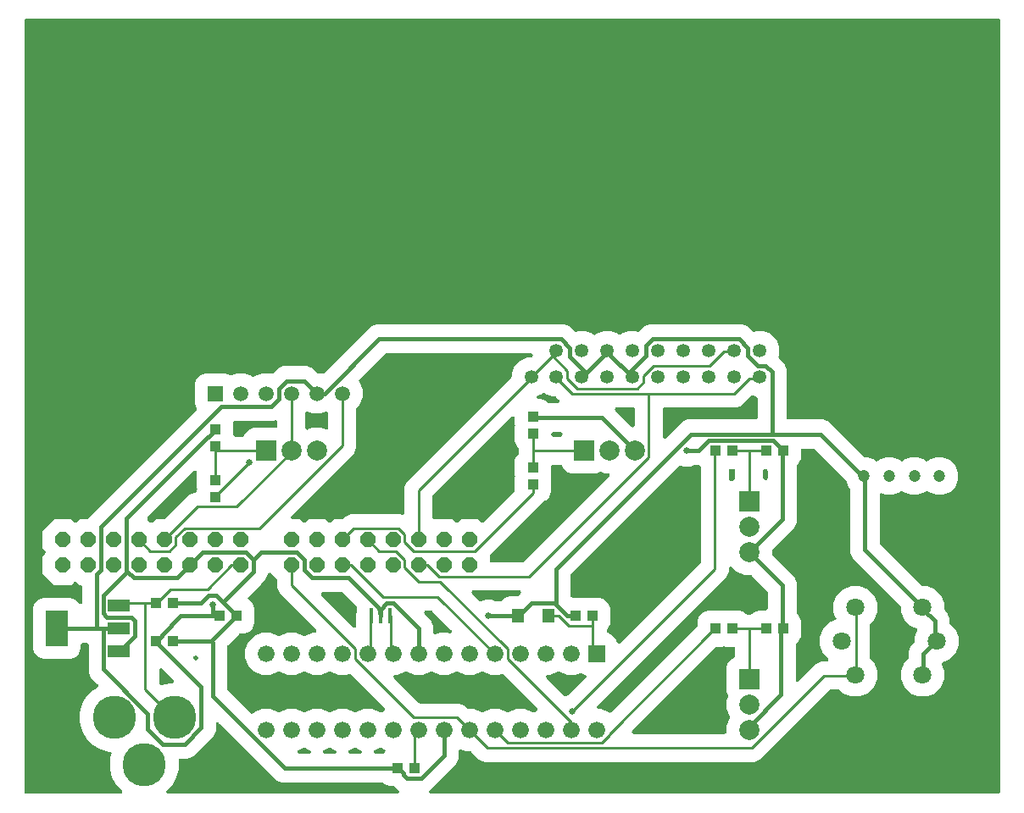
<source format=gbr>
G04 EAGLE Gerber X2 export*
%TF.Part,Single*%
%TF.FileFunction,Copper,L1,Top,Mixed*%
%TF.FilePolarity,Positive*%
%TF.GenerationSoftware,Autodesk,EAGLE,8.6.3*%
%TF.CreationDate,2018-03-15T12:54:08Z*%
G75*
%MOMM*%
%FSLAX34Y34*%
%LPD*%
%AMOC8*
5,1,8,0,0,1.08239X$1,22.5*%
G01*
%ADD10R,1.100000X1.000000*%
%ADD11R,1.200000X1.400000*%
%ADD12C,4.318000*%
%ADD13P,1.649562X8X22.500000*%
%ADD14P,1.649562X8X202.500000*%
%ADD15R,2.010000X2.010000*%
%ADD16C,2.010000*%
%ADD17R,1.000000X1.100000*%
%ADD18C,1.200000*%
%ADD19C,1.350000*%
%ADD20C,1.500000*%
%ADD21R,1.500000X1.500000*%
%ADD22C,1.800000*%
%ADD23R,2.235200X1.219200*%
%ADD24R,2.200000X3.600000*%
%ADD25R,1.676400X1.676400*%
%ADD26C,1.676400*%
%ADD27R,0.300000X1.600000*%
%ADD28C,0.254000*%
%ADD29C,0.381000*%
%ADD30C,0.654800*%

G36*
X108541Y12704D02*
X108541Y12704D01*
X108574Y12702D01*
X108734Y12724D01*
X108895Y12741D01*
X108927Y12751D01*
X108960Y12755D01*
X109113Y12810D01*
X109267Y12859D01*
X109296Y12875D01*
X109327Y12886D01*
X109465Y12970D01*
X109607Y13050D01*
X109632Y13072D01*
X109660Y13089D01*
X109778Y13200D01*
X109900Y13306D01*
X109920Y13333D01*
X109945Y13355D01*
X110038Y13488D01*
X110135Y13617D01*
X110150Y13647D01*
X110169Y13674D01*
X110233Y13823D01*
X110303Y13969D01*
X110310Y14001D01*
X110324Y14032D01*
X110356Y14191D01*
X110394Y14348D01*
X110396Y14381D01*
X110402Y14414D01*
X110402Y14576D01*
X110407Y14738D01*
X110402Y14770D01*
X110401Y14804D01*
X110368Y14962D01*
X110340Y15122D01*
X110328Y15152D01*
X110321Y15185D01*
X110256Y15334D01*
X110197Y15484D01*
X110179Y15512D01*
X110165Y15542D01*
X110115Y15609D01*
X109983Y15809D01*
X109898Y15893D01*
X109854Y15951D01*
X104961Y20845D01*
X100446Y28664D01*
X98109Y37386D01*
X98109Y46414D01*
X99663Y52212D01*
X99682Y52331D01*
X99710Y52448D01*
X99713Y52523D01*
X99725Y52597D01*
X99719Y52717D01*
X99723Y52838D01*
X99710Y52911D01*
X99707Y52986D01*
X99677Y53103D01*
X99656Y53222D01*
X99629Y53291D01*
X99610Y53364D01*
X99557Y53472D01*
X99513Y53584D01*
X99471Y53647D01*
X99438Y53714D01*
X99364Y53809D01*
X99298Y53910D01*
X99245Y53962D01*
X99199Y54022D01*
X99107Y54100D01*
X99022Y54185D01*
X98959Y54226D01*
X98902Y54274D01*
X98796Y54332D01*
X98696Y54398D01*
X98626Y54425D01*
X98560Y54461D01*
X98445Y54496D01*
X98333Y54540D01*
X98274Y54548D01*
X98187Y54574D01*
X97930Y54597D01*
X89164Y56946D01*
X81345Y61461D01*
X74961Y67845D01*
X70446Y75664D01*
X68109Y84386D01*
X68109Y93414D01*
X70446Y102136D01*
X74961Y109955D01*
X81345Y116339D01*
X85700Y118854D01*
X85798Y118925D01*
X85901Y118987D01*
X85955Y119038D01*
X86016Y119082D01*
X86097Y119171D01*
X86185Y119254D01*
X86228Y119315D01*
X86279Y119370D01*
X86340Y119474D01*
X86410Y119572D01*
X86439Y119641D01*
X86478Y119706D01*
X86516Y119820D01*
X86564Y119930D01*
X86579Y120004D01*
X86604Y120075D01*
X86619Y120194D01*
X86643Y120312D01*
X86643Y120387D01*
X86652Y120461D01*
X86642Y120581D01*
X86642Y120702D01*
X86627Y120775D01*
X86621Y120850D01*
X86587Y120965D01*
X86562Y121083D01*
X86532Y121152D01*
X86511Y121224D01*
X86454Y121330D01*
X86406Y121440D01*
X86370Y121488D01*
X86327Y121568D01*
X86126Y121809D01*
X86095Y121850D01*
X79058Y128886D01*
X76834Y134255D01*
X76834Y161290D01*
X76829Y161342D01*
X76830Y161365D01*
X76828Y161374D01*
X76830Y161423D01*
X76808Y161550D01*
X76794Y161678D01*
X76774Y161741D01*
X76763Y161807D01*
X76715Y161926D01*
X76676Y162049D01*
X76644Y162107D01*
X76619Y162169D01*
X76548Y162276D01*
X76485Y162389D01*
X76441Y162439D01*
X76405Y162495D01*
X76314Y162586D01*
X76229Y162683D01*
X76176Y162723D01*
X76129Y162770D01*
X76021Y162840D01*
X75918Y162918D01*
X75858Y162946D01*
X75802Y162983D01*
X75682Y163030D01*
X75566Y163085D01*
X75501Y163101D01*
X75439Y163125D01*
X75353Y163137D01*
X75187Y163177D01*
X75017Y163182D01*
X74930Y163194D01*
X70815Y163194D01*
X70749Y163187D01*
X70682Y163190D01*
X70555Y163168D01*
X70427Y163154D01*
X70364Y163134D01*
X70298Y163123D01*
X70179Y163075D01*
X70056Y163036D01*
X69998Y163004D01*
X69936Y162979D01*
X69829Y162908D01*
X69716Y162845D01*
X69666Y162801D01*
X69610Y162765D01*
X69519Y162674D01*
X69422Y162589D01*
X69382Y162536D01*
X69335Y162489D01*
X69265Y162381D01*
X69187Y162278D01*
X69159Y162218D01*
X69122Y162162D01*
X69075Y162042D01*
X69020Y161926D01*
X69004Y161861D01*
X68980Y161799D01*
X68968Y161713D01*
X68928Y161547D01*
X68923Y161377D01*
X68911Y161290D01*
X68911Y157274D01*
X66977Y152606D01*
X63404Y149033D01*
X58736Y147099D01*
X31684Y147099D01*
X27016Y149033D01*
X23443Y152606D01*
X21509Y157274D01*
X21509Y198326D01*
X23443Y202994D01*
X27016Y206567D01*
X31684Y208501D01*
X58736Y208501D01*
X63404Y206567D01*
X67234Y202738D01*
X67259Y202717D01*
X67281Y202692D01*
X67410Y202594D01*
X67536Y202492D01*
X67565Y202477D01*
X67592Y202457D01*
X67738Y202387D01*
X67882Y202313D01*
X67914Y202304D01*
X67944Y202290D01*
X68101Y202251D01*
X68257Y202208D01*
X68291Y202206D01*
X68323Y202198D01*
X68485Y202192D01*
X68646Y202181D01*
X68679Y202186D01*
X68713Y202185D01*
X68872Y202213D01*
X69032Y202235D01*
X69064Y202246D01*
X69097Y202252D01*
X69247Y202311D01*
X69400Y202366D01*
X69428Y202383D01*
X69459Y202395D01*
X69594Y202484D01*
X69732Y202569D01*
X69757Y202591D01*
X69785Y202610D01*
X69899Y202725D01*
X70017Y202835D01*
X70036Y202862D01*
X70060Y202886D01*
X70148Y203022D01*
X70241Y203154D01*
X70254Y203184D01*
X70273Y203212D01*
X70332Y203363D01*
X70396Y203512D01*
X70403Y203544D01*
X70415Y203575D01*
X70426Y203658D01*
X70475Y203893D01*
X70474Y204012D01*
X70484Y204085D01*
X70484Y219075D01*
X70477Y219141D01*
X70480Y219208D01*
X70458Y219335D01*
X70444Y219463D01*
X70424Y219526D01*
X70413Y219592D01*
X70365Y219711D01*
X70326Y219834D01*
X70294Y219892D01*
X70269Y219954D01*
X70198Y220061D01*
X70135Y220174D01*
X70091Y220224D01*
X70055Y220280D01*
X69964Y220371D01*
X69879Y220468D01*
X69826Y220508D01*
X69779Y220555D01*
X69671Y220625D01*
X69568Y220703D01*
X69508Y220731D01*
X69452Y220768D01*
X69332Y220815D01*
X69216Y220870D01*
X69151Y220886D01*
X69089Y220910D01*
X69003Y220922D01*
X68837Y220962D01*
X68667Y220967D01*
X68580Y220979D01*
X67783Y220979D01*
X64847Y223916D01*
X64795Y223958D01*
X64750Y224006D01*
X64644Y224080D01*
X64544Y224162D01*
X64485Y224192D01*
X64431Y224230D01*
X64313Y224282D01*
X64198Y224341D01*
X64134Y224359D01*
X64073Y224385D01*
X63947Y224411D01*
X63823Y224446D01*
X63756Y224450D01*
X63691Y224464D01*
X63562Y224464D01*
X63434Y224472D01*
X63368Y224463D01*
X63301Y224463D01*
X63175Y224436D01*
X63048Y224419D01*
X62985Y224397D01*
X62920Y224383D01*
X62802Y224331D01*
X62680Y224288D01*
X62624Y224253D01*
X62563Y224227D01*
X62493Y224174D01*
X62348Y224085D01*
X62223Y223969D01*
X62154Y223916D01*
X59217Y220979D01*
X42383Y220979D01*
X30479Y232883D01*
X30479Y249717D01*
X33416Y252654D01*
X33457Y252705D01*
X33506Y252750D01*
X33580Y252856D01*
X33662Y252956D01*
X33692Y253015D01*
X33730Y253069D01*
X33782Y253188D01*
X33841Y253302D01*
X33859Y253366D01*
X33885Y253427D01*
X33911Y253553D01*
X33946Y253677D01*
X33950Y253744D01*
X33964Y253809D01*
X33964Y253938D01*
X33972Y254066D01*
X33963Y254132D01*
X33963Y254199D01*
X33936Y254325D01*
X33919Y254452D01*
X33897Y254515D01*
X33883Y254580D01*
X33831Y254698D01*
X33788Y254820D01*
X33753Y254876D01*
X33727Y254937D01*
X33674Y255007D01*
X33585Y255152D01*
X33469Y255277D01*
X33416Y255347D01*
X30479Y258283D01*
X30479Y275117D01*
X42383Y287021D01*
X59217Y287021D01*
X62154Y284084D01*
X62205Y284043D01*
X62250Y283994D01*
X62356Y283920D01*
X62456Y283838D01*
X62515Y283808D01*
X62569Y283770D01*
X62688Y283718D01*
X62802Y283659D01*
X62866Y283641D01*
X62927Y283615D01*
X63053Y283589D01*
X63177Y283554D01*
X63244Y283550D01*
X63309Y283536D01*
X63438Y283536D01*
X63566Y283528D01*
X63632Y283537D01*
X63699Y283537D01*
X63825Y283564D01*
X63952Y283581D01*
X64015Y283603D01*
X64080Y283617D01*
X64198Y283669D01*
X64320Y283712D01*
X64376Y283747D01*
X64437Y283773D01*
X64507Y283826D01*
X64652Y283915D01*
X64777Y284031D01*
X64847Y284084D01*
X67783Y287021D01*
X75076Y287021D01*
X75175Y287031D01*
X75275Y287031D01*
X75369Y287051D01*
X75464Y287061D01*
X75559Y287091D01*
X75656Y287111D01*
X75744Y287150D01*
X75836Y287179D01*
X75922Y287228D01*
X76014Y287267D01*
X76072Y287312D01*
X76175Y287370D01*
X76357Y287528D01*
X76423Y287578D01*
X184609Y395765D01*
X184662Y395829D01*
X184721Y395887D01*
X184784Y395980D01*
X184855Y396067D01*
X184893Y396141D01*
X184940Y396210D01*
X184983Y396314D01*
X185035Y396413D01*
X185057Y396493D01*
X185089Y396570D01*
X185109Y396681D01*
X185140Y396789D01*
X185145Y396872D01*
X185160Y396953D01*
X185158Y397066D01*
X185166Y397178D01*
X185155Y397260D01*
X185153Y397343D01*
X185132Y397422D01*
X185113Y397564D01*
X185045Y397754D01*
X185022Y397840D01*
X182999Y402724D01*
X182999Y422776D01*
X184933Y427444D01*
X188506Y431017D01*
X193174Y432951D01*
X213226Y432951D01*
X218175Y430901D01*
X218271Y430872D01*
X218363Y430834D01*
X218457Y430817D01*
X218549Y430789D01*
X218648Y430781D01*
X218746Y430762D01*
X218842Y430764D01*
X218937Y430756D01*
X219036Y430768D01*
X219136Y430770D01*
X219206Y430789D01*
X219324Y430803D01*
X219552Y430879D01*
X219633Y430901D01*
X224582Y432951D01*
X232618Y432951D01*
X240057Y429869D01*
X240156Y429800D01*
X240256Y429719D01*
X240315Y429688D01*
X240369Y429650D01*
X240488Y429599D01*
X240602Y429540D01*
X240666Y429522D01*
X240727Y429495D01*
X240853Y429469D01*
X240977Y429434D01*
X241044Y429430D01*
X241109Y429417D01*
X241238Y429417D01*
X241366Y429408D01*
X241432Y429417D01*
X241499Y429417D01*
X241625Y429444D01*
X241752Y429461D01*
X241815Y429484D01*
X241880Y429497D01*
X241998Y429549D01*
X242119Y429592D01*
X242176Y429627D01*
X242237Y429654D01*
X242307Y429707D01*
X242452Y429795D01*
X242523Y429861D01*
X249982Y432951D01*
X258018Y432951D01*
X259068Y432516D01*
X259147Y432492D01*
X259224Y432459D01*
X259334Y432437D01*
X259441Y432404D01*
X259524Y432397D01*
X259605Y432381D01*
X259718Y432381D01*
X259830Y432371D01*
X259912Y432381D01*
X259995Y432381D01*
X260105Y432404D01*
X260217Y432418D01*
X260295Y432444D01*
X260377Y432461D01*
X260480Y432506D01*
X260586Y432542D01*
X260658Y432584D01*
X260734Y432618D01*
X260799Y432667D01*
X260922Y432739D01*
X261072Y432875D01*
X261143Y432929D01*
X266046Y437832D01*
X271415Y440056D01*
X295005Y440056D01*
X300374Y437832D01*
X304697Y433508D01*
X304774Y433446D01*
X304845Y433375D01*
X304925Y433323D01*
X305000Y433263D01*
X305088Y433217D01*
X305171Y433162D01*
X305261Y433127D01*
X305346Y433083D01*
X305442Y433056D01*
X305534Y433020D01*
X305607Y433010D01*
X305721Y432978D01*
X305961Y432962D01*
X306044Y432951D01*
X308818Y432951D01*
X309868Y432516D01*
X309948Y432492D01*
X310024Y432459D01*
X310134Y432437D01*
X310241Y432404D01*
X310324Y432397D01*
X310405Y432381D01*
X310518Y432381D01*
X310630Y432371D01*
X310712Y432381D01*
X310795Y432381D01*
X310905Y432404D01*
X311017Y432418D01*
X311095Y432444D01*
X311177Y432461D01*
X311280Y432507D01*
X311386Y432542D01*
X311458Y432584D01*
X311534Y432618D01*
X311599Y432667D01*
X311722Y432739D01*
X311872Y432875D01*
X311943Y432929D01*
X354380Y475366D01*
X358756Y479742D01*
X364125Y481966D01*
X551545Y481966D01*
X556914Y479742D01*
X561755Y474901D01*
X561819Y474848D01*
X561877Y474789D01*
X561970Y474725D01*
X562057Y474655D01*
X562131Y474616D01*
X562200Y474570D01*
X562304Y474527D01*
X562404Y474475D01*
X562484Y474453D01*
X562560Y474421D01*
X562671Y474401D01*
X562779Y474370D01*
X562862Y474365D01*
X562943Y474349D01*
X563056Y474352D01*
X563168Y474344D01*
X563250Y474355D01*
X563333Y474357D01*
X563412Y474378D01*
X563554Y474397D01*
X563744Y474465D01*
X563830Y474488D01*
X565431Y475151D01*
X573169Y475151D01*
X580318Y472190D01*
X580703Y471804D01*
X580755Y471762D01*
X580800Y471714D01*
X580906Y471639D01*
X581006Y471558D01*
X581065Y471528D01*
X581119Y471489D01*
X581237Y471438D01*
X581352Y471379D01*
X581416Y471361D01*
X581477Y471335D01*
X581603Y471309D01*
X581727Y471274D01*
X581794Y471269D01*
X581859Y471256D01*
X581988Y471256D01*
X582116Y471247D01*
X582182Y471257D01*
X582249Y471257D01*
X582375Y471283D01*
X582502Y471301D01*
X582565Y471323D01*
X582630Y471337D01*
X582748Y471388D01*
X582870Y471432D01*
X582926Y471466D01*
X582987Y471493D01*
X583057Y471546D01*
X583202Y471635D01*
X583327Y471751D01*
X583396Y471804D01*
X583782Y472190D01*
X590931Y475151D01*
X598669Y475151D01*
X605818Y472190D01*
X605953Y472054D01*
X606005Y472012D01*
X606050Y471964D01*
X606156Y471889D01*
X606256Y471808D01*
X606315Y471777D01*
X606369Y471739D01*
X606487Y471688D01*
X606602Y471629D01*
X606666Y471611D01*
X606727Y471585D01*
X606853Y471559D01*
X606977Y471524D01*
X607044Y471519D01*
X607109Y471506D01*
X607238Y471506D01*
X607366Y471497D01*
X607432Y471507D01*
X607499Y471507D01*
X607625Y471533D01*
X607752Y471551D01*
X607815Y471573D01*
X607880Y471587D01*
X607998Y471638D01*
X608120Y471682D01*
X608176Y471716D01*
X608237Y471743D01*
X608307Y471796D01*
X608452Y471885D01*
X608577Y472001D01*
X608646Y472054D01*
X608782Y472190D01*
X615931Y475151D01*
X623669Y475151D01*
X625001Y474599D01*
X625080Y474575D01*
X625157Y474542D01*
X625267Y474520D01*
X625374Y474487D01*
X625457Y474480D01*
X625538Y474464D01*
X625651Y474464D01*
X625763Y474454D01*
X625845Y474464D01*
X625928Y474464D01*
X626038Y474488D01*
X626150Y474501D01*
X626228Y474527D01*
X626310Y474545D01*
X626413Y474590D01*
X626519Y474625D01*
X626591Y474667D01*
X626667Y474701D01*
X626732Y474750D01*
X626855Y474822D01*
X627005Y474958D01*
X627076Y475012D01*
X627430Y475366D01*
X631806Y479742D01*
X637175Y481966D01*
X729345Y481966D01*
X734714Y479742D01*
X739614Y474842D01*
X739678Y474790D01*
X739736Y474730D01*
X739829Y474667D01*
X739916Y474596D01*
X739990Y474558D01*
X740059Y474511D01*
X740162Y474468D01*
X740262Y474417D01*
X740342Y474394D01*
X740419Y474363D01*
X740529Y474342D01*
X740638Y474312D01*
X740720Y474306D01*
X740802Y474291D01*
X740914Y474293D01*
X741027Y474285D01*
X741109Y474297D01*
X741192Y474298D01*
X741271Y474319D01*
X741413Y474339D01*
X741603Y474406D01*
X741689Y474429D01*
X743431Y475151D01*
X751169Y475151D01*
X758318Y472190D01*
X763790Y466718D01*
X766751Y459569D01*
X766751Y451831D01*
X766029Y450089D01*
X766005Y450009D01*
X765972Y449933D01*
X765950Y449823D01*
X765918Y449715D01*
X765911Y449633D01*
X765894Y449551D01*
X765894Y449439D01*
X765884Y449327D01*
X765894Y449245D01*
X765895Y449162D01*
X765918Y449051D01*
X765931Y448940D01*
X765958Y448862D01*
X765975Y448780D01*
X766020Y448677D01*
X766056Y448571D01*
X766098Y448499D01*
X766131Y448423D01*
X766180Y448358D01*
X766253Y448234D01*
X766388Y448085D01*
X766442Y448014D01*
X767466Y446990D01*
X771842Y442614D01*
X774066Y437245D01*
X774066Y388620D01*
X774073Y388554D01*
X774070Y388487D01*
X774092Y388360D01*
X774106Y388232D01*
X774126Y388169D01*
X774137Y388103D01*
X774185Y387984D01*
X774224Y387861D01*
X774256Y387803D01*
X774281Y387741D01*
X774352Y387634D01*
X774415Y387521D01*
X774459Y387471D01*
X774495Y387415D01*
X774586Y387324D01*
X774671Y387227D01*
X774724Y387187D01*
X774771Y387140D01*
X774879Y387070D01*
X774982Y386992D01*
X775042Y386964D01*
X775098Y386927D01*
X775218Y386880D01*
X775334Y386825D01*
X775399Y386809D01*
X775461Y386785D01*
X775547Y386773D01*
X775713Y386733D01*
X775883Y386728D01*
X775970Y386716D01*
X810625Y386716D01*
X815994Y384492D01*
X851027Y349458D01*
X851104Y349396D01*
X851175Y349325D01*
X851255Y349273D01*
X851330Y349213D01*
X851418Y349167D01*
X851501Y349112D01*
X851591Y349077D01*
X851676Y349033D01*
X851772Y349006D01*
X851864Y348970D01*
X851937Y348960D01*
X852051Y348928D01*
X852291Y348912D01*
X852374Y348901D01*
X855220Y348901D01*
X862093Y346054D01*
X862653Y345493D01*
X862705Y345451D01*
X862750Y345403D01*
X862856Y345329D01*
X862956Y345247D01*
X863015Y345217D01*
X863069Y345179D01*
X863187Y345127D01*
X863302Y345068D01*
X863366Y345050D01*
X863427Y345024D01*
X863553Y344998D01*
X863677Y344963D01*
X863744Y344959D01*
X863809Y344945D01*
X863938Y344945D01*
X864066Y344937D01*
X864132Y344946D01*
X864199Y344946D01*
X864325Y344973D01*
X864452Y344990D01*
X864515Y345012D01*
X864580Y345026D01*
X864698Y345078D01*
X864820Y345121D01*
X864876Y345156D01*
X864937Y345182D01*
X865007Y345235D01*
X865152Y345324D01*
X865277Y345440D01*
X865346Y345493D01*
X865907Y346054D01*
X872780Y348901D01*
X880220Y348901D01*
X887093Y346054D01*
X887653Y345493D01*
X887705Y345451D01*
X887750Y345403D01*
X887856Y345329D01*
X887956Y345247D01*
X888015Y345217D01*
X888069Y345179D01*
X888187Y345127D01*
X888302Y345068D01*
X888366Y345050D01*
X888427Y345024D01*
X888553Y344998D01*
X888677Y344963D01*
X888744Y344959D01*
X888809Y344945D01*
X888938Y344945D01*
X889066Y344937D01*
X889132Y344946D01*
X889199Y344946D01*
X889325Y344973D01*
X889452Y344990D01*
X889515Y345012D01*
X889580Y345026D01*
X889698Y345078D01*
X889820Y345121D01*
X889876Y345156D01*
X889937Y345182D01*
X890007Y345235D01*
X890152Y345324D01*
X890277Y345440D01*
X890346Y345493D01*
X890907Y346054D01*
X897780Y348901D01*
X905220Y348901D01*
X912093Y346054D01*
X912653Y345493D01*
X912705Y345451D01*
X912750Y345403D01*
X912856Y345329D01*
X912956Y345247D01*
X913015Y345217D01*
X913069Y345179D01*
X913187Y345127D01*
X913302Y345068D01*
X913366Y345050D01*
X913427Y345024D01*
X913553Y344998D01*
X913677Y344963D01*
X913744Y344959D01*
X913809Y344945D01*
X913938Y344945D01*
X914066Y344937D01*
X914132Y344946D01*
X914199Y344946D01*
X914325Y344973D01*
X914452Y344990D01*
X914515Y345012D01*
X914580Y345026D01*
X914698Y345078D01*
X914820Y345121D01*
X914876Y345156D01*
X914937Y345182D01*
X915007Y345235D01*
X915152Y345324D01*
X915277Y345440D01*
X915346Y345493D01*
X915907Y346054D01*
X922780Y348901D01*
X930220Y348901D01*
X937093Y346054D01*
X942354Y340793D01*
X945201Y333920D01*
X945201Y326480D01*
X942354Y319607D01*
X937093Y314346D01*
X930220Y311499D01*
X922780Y311499D01*
X915907Y314346D01*
X915346Y314907D01*
X915295Y314949D01*
X915249Y314997D01*
X915144Y315071D01*
X915044Y315153D01*
X914985Y315183D01*
X914931Y315221D01*
X914812Y315273D01*
X914698Y315332D01*
X914634Y315350D01*
X914573Y315376D01*
X914447Y315402D01*
X914323Y315437D01*
X914256Y315441D01*
X914191Y315455D01*
X914062Y315455D01*
X913934Y315463D01*
X913868Y315454D01*
X913801Y315454D01*
X913675Y315427D01*
X913548Y315410D01*
X913485Y315388D01*
X913420Y315374D01*
X913302Y315322D01*
X913180Y315279D01*
X913124Y315244D01*
X913063Y315218D01*
X912993Y315165D01*
X912848Y315076D01*
X912723Y314960D01*
X912653Y314907D01*
X912093Y314346D01*
X905220Y311499D01*
X897780Y311499D01*
X890907Y314346D01*
X890346Y314907D01*
X890295Y314949D01*
X890249Y314997D01*
X890144Y315071D01*
X890044Y315153D01*
X889985Y315183D01*
X889931Y315221D01*
X889812Y315273D01*
X889698Y315332D01*
X889634Y315350D01*
X889573Y315376D01*
X889447Y315402D01*
X889323Y315437D01*
X889256Y315441D01*
X889191Y315455D01*
X889062Y315455D01*
X888934Y315463D01*
X888868Y315454D01*
X888801Y315454D01*
X888675Y315427D01*
X888548Y315410D01*
X888485Y315388D01*
X888420Y315374D01*
X888302Y315322D01*
X888180Y315279D01*
X888124Y315244D01*
X888063Y315218D01*
X887993Y315165D01*
X887848Y315076D01*
X887723Y314960D01*
X887653Y314907D01*
X887093Y314346D01*
X880220Y311499D01*
X872780Y311499D01*
X869409Y312896D01*
X869361Y312910D01*
X869316Y312931D01*
X869174Y312966D01*
X869035Y313007D01*
X868986Y313012D01*
X868937Y313023D01*
X868792Y313028D01*
X868647Y313040D01*
X868597Y313034D01*
X868547Y313036D01*
X868404Y313011D01*
X868260Y312994D01*
X868213Y312978D01*
X868163Y312969D01*
X868028Y312916D01*
X867890Y312869D01*
X867847Y312844D01*
X867801Y312826D01*
X867680Y312746D01*
X867554Y312672D01*
X867517Y312639D01*
X867475Y312611D01*
X867373Y312508D01*
X867265Y312411D01*
X867236Y312371D01*
X867200Y312335D01*
X867121Y312213D01*
X867035Y312096D01*
X867015Y312051D01*
X866987Y312009D01*
X866934Y311873D01*
X866874Y311741D01*
X866863Y311692D01*
X866845Y311646D01*
X866833Y311557D01*
X866789Y311361D01*
X866787Y311217D01*
X866776Y311136D01*
X866776Y263379D01*
X866786Y263280D01*
X866786Y263180D01*
X866806Y263086D01*
X866816Y262991D01*
X866846Y262896D01*
X866866Y262799D01*
X866905Y262711D01*
X866934Y262619D01*
X866983Y262533D01*
X867022Y262441D01*
X867067Y262383D01*
X867125Y262280D01*
X867283Y262098D01*
X867333Y262032D01*
X908407Y220958D01*
X908484Y220896D01*
X908555Y220825D01*
X908635Y220773D01*
X908710Y220713D01*
X908798Y220667D01*
X908881Y220612D01*
X908971Y220577D01*
X909056Y220533D01*
X909152Y220506D01*
X909244Y220470D01*
X909317Y220460D01*
X909431Y220428D01*
X909671Y220412D01*
X909754Y220401D01*
X914217Y220401D01*
X922193Y217097D01*
X928297Y210993D01*
X931601Y203017D01*
X931601Y197284D01*
X931611Y197185D01*
X931611Y197085D01*
X931631Y196991D01*
X931641Y196896D01*
X931671Y196801D01*
X931691Y196704D01*
X931730Y196616D01*
X931759Y196524D01*
X931808Y196438D01*
X931847Y196346D01*
X931892Y196288D01*
X931950Y196185D01*
X932108Y196003D01*
X932158Y195937D01*
X934402Y193694D01*
X936626Y188325D01*
X936626Y183752D01*
X936636Y183654D01*
X936636Y183554D01*
X936656Y183460D01*
X936666Y183365D01*
X936696Y183270D01*
X936716Y183172D01*
X936755Y183085D01*
X936784Y182993D01*
X936833Y182906D01*
X936872Y182815D01*
X936917Y182757D01*
X936975Y182654D01*
X937133Y182472D01*
X937183Y182406D01*
X942197Y177393D01*
X945501Y169417D01*
X945501Y160783D01*
X942197Y152807D01*
X936093Y146703D01*
X930169Y144249D01*
X930110Y144218D01*
X930048Y144194D01*
X929939Y144125D01*
X929826Y144064D01*
X929775Y144021D01*
X929719Y143986D01*
X929626Y143896D01*
X929528Y143813D01*
X929487Y143761D01*
X929439Y143714D01*
X929367Y143608D01*
X929287Y143506D01*
X929258Y143447D01*
X929220Y143392D01*
X929171Y143272D01*
X929114Y143157D01*
X929097Y143093D01*
X929072Y143031D01*
X929048Y142905D01*
X929016Y142780D01*
X929012Y142713D01*
X929000Y142648D01*
X929002Y142520D01*
X928996Y142391D01*
X929006Y142325D01*
X929007Y142259D01*
X929030Y142174D01*
X929056Y142006D01*
X929116Y141846D01*
X929138Y141761D01*
X931601Y135817D01*
X931601Y127183D01*
X928297Y119207D01*
X922193Y113103D01*
X914217Y109799D01*
X905583Y109799D01*
X897607Y113103D01*
X891503Y119207D01*
X888199Y127183D01*
X888199Y135817D01*
X891503Y143793D01*
X895427Y147716D01*
X895489Y147793D01*
X895560Y147864D01*
X895612Y147944D01*
X895672Y148018D01*
X895718Y148107D01*
X895773Y148190D01*
X895808Y148279D01*
X895852Y148364D01*
X895879Y148460D01*
X895915Y148553D01*
X895925Y148625D01*
X895957Y148740D01*
X895973Y148980D01*
X895984Y149062D01*
X895984Y155305D01*
X898208Y160674D01*
X901542Y164007D01*
X901604Y164084D01*
X901675Y164155D01*
X901727Y164235D01*
X901787Y164310D01*
X901833Y164398D01*
X901888Y164481D01*
X901923Y164571D01*
X901967Y164656D01*
X901994Y164752D01*
X902030Y164844D01*
X902040Y164917D01*
X902072Y165031D01*
X902088Y165271D01*
X902099Y165354D01*
X902099Y169417D01*
X904562Y175361D01*
X904581Y175425D01*
X904608Y175486D01*
X904636Y175611D01*
X904673Y175735D01*
X904679Y175801D01*
X904693Y175866D01*
X904695Y175995D01*
X904706Y176123D01*
X904698Y176189D01*
X904699Y176256D01*
X904675Y176382D01*
X904660Y176510D01*
X904639Y176573D01*
X904626Y176638D01*
X904577Y176757D01*
X904535Y176880D01*
X904502Y176937D01*
X904476Y176998D01*
X904403Y177105D01*
X904338Y177216D01*
X904294Y177265D01*
X904256Y177320D01*
X904163Y177409D01*
X904077Y177505D01*
X904023Y177544D01*
X903975Y177590D01*
X903899Y177635D01*
X903762Y177735D01*
X903607Y177805D01*
X903531Y177849D01*
X897607Y180303D01*
X891503Y186407D01*
X888199Y194383D01*
X888199Y199066D01*
X888189Y199165D01*
X888189Y199265D01*
X888169Y199359D01*
X888159Y199454D01*
X888129Y199549D01*
X888109Y199646D01*
X888070Y199734D01*
X888041Y199826D01*
X887992Y199912D01*
X887953Y200004D01*
X887908Y200062D01*
X887850Y200165D01*
X887692Y200347D01*
X887642Y200413D01*
X839788Y248266D01*
X837564Y253635D01*
X837564Y316900D01*
X837554Y316999D01*
X837554Y317099D01*
X837534Y317193D01*
X837524Y317288D01*
X837494Y317383D01*
X837474Y317480D01*
X837435Y317568D01*
X837406Y317659D01*
X837358Y317746D01*
X837318Y317837D01*
X837273Y317895D01*
X837215Y317999D01*
X837057Y318180D01*
X837007Y318247D01*
X835646Y319607D01*
X833019Y325951D01*
X832963Y326053D01*
X832917Y326159D01*
X832879Y326209D01*
X832833Y326294D01*
X832643Y326520D01*
X832606Y326569D01*
X802228Y356947D01*
X802151Y357009D01*
X802080Y357080D01*
X802000Y357132D01*
X801925Y357192D01*
X801837Y357238D01*
X801754Y357293D01*
X801664Y357328D01*
X801579Y357372D01*
X801483Y357399D01*
X801391Y357435D01*
X801318Y357445D01*
X801204Y357477D01*
X800964Y357493D01*
X800881Y357504D01*
X790105Y357504D01*
X790039Y357497D01*
X789972Y357500D01*
X789845Y357478D01*
X789717Y357464D01*
X789654Y357444D01*
X789588Y357433D01*
X789469Y357385D01*
X789346Y357346D01*
X789288Y357314D01*
X789226Y357289D01*
X789119Y357218D01*
X789006Y357155D01*
X788956Y357111D01*
X788900Y357075D01*
X788809Y356984D01*
X788712Y356899D01*
X788672Y356846D01*
X788625Y356799D01*
X788555Y356691D01*
X788477Y356588D01*
X788449Y356528D01*
X788412Y356472D01*
X788365Y356352D01*
X788310Y356236D01*
X788294Y356171D01*
X788270Y356109D01*
X788258Y356023D01*
X788218Y355857D01*
X788213Y355687D01*
X788201Y355600D01*
X788201Y347574D01*
X786267Y342906D01*
X784783Y341422D01*
X784721Y341345D01*
X784650Y341274D01*
X784598Y341194D01*
X784538Y341120D01*
X784492Y341031D01*
X784437Y340948D01*
X784402Y340858D01*
X784358Y340773D01*
X784331Y340678D01*
X784295Y340585D01*
X784285Y340512D01*
X784253Y340398D01*
X784237Y340158D01*
X784226Y340075D01*
X784226Y284115D01*
X782002Y278746D01*
X759908Y256653D01*
X759846Y256576D01*
X759775Y256505D01*
X759723Y256425D01*
X759663Y256350D01*
X759617Y256262D01*
X759562Y256179D01*
X759527Y256089D01*
X759483Y256004D01*
X759456Y255908D01*
X759420Y255816D01*
X759410Y255743D01*
X759378Y255629D01*
X759362Y255389D01*
X759351Y255306D01*
X759351Y252694D01*
X759361Y252595D01*
X759361Y252495D01*
X759381Y252401D01*
X759391Y252306D01*
X759421Y252211D01*
X759441Y252114D01*
X759480Y252026D01*
X759509Y251934D01*
X759558Y251848D01*
X759597Y251756D01*
X759642Y251698D01*
X759700Y251595D01*
X759823Y251453D01*
X759838Y251432D01*
X759865Y251404D01*
X759908Y251347D01*
X782002Y229254D01*
X784226Y223885D01*
X784226Y193325D01*
X784236Y193226D01*
X784236Y193126D01*
X784256Y193032D01*
X784266Y192937D01*
X784296Y192842D01*
X784316Y192745D01*
X784355Y192657D01*
X784384Y192565D01*
X784433Y192479D01*
X784472Y192387D01*
X784517Y192329D01*
X784575Y192226D01*
X784733Y192044D01*
X784783Y191978D01*
X786267Y190494D01*
X788201Y185826D01*
X788201Y169774D01*
X786267Y165106D01*
X783513Y162352D01*
X783451Y162275D01*
X783380Y162204D01*
X783328Y162124D01*
X783268Y162050D01*
X783222Y161961D01*
X783167Y161878D01*
X783132Y161788D01*
X783088Y161703D01*
X783061Y161608D01*
X783025Y161515D01*
X783015Y161442D01*
X782983Y161328D01*
X782967Y161088D01*
X782956Y161005D01*
X782956Y126591D01*
X782959Y126557D01*
X782957Y126524D01*
X782979Y126364D01*
X782996Y126203D01*
X783006Y126171D01*
X783010Y126138D01*
X783065Y125986D01*
X783114Y125831D01*
X783130Y125802D01*
X783141Y125771D01*
X783225Y125633D01*
X783305Y125492D01*
X783327Y125467D01*
X783344Y125438D01*
X783455Y125320D01*
X783561Y125198D01*
X783588Y125178D01*
X783610Y125154D01*
X783743Y125060D01*
X783872Y124963D01*
X783902Y124948D01*
X783929Y124929D01*
X784078Y124865D01*
X784224Y124796D01*
X784256Y124788D01*
X784287Y124775D01*
X784446Y124742D01*
X784603Y124704D01*
X784636Y124703D01*
X784669Y124696D01*
X784831Y124696D01*
X784993Y124691D01*
X785025Y124697D01*
X785059Y124697D01*
X785217Y124730D01*
X785377Y124758D01*
X785407Y124770D01*
X785440Y124777D01*
X785589Y124842D01*
X785739Y124901D01*
X785767Y124920D01*
X785797Y124933D01*
X785864Y124983D01*
X786064Y125116D01*
X786148Y125200D01*
X786206Y125244D01*
X803616Y142654D01*
X808751Y144781D01*
X813833Y144781D01*
X813866Y144784D01*
X813899Y144782D01*
X814059Y144804D01*
X814220Y144821D01*
X814252Y144831D01*
X814285Y144835D01*
X814438Y144890D01*
X814592Y144939D01*
X814621Y144955D01*
X814652Y144966D01*
X814790Y145050D01*
X814931Y145130D01*
X814957Y145152D01*
X814985Y145169D01*
X815103Y145280D01*
X815225Y145386D01*
X815245Y145413D01*
X815270Y145435D01*
X815363Y145568D01*
X815460Y145697D01*
X815475Y145727D01*
X815494Y145754D01*
X815558Y145903D01*
X815627Y146049D01*
X815635Y146081D01*
X815649Y146112D01*
X815681Y146271D01*
X815719Y146428D01*
X815720Y146461D01*
X815727Y146494D01*
X815727Y146656D01*
X815732Y146818D01*
X815726Y146850D01*
X815726Y146884D01*
X815693Y147042D01*
X815665Y147202D01*
X815653Y147232D01*
X815646Y147265D01*
X815581Y147414D01*
X815522Y147564D01*
X815504Y147592D01*
X815490Y147622D01*
X815440Y147689D01*
X815307Y147889D01*
X815223Y147973D01*
X815179Y148031D01*
X810403Y152807D01*
X807099Y160783D01*
X807099Y169417D01*
X810403Y177393D01*
X816507Y183497D01*
X822431Y185951D01*
X822490Y185982D01*
X822552Y186006D01*
X822661Y186075D01*
X822774Y186136D01*
X822825Y186179D01*
X822881Y186214D01*
X822974Y186304D01*
X823072Y186387D01*
X823113Y186439D01*
X823161Y186486D01*
X823233Y186592D01*
X823313Y186694D01*
X823342Y186753D01*
X823380Y186808D01*
X823429Y186928D01*
X823486Y187043D01*
X823503Y187107D01*
X823528Y187169D01*
X823552Y187295D01*
X823584Y187420D01*
X823588Y187487D01*
X823600Y187552D01*
X823598Y187680D01*
X823604Y187809D01*
X823594Y187875D01*
X823593Y187941D01*
X823570Y188026D01*
X823544Y188194D01*
X823484Y188354D01*
X823462Y188439D01*
X820999Y194383D01*
X820999Y203017D01*
X824303Y210993D01*
X830407Y217097D01*
X838383Y220401D01*
X847017Y220401D01*
X854993Y217097D01*
X861097Y210993D01*
X864401Y203017D01*
X864401Y194383D01*
X861097Y186407D01*
X857808Y183119D01*
X857746Y183042D01*
X857675Y182971D01*
X857623Y182891D01*
X857563Y182817D01*
X857517Y182728D01*
X857462Y182645D01*
X857427Y182556D01*
X857383Y182470D01*
X857356Y182375D01*
X857320Y182282D01*
X857310Y182210D01*
X857278Y182095D01*
X857262Y181855D01*
X857251Y181772D01*
X857251Y148427D01*
X857261Y148329D01*
X857261Y148229D01*
X857281Y148135D01*
X857291Y148040D01*
X857321Y147945D01*
X857341Y147847D01*
X857380Y147760D01*
X857409Y147668D01*
X857457Y147581D01*
X857497Y147490D01*
X857542Y147432D01*
X857600Y147329D01*
X857758Y147147D01*
X857808Y147081D01*
X861097Y143793D01*
X864401Y135817D01*
X864401Y127183D01*
X861097Y119207D01*
X854993Y113103D01*
X847017Y109799D01*
X838383Y109799D01*
X830407Y113103D01*
X827229Y116282D01*
X827152Y116344D01*
X827081Y116415D01*
X827001Y116467D01*
X826927Y116527D01*
X826838Y116573D01*
X826755Y116628D01*
X826666Y116663D01*
X826581Y116707D01*
X826485Y116734D01*
X826392Y116770D01*
X826320Y116780D01*
X826205Y116812D01*
X825965Y116828D01*
X825883Y116839D01*
X818106Y116839D01*
X818007Y116829D01*
X817907Y116829D01*
X817813Y116809D01*
X817718Y116799D01*
X817623Y116769D01*
X817526Y116749D01*
X817438Y116710D01*
X817346Y116681D01*
X817260Y116632D01*
X817168Y116593D01*
X817110Y116548D01*
X817007Y116490D01*
X816825Y116332D01*
X816759Y116282D01*
X747054Y46576D01*
X741919Y44449D01*
X472201Y44449D01*
X467066Y46576D01*
X459083Y54560D01*
X459006Y54622D01*
X458935Y54693D01*
X458855Y54745D01*
X458781Y54805D01*
X458692Y54851D01*
X458609Y54906D01*
X458519Y54941D01*
X458434Y54985D01*
X458339Y55012D01*
X458246Y55048D01*
X458173Y55058D01*
X458059Y55090D01*
X457819Y55106D01*
X457736Y55117D01*
X453006Y55117D01*
X449039Y56761D01*
X448991Y56775D01*
X448946Y56796D01*
X448805Y56831D01*
X448665Y56872D01*
X448616Y56877D01*
X448567Y56888D01*
X448422Y56893D01*
X448277Y56905D01*
X448227Y56899D01*
X448177Y56901D01*
X448034Y56876D01*
X447890Y56859D01*
X447843Y56843D01*
X447793Y56834D01*
X447659Y56781D01*
X447520Y56734D01*
X447477Y56709D01*
X447431Y56691D01*
X447310Y56611D01*
X447184Y56537D01*
X447147Y56504D01*
X447105Y56476D01*
X447003Y56373D01*
X446895Y56276D01*
X446866Y56236D01*
X446830Y56200D01*
X446751Y56078D01*
X446665Y55961D01*
X446645Y55916D01*
X446617Y55874D01*
X446564Y55738D01*
X446504Y55606D01*
X446493Y55557D01*
X446475Y55511D01*
X446463Y55422D01*
X446419Y55226D01*
X446417Y55082D01*
X446406Y55001D01*
X446406Y47895D01*
X444182Y42526D01*
X439806Y38150D01*
X417607Y15951D01*
X417586Y15926D01*
X417561Y15904D01*
X417463Y15775D01*
X417361Y15649D01*
X417346Y15620D01*
X417326Y15593D01*
X417256Y15447D01*
X417182Y15303D01*
X417173Y15271D01*
X417159Y15241D01*
X417121Y15084D01*
X417077Y14928D01*
X417075Y14894D01*
X417067Y14862D01*
X417061Y14700D01*
X417051Y14539D01*
X417055Y14506D01*
X417054Y14472D01*
X417082Y14313D01*
X417104Y14153D01*
X417115Y14121D01*
X417121Y14088D01*
X417180Y13938D01*
X417235Y13785D01*
X417252Y13757D01*
X417264Y13726D01*
X417353Y13591D01*
X417438Y13453D01*
X417460Y13428D01*
X417479Y13400D01*
X417594Y13286D01*
X417704Y13168D01*
X417731Y13149D01*
X417755Y13125D01*
X417891Y13037D01*
X418023Y12944D01*
X418053Y12931D01*
X418081Y12912D01*
X418232Y12853D01*
X418381Y12789D01*
X418413Y12782D01*
X418444Y12770D01*
X418527Y12759D01*
X418762Y12710D01*
X418881Y12711D01*
X418954Y12701D01*
X985395Y12701D01*
X985461Y12708D01*
X985528Y12705D01*
X985655Y12727D01*
X985783Y12741D01*
X985846Y12761D01*
X985912Y12772D01*
X986031Y12820D01*
X986154Y12859D01*
X986212Y12891D01*
X986274Y12916D01*
X986381Y12987D01*
X986494Y13050D01*
X986544Y13094D01*
X986600Y13130D01*
X986691Y13221D01*
X986788Y13306D01*
X986828Y13359D01*
X986875Y13406D01*
X986945Y13514D01*
X987023Y13617D01*
X987051Y13677D01*
X987088Y13733D01*
X987135Y13853D01*
X987190Y13969D01*
X987206Y14034D01*
X987230Y14096D01*
X987242Y14182D01*
X987282Y14348D01*
X987287Y14518D01*
X987299Y14605D01*
X987299Y785395D01*
X987292Y785461D01*
X987295Y785528D01*
X987273Y785655D01*
X987259Y785783D01*
X987239Y785846D01*
X987228Y785912D01*
X987180Y786031D01*
X987141Y786154D01*
X987109Y786212D01*
X987084Y786274D01*
X987013Y786381D01*
X986950Y786494D01*
X986906Y786544D01*
X986870Y786600D01*
X986779Y786691D01*
X986694Y786788D01*
X986641Y786828D01*
X986594Y786875D01*
X986486Y786945D01*
X986383Y787023D01*
X986323Y787051D01*
X986267Y787088D01*
X986147Y787135D01*
X986031Y787190D01*
X985966Y787206D01*
X985904Y787230D01*
X985818Y787242D01*
X985652Y787282D01*
X985482Y787287D01*
X985395Y787299D01*
X14605Y787299D01*
X14539Y787292D01*
X14472Y787295D01*
X14345Y787273D01*
X14217Y787259D01*
X14154Y787239D01*
X14088Y787228D01*
X13969Y787180D01*
X13846Y787141D01*
X13788Y787109D01*
X13726Y787084D01*
X13619Y787013D01*
X13506Y786950D01*
X13456Y786906D01*
X13400Y786870D01*
X13309Y786779D01*
X13212Y786694D01*
X13172Y786641D01*
X13125Y786594D01*
X13055Y786486D01*
X12977Y786383D01*
X12949Y786323D01*
X12912Y786267D01*
X12865Y786147D01*
X12810Y786031D01*
X12794Y785966D01*
X12770Y785904D01*
X12758Y785818D01*
X12718Y785652D01*
X12713Y785482D01*
X12701Y785395D01*
X12701Y14605D01*
X12708Y14539D01*
X12705Y14472D01*
X12727Y14345D01*
X12741Y14217D01*
X12761Y14154D01*
X12772Y14088D01*
X12820Y13969D01*
X12859Y13846D01*
X12891Y13788D01*
X12916Y13726D01*
X12987Y13619D01*
X13050Y13506D01*
X13094Y13456D01*
X13130Y13400D01*
X13221Y13309D01*
X13306Y13212D01*
X13359Y13172D01*
X13406Y13125D01*
X13514Y13055D01*
X13617Y12977D01*
X13677Y12949D01*
X13733Y12912D01*
X13853Y12865D01*
X13969Y12810D01*
X14034Y12794D01*
X14096Y12770D01*
X14182Y12758D01*
X14348Y12718D01*
X14518Y12713D01*
X14605Y12701D01*
X108508Y12701D01*
X108541Y12704D01*
G37*
G36*
X317632Y283537D02*
X317632Y283537D01*
X317699Y283537D01*
X317825Y283564D01*
X317952Y283581D01*
X318015Y283603D01*
X318080Y283617D01*
X318198Y283669D01*
X318320Y283712D01*
X318376Y283747D01*
X318437Y283773D01*
X318507Y283826D01*
X318652Y283915D01*
X318777Y284031D01*
X318846Y284084D01*
X321783Y287021D01*
X329974Y287021D01*
X330073Y287031D01*
X330173Y287031D01*
X330267Y287051D01*
X330362Y287061D01*
X330457Y287091D01*
X330554Y287111D01*
X330642Y287150D01*
X330734Y287179D01*
X330820Y287228D01*
X330912Y287267D01*
X330970Y287312D01*
X331073Y287370D01*
X331255Y287528D01*
X331321Y287578D01*
X333716Y289974D01*
X338851Y292101D01*
X388859Y292101D01*
X389796Y291712D01*
X389844Y291698D01*
X389889Y291677D01*
X390030Y291643D01*
X390170Y291601D01*
X390219Y291597D01*
X390268Y291585D01*
X390413Y291580D01*
X390558Y291568D01*
X390608Y291574D01*
X390658Y291572D01*
X390801Y291597D01*
X390945Y291614D01*
X390992Y291630D01*
X391042Y291639D01*
X391176Y291692D01*
X391315Y291739D01*
X391358Y291764D01*
X391404Y291783D01*
X391525Y291862D01*
X391651Y291936D01*
X391688Y291969D01*
X391730Y291997D01*
X391832Y292100D01*
X391940Y292197D01*
X391969Y292238D01*
X392005Y292273D01*
X392084Y292395D01*
X392170Y292512D01*
X392190Y292558D01*
X392218Y292599D01*
X392271Y292735D01*
X392331Y292867D01*
X392342Y292916D01*
X392360Y292962D01*
X392372Y293051D01*
X392416Y293248D01*
X392418Y293391D01*
X392429Y293472D01*
X392429Y319009D01*
X394556Y324144D01*
X498792Y428379D01*
X498829Y428425D01*
X498838Y428433D01*
X498859Y428461D01*
X498925Y428527D01*
X498977Y428607D01*
X499037Y428682D01*
X499062Y428730D01*
X499073Y428743D01*
X499091Y428782D01*
X499138Y428853D01*
X499173Y428943D01*
X499217Y429028D01*
X499230Y429074D01*
X499240Y429096D01*
X499252Y429145D01*
X499280Y429216D01*
X499290Y429289D01*
X499322Y429403D01*
X499325Y429444D01*
X499332Y429474D01*
X499337Y429625D01*
X499338Y429643D01*
X499349Y429726D01*
X499349Y433069D01*
X502310Y440218D01*
X507782Y445690D01*
X514931Y448651D01*
X518274Y448651D01*
X518373Y448661D01*
X518473Y448661D01*
X518567Y448681D01*
X518662Y448691D01*
X518757Y448721D01*
X518854Y448741D01*
X518942Y448780D01*
X519034Y448809D01*
X519120Y448858D01*
X519212Y448897D01*
X519270Y448942D01*
X519373Y449000D01*
X519555Y449158D01*
X519621Y449208D01*
X519916Y449504D01*
X519937Y449529D01*
X519962Y449551D01*
X520060Y449680D01*
X520162Y449806D01*
X520177Y449835D01*
X520197Y449862D01*
X520267Y450008D01*
X520341Y450152D01*
X520350Y450184D01*
X520364Y450214D01*
X520403Y450371D01*
X520446Y450527D01*
X520448Y450561D01*
X520456Y450593D01*
X520462Y450755D01*
X520473Y450916D01*
X520468Y450949D01*
X520469Y450983D01*
X520441Y451142D01*
X520419Y451302D01*
X520408Y451334D01*
X520402Y451367D01*
X520343Y451517D01*
X520288Y451670D01*
X520271Y451698D01*
X520259Y451729D01*
X520170Y451864D01*
X520085Y452002D01*
X520063Y452027D01*
X520044Y452055D01*
X519930Y452169D01*
X519819Y452287D01*
X519792Y452306D01*
X519768Y452330D01*
X519633Y452418D01*
X519500Y452511D01*
X519470Y452524D01*
X519442Y452543D01*
X519291Y452602D01*
X519142Y452666D01*
X519110Y452673D01*
X519079Y452685D01*
X518996Y452696D01*
X518761Y452745D01*
X518642Y452744D01*
X518569Y452754D01*
X373869Y452754D01*
X373770Y452744D01*
X373670Y452744D01*
X373576Y452724D01*
X373481Y452714D01*
X373386Y452684D01*
X373289Y452664D01*
X373201Y452625D01*
X373109Y452596D01*
X373023Y452547D01*
X372931Y452508D01*
X372873Y452463D01*
X372770Y452405D01*
X372588Y452247D01*
X372522Y452197D01*
X347268Y426943D01*
X347227Y426891D01*
X347178Y426846D01*
X347104Y426740D01*
X347022Y426640D01*
X346992Y426581D01*
X346954Y426527D01*
X346902Y426408D01*
X346843Y426294D01*
X346825Y426230D01*
X346799Y426169D01*
X346773Y426043D01*
X346738Y425919D01*
X346734Y425852D01*
X346720Y425787D01*
X346721Y425659D01*
X346712Y425530D01*
X346721Y425464D01*
X346721Y425398D01*
X346748Y425272D01*
X346765Y425144D01*
X346788Y425081D01*
X346801Y425016D01*
X346853Y424898D01*
X346896Y424777D01*
X346931Y424720D01*
X346957Y424659D01*
X347010Y424589D01*
X347099Y424444D01*
X347215Y424319D01*
X347268Y424250D01*
X347325Y424193D01*
X350401Y416768D01*
X350401Y408732D01*
X347325Y401307D01*
X344728Y398710D01*
X344695Y398669D01*
X344682Y398658D01*
X344657Y398624D01*
X344595Y398563D01*
X344543Y398482D01*
X344483Y398408D01*
X344460Y398364D01*
X344447Y398347D01*
X344427Y398304D01*
X344382Y398236D01*
X344347Y398147D01*
X344303Y398062D01*
X344291Y398019D01*
X344280Y397995D01*
X344267Y397943D01*
X344240Y397873D01*
X344230Y397801D01*
X344198Y397686D01*
X344196Y397647D01*
X344188Y397616D01*
X344183Y397463D01*
X344182Y397446D01*
X344171Y397364D01*
X344171Y357901D01*
X342044Y352766D01*
X279549Y290271D01*
X279528Y290246D01*
X279503Y290224D01*
X279405Y290095D01*
X279303Y289969D01*
X279288Y289940D01*
X279268Y289913D01*
X279198Y289767D01*
X279124Y289623D01*
X279115Y289591D01*
X279101Y289561D01*
X279062Y289404D01*
X279019Y289248D01*
X279017Y289214D01*
X279009Y289182D01*
X279003Y289020D01*
X278992Y288859D01*
X278997Y288826D01*
X278996Y288792D01*
X279024Y288633D01*
X279046Y288473D01*
X279057Y288441D01*
X279063Y288408D01*
X279122Y288258D01*
X279177Y288105D01*
X279194Y288077D01*
X279206Y288046D01*
X279295Y287911D01*
X279380Y287773D01*
X279402Y287748D01*
X279421Y287720D01*
X279535Y287606D01*
X279646Y287488D01*
X279673Y287469D01*
X279697Y287445D01*
X279832Y287357D01*
X279965Y287264D01*
X279995Y287251D01*
X280023Y287232D01*
X280174Y287173D01*
X280323Y287109D01*
X280355Y287102D01*
X280386Y287090D01*
X280469Y287079D01*
X280704Y287030D01*
X280823Y287031D01*
X280896Y287021D01*
X287817Y287021D01*
X290753Y284084D01*
X290805Y284042D01*
X290850Y283994D01*
X290956Y283920D01*
X291056Y283838D01*
X291115Y283808D01*
X291169Y283770D01*
X291287Y283718D01*
X291402Y283659D01*
X291466Y283641D01*
X291527Y283615D01*
X291653Y283589D01*
X291777Y283554D01*
X291844Y283550D01*
X291909Y283536D01*
X292038Y283536D01*
X292166Y283528D01*
X292232Y283537D01*
X292299Y283537D01*
X292425Y283564D01*
X292552Y283581D01*
X292615Y283603D01*
X292680Y283617D01*
X292798Y283669D01*
X292920Y283712D01*
X292976Y283747D01*
X293037Y283773D01*
X293107Y283826D01*
X293252Y283915D01*
X293377Y284031D01*
X293446Y284084D01*
X296383Y287021D01*
X313217Y287021D01*
X316153Y284084D01*
X316205Y284042D01*
X316250Y283994D01*
X316356Y283920D01*
X316456Y283838D01*
X316515Y283808D01*
X316569Y283770D01*
X316687Y283718D01*
X316802Y283659D01*
X316866Y283641D01*
X316927Y283615D01*
X317053Y283589D01*
X317177Y283554D01*
X317244Y283550D01*
X317309Y283536D01*
X317438Y283536D01*
X317566Y283528D01*
X317632Y283537D01*
G37*
G36*
X607005Y162592D02*
X607005Y162592D01*
X607054Y162593D01*
X607197Y162622D01*
X607340Y162645D01*
X607387Y162662D01*
X607436Y162673D01*
X607569Y162731D01*
X607705Y162782D01*
X607747Y162809D01*
X607793Y162829D01*
X607864Y162883D01*
X608034Y162991D01*
X608137Y163091D01*
X608202Y163140D01*
X687782Y242719D01*
X687844Y242796D01*
X687915Y242867D01*
X687967Y242947D01*
X688027Y243022D01*
X688073Y243110D01*
X688128Y243193D01*
X688163Y243283D01*
X688207Y243368D01*
X688234Y243464D01*
X688270Y243556D01*
X688280Y243629D01*
X688312Y243743D01*
X688328Y243983D01*
X688339Y244066D01*
X688339Y339090D01*
X688332Y339156D01*
X688335Y339223D01*
X688313Y339350D01*
X688299Y339478D01*
X688279Y339541D01*
X688268Y339607D01*
X688220Y339726D01*
X688181Y339849D01*
X688149Y339907D01*
X688124Y339969D01*
X688053Y340076D01*
X687990Y340189D01*
X687946Y340239D01*
X687910Y340295D01*
X687819Y340386D01*
X687734Y340483D01*
X687681Y340523D01*
X687634Y340570D01*
X687526Y340640D01*
X687423Y340718D01*
X687363Y340746D01*
X687307Y340783D01*
X687187Y340830D01*
X687071Y340885D01*
X687006Y340901D01*
X686944Y340925D01*
X686858Y340937D01*
X686692Y340977D01*
X686522Y340982D01*
X686435Y340994D01*
X681231Y340994D01*
X681116Y340982D01*
X681000Y340980D01*
X680939Y340964D01*
X680844Y340954D01*
X680563Y340865D01*
X680503Y340849D01*
X677548Y339625D01*
X671192Y339625D01*
X668944Y340556D01*
X668865Y340580D01*
X668789Y340613D01*
X668679Y340636D01*
X668571Y340668D01*
X668488Y340675D01*
X668407Y340692D01*
X668295Y340692D01*
X668183Y340701D01*
X668100Y340691D01*
X668017Y340691D01*
X667907Y340668D01*
X667796Y340654D01*
X667717Y340628D01*
X667636Y340611D01*
X667533Y340566D01*
X667426Y340530D01*
X667355Y340488D01*
X667278Y340455D01*
X667213Y340405D01*
X667090Y340333D01*
X666940Y340198D01*
X666869Y340144D01*
X558723Y231998D01*
X558661Y231921D01*
X558590Y231850D01*
X558538Y231770D01*
X558478Y231695D01*
X558432Y231607D01*
X558377Y231524D01*
X558342Y231434D01*
X558298Y231349D01*
X558271Y231253D01*
X558235Y231161D01*
X558225Y231088D01*
X558193Y230974D01*
X558177Y230734D01*
X558166Y230651D01*
X558166Y210605D01*
X558173Y210539D01*
X558170Y210472D01*
X558192Y210345D01*
X558206Y210217D01*
X558226Y210154D01*
X558237Y210088D01*
X558285Y209969D01*
X558324Y209846D01*
X558356Y209788D01*
X558381Y209726D01*
X558452Y209618D01*
X558515Y209506D01*
X558559Y209456D01*
X558595Y209400D01*
X558686Y209309D01*
X558771Y209212D01*
X558824Y209172D01*
X558871Y209125D01*
X558979Y209055D01*
X559082Y208977D01*
X559142Y208949D01*
X559198Y208912D01*
X559318Y208865D01*
X559434Y208810D01*
X559499Y208794D01*
X559561Y208770D01*
X559647Y208758D01*
X559813Y208718D01*
X559983Y208713D01*
X560070Y208701D01*
X570526Y208701D01*
X570771Y208599D01*
X570867Y208571D01*
X570959Y208533D01*
X571053Y208515D01*
X571145Y208488D01*
X571244Y208479D01*
X571342Y208461D01*
X571438Y208463D01*
X571533Y208455D01*
X571632Y208466D01*
X571732Y208468D01*
X571802Y208487D01*
X571920Y208501D01*
X572148Y208578D01*
X572229Y208599D01*
X572474Y208701D01*
X587526Y208701D01*
X592194Y206767D01*
X595767Y203194D01*
X597701Y198526D01*
X597701Y182474D01*
X595767Y177806D01*
X594918Y176957D01*
X594856Y176880D01*
X594785Y176809D01*
X594733Y176729D01*
X594673Y176655D01*
X594627Y176566D01*
X594572Y176483D01*
X594537Y176393D01*
X594493Y176308D01*
X594466Y176213D01*
X594430Y176120D01*
X594420Y176047D01*
X594388Y175933D01*
X594372Y175693D01*
X594361Y175610D01*
X594361Y175065D01*
X594369Y174982D01*
X594368Y174899D01*
X594389Y174789D01*
X594401Y174677D01*
X594426Y174598D01*
X594441Y174516D01*
X594485Y174413D01*
X594519Y174306D01*
X594559Y174233D01*
X594591Y174157D01*
X594655Y174064D01*
X594710Y173966D01*
X594765Y173903D01*
X594811Y173835D01*
X594892Y173757D01*
X594966Y173672D01*
X595032Y173622D01*
X595092Y173565D01*
X595163Y173523D01*
X595277Y173437D01*
X595459Y173351D01*
X595536Y173305D01*
X599776Y171549D01*
X603349Y167976D01*
X605097Y163758D01*
X605120Y163714D01*
X605137Y163667D01*
X605213Y163543D01*
X605282Y163415D01*
X605314Y163377D01*
X605340Y163334D01*
X605439Y163228D01*
X605533Y163117D01*
X605572Y163086D01*
X605606Y163049D01*
X605725Y162966D01*
X605840Y162876D01*
X605884Y162854D01*
X605925Y162825D01*
X606059Y162767D01*
X606189Y162703D01*
X606237Y162690D01*
X606283Y162670D01*
X606425Y162641D01*
X606566Y162604D01*
X606616Y162602D01*
X606665Y162592D01*
X606810Y162592D01*
X606955Y162585D01*
X607005Y162592D01*
G37*
G36*
X240027Y92710D02*
X240027Y92710D01*
X240094Y92710D01*
X240220Y92736D01*
X240348Y92754D01*
X240410Y92776D01*
X240475Y92790D01*
X240593Y92841D01*
X240715Y92885D01*
X240771Y92919D01*
X240832Y92946D01*
X240902Y92999D01*
X241047Y93088D01*
X241172Y93204D01*
X241242Y93257D01*
X242058Y94073D01*
X249806Y97283D01*
X258194Y97283D01*
X265971Y94061D01*
X266066Y94033D01*
X266159Y93995D01*
X266253Y93977D01*
X266345Y93950D01*
X266444Y93941D01*
X266542Y93923D01*
X266638Y93925D01*
X266733Y93916D01*
X266832Y93928D01*
X266932Y93930D01*
X267002Y93949D01*
X267120Y93963D01*
X267348Y94040D01*
X267429Y94061D01*
X275206Y97283D01*
X283594Y97283D01*
X291371Y94061D01*
X291466Y94033D01*
X291559Y93995D01*
X291653Y93977D01*
X291745Y93950D01*
X291844Y93941D01*
X291942Y93923D01*
X292038Y93925D01*
X292133Y93916D01*
X292232Y93928D01*
X292332Y93930D01*
X292402Y93949D01*
X292520Y93963D01*
X292748Y94040D01*
X292829Y94061D01*
X300606Y97283D01*
X308994Y97283D01*
X316771Y94061D01*
X316866Y94033D01*
X316959Y93995D01*
X317053Y93977D01*
X317145Y93950D01*
X317244Y93941D01*
X317342Y93923D01*
X317438Y93925D01*
X317533Y93916D01*
X317632Y93928D01*
X317732Y93930D01*
X317802Y93949D01*
X317920Y93963D01*
X318148Y94040D01*
X318229Y94061D01*
X326006Y97283D01*
X334394Y97283D01*
X342171Y94061D01*
X342266Y94033D01*
X342359Y93995D01*
X342453Y93977D01*
X342545Y93950D01*
X342644Y93941D01*
X342742Y93923D01*
X342838Y93925D01*
X342933Y93916D01*
X343032Y93928D01*
X343132Y93930D01*
X343202Y93949D01*
X343320Y93963D01*
X343548Y94040D01*
X343629Y94061D01*
X351406Y97283D01*
X359794Y97283D01*
X367571Y94061D01*
X367666Y94033D01*
X367759Y93995D01*
X367853Y93977D01*
X367945Y93950D01*
X368044Y93941D01*
X368142Y93923D01*
X368238Y93925D01*
X368333Y93916D01*
X368432Y93928D01*
X368532Y93930D01*
X368602Y93949D01*
X368720Y93963D01*
X368948Y94040D01*
X369029Y94061D01*
X371609Y95130D01*
X371653Y95154D01*
X371700Y95170D01*
X371824Y95246D01*
X371952Y95315D01*
X371990Y95347D01*
X372033Y95373D01*
X372139Y95473D01*
X372250Y95566D01*
X372281Y95605D01*
X372317Y95640D01*
X372401Y95759D01*
X372491Y95873D01*
X372513Y95918D01*
X372542Y95958D01*
X372599Y96092D01*
X372664Y96222D01*
X372676Y96270D01*
X372696Y96316D01*
X372726Y96459D01*
X372762Y96599D01*
X372765Y96649D01*
X372775Y96698D01*
X372775Y96843D01*
X372782Y96989D01*
X372774Y97038D01*
X372774Y97088D01*
X372744Y97230D01*
X372722Y97374D01*
X372704Y97420D01*
X372694Y97469D01*
X372636Y97602D01*
X372585Y97739D01*
X372558Y97781D01*
X372538Y97826D01*
X372484Y97897D01*
X372376Y98068D01*
X372276Y98171D01*
X372227Y98236D01*
X338653Y131809D01*
X338589Y131862D01*
X338531Y131921D01*
X338438Y131984D01*
X338351Y132055D01*
X338277Y132093D01*
X338208Y132140D01*
X338104Y132183D01*
X338005Y132234D01*
X337925Y132257D01*
X337848Y132288D01*
X337737Y132309D01*
X337629Y132339D01*
X337546Y132345D01*
X337465Y132360D01*
X337353Y132358D01*
X337240Y132366D01*
X337158Y132354D01*
X337075Y132353D01*
X336996Y132332D01*
X336854Y132312D01*
X336664Y132245D01*
X336578Y132222D01*
X334394Y131317D01*
X326006Y131317D01*
X318229Y134539D01*
X318134Y134567D01*
X318041Y134605D01*
X317947Y134623D01*
X317855Y134650D01*
X317756Y134659D01*
X317658Y134677D01*
X317562Y134675D01*
X317467Y134684D01*
X317368Y134672D01*
X317268Y134670D01*
X317198Y134651D01*
X317080Y134637D01*
X316852Y134560D01*
X316771Y134539D01*
X308994Y131317D01*
X300606Y131317D01*
X292829Y134539D01*
X292734Y134567D01*
X292641Y134605D01*
X292547Y134623D01*
X292455Y134650D01*
X292356Y134659D01*
X292258Y134677D01*
X292162Y134675D01*
X292067Y134684D01*
X291968Y134672D01*
X291868Y134670D01*
X291798Y134651D01*
X291680Y134637D01*
X291452Y134560D01*
X291371Y134539D01*
X283594Y131317D01*
X275206Y131317D01*
X267429Y134539D01*
X267334Y134567D01*
X267241Y134605D01*
X267147Y134623D01*
X267055Y134650D01*
X266956Y134659D01*
X266858Y134677D01*
X266762Y134675D01*
X266667Y134684D01*
X266568Y134672D01*
X266468Y134670D01*
X266398Y134651D01*
X266280Y134637D01*
X266052Y134560D01*
X265971Y134539D01*
X258194Y131317D01*
X249806Y131317D01*
X242058Y134527D01*
X236127Y140458D01*
X232917Y148206D01*
X232917Y156594D01*
X236127Y164342D01*
X242058Y170273D01*
X249806Y173483D01*
X258194Y173483D01*
X265971Y170261D01*
X266066Y170233D01*
X266159Y170195D01*
X266253Y170177D01*
X266345Y170150D01*
X266444Y170141D01*
X266542Y170123D01*
X266638Y170125D01*
X266733Y170116D01*
X266832Y170128D01*
X266932Y170130D01*
X267002Y170149D01*
X267120Y170163D01*
X267348Y170240D01*
X267429Y170261D01*
X275206Y173483D01*
X283594Y173483D01*
X291371Y170261D01*
X291466Y170233D01*
X291559Y170195D01*
X291653Y170177D01*
X291745Y170150D01*
X291844Y170141D01*
X291942Y170123D01*
X292038Y170125D01*
X292133Y170116D01*
X292232Y170128D01*
X292332Y170130D01*
X292402Y170149D01*
X292520Y170163D01*
X292748Y170240D01*
X292829Y170261D01*
X300606Y173483D01*
X302542Y173483D01*
X302576Y173486D01*
X302609Y173484D01*
X302769Y173506D01*
X302930Y173523D01*
X302962Y173533D01*
X302995Y173537D01*
X303147Y173592D01*
X303302Y173641D01*
X303331Y173657D01*
X303362Y173668D01*
X303500Y173752D01*
X303641Y173832D01*
X303666Y173854D01*
X303695Y173871D01*
X303813Y173982D01*
X303935Y174088D01*
X303955Y174115D01*
X303979Y174137D01*
X304073Y174270D01*
X304170Y174399D01*
X304185Y174429D01*
X304204Y174456D01*
X304268Y174605D01*
X304337Y174751D01*
X304345Y174783D01*
X304358Y174814D01*
X304391Y174973D01*
X304429Y175130D01*
X304430Y175163D01*
X304437Y175196D01*
X304437Y175358D01*
X304442Y175520D01*
X304436Y175552D01*
X304436Y175586D01*
X304403Y175744D01*
X304375Y175904D01*
X304363Y175934D01*
X304356Y175967D01*
X304291Y176116D01*
X304232Y176266D01*
X304213Y176294D01*
X304200Y176324D01*
X304150Y176391D01*
X304017Y176591D01*
X303933Y176675D01*
X303889Y176733D01*
X267556Y213066D01*
X265429Y218201D01*
X265429Y225744D01*
X265419Y225843D01*
X265419Y225943D01*
X265399Y226037D01*
X265389Y226132D01*
X265359Y226227D01*
X265339Y226324D01*
X265300Y226412D01*
X265271Y226503D01*
X265222Y226590D01*
X265183Y226681D01*
X265139Y226739D01*
X265080Y226843D01*
X264922Y227024D01*
X264872Y227091D01*
X259096Y232866D01*
X259057Y232898D01*
X259024Y232935D01*
X258906Y233020D01*
X258794Y233112D01*
X258749Y233135D01*
X258709Y233165D01*
X258577Y233224D01*
X258447Y233291D01*
X258399Y233305D01*
X258354Y233325D01*
X258212Y233357D01*
X258072Y233396D01*
X258022Y233400D01*
X257974Y233411D01*
X257828Y233413D01*
X257683Y233423D01*
X257634Y233416D01*
X257584Y233417D01*
X257441Y233389D01*
X257297Y233369D01*
X257250Y233353D01*
X257201Y233343D01*
X257067Y233287D01*
X256930Y233239D01*
X256887Y233213D01*
X256841Y233193D01*
X256721Y233111D01*
X256597Y233036D01*
X256561Y233002D01*
X256519Y232973D01*
X256419Y232869D01*
X256312Y232769D01*
X256284Y232728D01*
X256249Y232693D01*
X256204Y232615D01*
X256088Y232450D01*
X256031Y232319D01*
X255990Y232248D01*
X253682Y226676D01*
X249306Y222300D01*
X236407Y209402D01*
X236376Y209363D01*
X236339Y209329D01*
X236253Y209212D01*
X236161Y209099D01*
X236138Y209055D01*
X236109Y209015D01*
X236049Y208882D01*
X235982Y208753D01*
X235969Y208705D01*
X235948Y208660D01*
X235916Y208517D01*
X235877Y208378D01*
X235874Y208328D01*
X235863Y208279D01*
X235861Y208134D01*
X235851Y207989D01*
X235858Y207939D01*
X235857Y207890D01*
X235884Y207747D01*
X235904Y207603D01*
X235921Y207556D01*
X235930Y207507D01*
X235986Y207372D01*
X236035Y207236D01*
X236061Y207193D01*
X236080Y207147D01*
X236162Y207027D01*
X236238Y206903D01*
X236272Y206866D01*
X236300Y206825D01*
X236405Y206724D01*
X236504Y206618D01*
X236545Y206589D01*
X236581Y206555D01*
X236658Y206510D01*
X236823Y206394D01*
X236955Y206337D01*
X237025Y206296D01*
X237094Y206267D01*
X240667Y202694D01*
X242601Y198026D01*
X242601Y182974D01*
X240667Y178306D01*
X237094Y174733D01*
X232426Y172799D01*
X228534Y172799D01*
X228435Y172789D01*
X228335Y172789D01*
X228241Y172769D01*
X228146Y172759D01*
X228051Y172729D01*
X227954Y172709D01*
X227866Y172670D01*
X227774Y172641D01*
X227688Y172592D01*
X227596Y172553D01*
X227538Y172508D01*
X227435Y172450D01*
X227253Y172292D01*
X227187Y172242D01*
X215823Y160878D01*
X215761Y160801D01*
X215690Y160730D01*
X215638Y160650D01*
X215578Y160575D01*
X215532Y160487D01*
X215477Y160404D01*
X215442Y160314D01*
X215398Y160229D01*
X215371Y160133D01*
X215335Y160041D01*
X215325Y159968D01*
X215293Y159854D01*
X215277Y159614D01*
X215266Y159531D01*
X215266Y117329D01*
X215276Y117230D01*
X215276Y117130D01*
X215296Y117036D01*
X215306Y116941D01*
X215336Y116846D01*
X215356Y116749D01*
X215395Y116661D01*
X215424Y116569D01*
X215473Y116483D01*
X215512Y116391D01*
X215557Y116333D01*
X215615Y116230D01*
X215773Y116048D01*
X215823Y115982D01*
X238549Y93257D01*
X238600Y93215D01*
X238646Y93167D01*
X238751Y93092D01*
X238851Y93011D01*
X238910Y92981D01*
X238964Y92942D01*
X239083Y92891D01*
X239197Y92832D01*
X239261Y92814D01*
X239322Y92788D01*
X239448Y92762D01*
X239572Y92727D01*
X239639Y92722D01*
X239704Y92709D01*
X239833Y92709D01*
X239961Y92700D01*
X240027Y92710D01*
G37*
G36*
X384990Y12704D02*
X384990Y12704D01*
X385023Y12702D01*
X385183Y12724D01*
X385344Y12741D01*
X385376Y12751D01*
X385409Y12755D01*
X385561Y12810D01*
X385716Y12859D01*
X385745Y12875D01*
X385776Y12886D01*
X385914Y12970D01*
X386055Y13050D01*
X386080Y13072D01*
X386109Y13089D01*
X386227Y13200D01*
X386349Y13306D01*
X386369Y13333D01*
X386393Y13355D01*
X386487Y13488D01*
X386584Y13617D01*
X386599Y13647D01*
X386618Y13674D01*
X386682Y13823D01*
X386751Y13969D01*
X386759Y14001D01*
X386772Y14032D01*
X386805Y14191D01*
X386843Y14348D01*
X386844Y14381D01*
X386851Y14414D01*
X386851Y14576D01*
X386856Y14738D01*
X386850Y14770D01*
X386850Y14804D01*
X386817Y14962D01*
X386789Y15122D01*
X386777Y15152D01*
X386770Y15185D01*
X386705Y15334D01*
X386646Y15484D01*
X386627Y15512D01*
X386614Y15542D01*
X386564Y15609D01*
X386431Y15809D01*
X386347Y15893D01*
X386303Y15951D01*
X382413Y19842D01*
X382336Y19904D01*
X382265Y19975D01*
X382185Y20027D01*
X382110Y20087D01*
X382022Y20133D01*
X381939Y20188D01*
X381849Y20223D01*
X381764Y20267D01*
X381668Y20294D01*
X381576Y20330D01*
X381503Y20340D01*
X381389Y20372D01*
X381149Y20388D01*
X381066Y20399D01*
X377174Y20399D01*
X372506Y22333D01*
X371902Y22936D01*
X371825Y22999D01*
X371754Y23070D01*
X371674Y23122D01*
X371600Y23182D01*
X371511Y23228D01*
X371428Y23283D01*
X371339Y23318D01*
X371253Y23362D01*
X371157Y23389D01*
X371065Y23425D01*
X370993Y23435D01*
X370878Y23467D01*
X370638Y23483D01*
X370555Y23494D01*
X270145Y23494D01*
X264776Y25718D01*
X207086Y83408D01*
X207061Y83429D01*
X207039Y83454D01*
X206910Y83552D01*
X206784Y83654D01*
X206755Y83669D01*
X206728Y83689D01*
X206582Y83759D01*
X206438Y83833D01*
X206406Y83842D01*
X206376Y83856D01*
X206219Y83894D01*
X206063Y83938D01*
X206029Y83940D01*
X205997Y83948D01*
X205835Y83954D01*
X205674Y83964D01*
X205641Y83960D01*
X205607Y83961D01*
X205448Y83933D01*
X205288Y83911D01*
X205256Y83900D01*
X205223Y83894D01*
X205073Y83835D01*
X204920Y83780D01*
X204892Y83763D01*
X204861Y83751D01*
X204726Y83662D01*
X204588Y83577D01*
X204563Y83555D01*
X204535Y83536D01*
X204421Y83421D01*
X204303Y83311D01*
X204284Y83284D01*
X204260Y83260D01*
X204172Y83124D01*
X204079Y82992D01*
X204066Y82962D01*
X204047Y82934D01*
X203988Y82783D01*
X203924Y82634D01*
X203917Y82602D01*
X203905Y82571D01*
X203894Y82488D01*
X203845Y82253D01*
X203846Y82134D01*
X203836Y82061D01*
X203836Y75835D01*
X201612Y70466D01*
X180994Y49848D01*
X175625Y47624D01*
X168595Y47624D01*
X168529Y47617D01*
X168462Y47620D01*
X168335Y47598D01*
X168207Y47584D01*
X168144Y47564D01*
X168078Y47553D01*
X167959Y47505D01*
X167836Y47466D01*
X167778Y47434D01*
X167716Y47409D01*
X167609Y47338D01*
X167496Y47275D01*
X167446Y47231D01*
X167390Y47195D01*
X167299Y47104D01*
X167202Y47019D01*
X167162Y46966D01*
X167115Y46919D01*
X167045Y46811D01*
X166967Y46708D01*
X166939Y46648D01*
X166902Y46592D01*
X166855Y46472D01*
X166800Y46356D01*
X166784Y46291D01*
X166760Y46229D01*
X166748Y46143D01*
X166708Y45977D01*
X166703Y45807D01*
X166691Y45720D01*
X166691Y37386D01*
X164354Y28664D01*
X159839Y20845D01*
X154946Y15951D01*
X154925Y15926D01*
X154900Y15904D01*
X154802Y15775D01*
X154700Y15649D01*
X154685Y15620D01*
X154665Y15593D01*
X154595Y15447D01*
X154521Y15303D01*
X154512Y15271D01*
X154497Y15241D01*
X154459Y15084D01*
X154416Y14928D01*
X154413Y14894D01*
X154406Y14862D01*
X154400Y14700D01*
X154389Y14539D01*
X154394Y14506D01*
X154393Y14472D01*
X154420Y14313D01*
X154443Y14153D01*
X154454Y14121D01*
X154460Y14088D01*
X154519Y13938D01*
X154574Y13785D01*
X154591Y13757D01*
X154603Y13726D01*
X154692Y13591D01*
X154776Y13453D01*
X154799Y13428D01*
X154817Y13400D01*
X154932Y13286D01*
X155043Y13168D01*
X155070Y13149D01*
X155094Y13125D01*
X155229Y13037D01*
X155362Y12944D01*
X155392Y12931D01*
X155420Y12912D01*
X155571Y12853D01*
X155719Y12789D01*
X155752Y12782D01*
X155783Y12770D01*
X155865Y12759D01*
X156101Y12710D01*
X156220Y12711D01*
X156292Y12701D01*
X384956Y12701D01*
X384990Y12704D01*
G37*
G36*
X470077Y283492D02*
X470077Y283492D01*
X470144Y283492D01*
X470270Y283518D01*
X470398Y283536D01*
X470460Y283558D01*
X470525Y283572D01*
X470643Y283624D01*
X470765Y283667D01*
X470821Y283701D01*
X470882Y283728D01*
X470952Y283781D01*
X471098Y283870D01*
X471222Y283986D01*
X471292Y284039D01*
X501942Y314689D01*
X502004Y314766D01*
X502075Y314837D01*
X502127Y314917D01*
X502187Y314992D01*
X502233Y315080D01*
X502288Y315163D01*
X502323Y315253D01*
X502367Y315338D01*
X502394Y315434D01*
X502430Y315526D01*
X502440Y315599D01*
X502472Y315713D01*
X502488Y315953D01*
X502499Y316036D01*
X502499Y329226D01*
X502601Y329471D01*
X502629Y329567D01*
X502667Y329659D01*
X502685Y329753D01*
X502712Y329845D01*
X502721Y329944D01*
X502739Y330042D01*
X502737Y330138D01*
X502745Y330233D01*
X502733Y330332D01*
X502732Y330431D01*
X502713Y330502D01*
X502699Y330620D01*
X502622Y330848D01*
X502601Y330929D01*
X502499Y331174D01*
X502499Y346226D01*
X504433Y350894D01*
X506172Y352633D01*
X506234Y352710D01*
X506305Y352781D01*
X506357Y352861D01*
X506417Y352935D01*
X506463Y353024D01*
X506518Y353107D01*
X506553Y353197D01*
X506597Y353282D01*
X506624Y353377D01*
X506660Y353470D01*
X506670Y353543D01*
X506702Y353657D01*
X506718Y353897D01*
X506729Y353980D01*
X506729Y357220D01*
X506719Y357319D01*
X506719Y357419D01*
X506699Y357513D01*
X506689Y357608D01*
X506659Y357703D01*
X506639Y357801D01*
X506600Y357888D01*
X506571Y357980D01*
X506523Y358066D01*
X506483Y358158D01*
X506438Y358216D01*
X506380Y358319D01*
X506222Y358500D01*
X506172Y358567D01*
X504433Y360306D01*
X502499Y364974D01*
X502499Y380026D01*
X502601Y380271D01*
X502629Y380367D01*
X502667Y380459D01*
X502685Y380553D01*
X502712Y380645D01*
X502721Y380744D01*
X502739Y380842D01*
X502737Y380938D01*
X502745Y381033D01*
X502734Y381132D01*
X502732Y381232D01*
X502713Y381302D01*
X502699Y381420D01*
X502622Y381648D01*
X502601Y381729D01*
X502499Y381974D01*
X502499Y387974D01*
X502496Y388008D01*
X502498Y388041D01*
X502476Y388201D01*
X502459Y388362D01*
X502449Y388394D01*
X502445Y388427D01*
X502390Y388579D01*
X502341Y388734D01*
X502325Y388763D01*
X502314Y388794D01*
X502230Y388932D01*
X502150Y389073D01*
X502128Y389098D01*
X502111Y389127D01*
X502000Y389245D01*
X501894Y389367D01*
X501867Y389387D01*
X501845Y389411D01*
X501712Y389505D01*
X501583Y389602D01*
X501553Y389617D01*
X501526Y389636D01*
X501377Y389700D01*
X501231Y389769D01*
X501199Y389777D01*
X501168Y389790D01*
X501009Y389823D01*
X500852Y389861D01*
X500819Y389862D01*
X500786Y389869D01*
X500624Y389869D01*
X500462Y389874D01*
X500430Y389868D01*
X500396Y389868D01*
X500238Y389835D01*
X500078Y389807D01*
X500048Y389795D01*
X500015Y389788D01*
X499866Y389723D01*
X499716Y389664D01*
X499688Y389645D01*
X499658Y389632D01*
X499591Y389582D01*
X499391Y389449D01*
X499307Y389365D01*
X499249Y389321D01*
X420928Y311001D01*
X420866Y310924D01*
X420795Y310853D01*
X420743Y310773D01*
X420683Y310698D01*
X420637Y310610D01*
X420582Y310527D01*
X420547Y310437D01*
X420503Y310352D01*
X420476Y310256D01*
X420440Y310164D01*
X420430Y310091D01*
X420398Y309977D01*
X420382Y309737D01*
X420371Y309654D01*
X420371Y288606D01*
X420374Y288573D01*
X420372Y288539D01*
X420394Y288379D01*
X420411Y288218D01*
X420421Y288186D01*
X420425Y288153D01*
X420480Y288001D01*
X420529Y287847D01*
X420545Y287818D01*
X420556Y287786D01*
X420640Y287648D01*
X420720Y287507D01*
X420742Y287482D01*
X420759Y287453D01*
X420870Y287335D01*
X420976Y287213D01*
X421003Y287193D01*
X421026Y287169D01*
X421158Y287075D01*
X421287Y286978D01*
X421317Y286964D01*
X421344Y286944D01*
X421493Y286880D01*
X421639Y286811D01*
X421671Y286803D01*
X421702Y286790D01*
X421861Y286757D01*
X422018Y286719D01*
X422051Y286718D01*
X422084Y286711D01*
X422246Y286712D01*
X422408Y286706D01*
X422440Y286712D01*
X422474Y286712D01*
X422632Y286745D01*
X422792Y286773D01*
X422823Y286785D01*
X422855Y286792D01*
X423004Y286857D01*
X423154Y286917D01*
X423182Y286935D01*
X423212Y286948D01*
X423279Y286999D01*
X423312Y287021D01*
X440217Y287021D01*
X443153Y284084D01*
X443205Y284042D01*
X443250Y283994D01*
X443356Y283920D01*
X443456Y283838D01*
X443515Y283808D01*
X443569Y283770D01*
X443687Y283718D01*
X443802Y283659D01*
X443866Y283641D01*
X443927Y283615D01*
X444053Y283589D01*
X444177Y283554D01*
X444244Y283550D01*
X444309Y283536D01*
X444438Y283536D01*
X444566Y283528D01*
X444632Y283537D01*
X444699Y283537D01*
X444825Y283564D01*
X444952Y283581D01*
X445015Y283603D01*
X445080Y283617D01*
X445198Y283669D01*
X445320Y283712D01*
X445376Y283747D01*
X445437Y283773D01*
X445507Y283826D01*
X445652Y283915D01*
X445777Y284031D01*
X445846Y284084D01*
X448783Y287021D01*
X465617Y287021D01*
X468599Y284039D01*
X468650Y283997D01*
X468696Y283949D01*
X468801Y283874D01*
X468901Y283793D01*
X468960Y283763D01*
X469014Y283724D01*
X469133Y283673D01*
X469247Y283614D01*
X469311Y283596D01*
X469372Y283570D01*
X469498Y283544D01*
X469623Y283509D01*
X469689Y283505D01*
X469754Y283491D01*
X469883Y283491D01*
X470011Y283483D01*
X470077Y283492D01*
G37*
G36*
X712011Y72398D02*
X712011Y72398D01*
X712078Y72395D01*
X712205Y72417D01*
X712333Y72431D01*
X712396Y72451D01*
X712462Y72462D01*
X712581Y72510D01*
X712704Y72549D01*
X712762Y72581D01*
X712824Y72606D01*
X712931Y72677D01*
X713044Y72740D01*
X713094Y72784D01*
X713150Y72820D01*
X713241Y72911D01*
X713338Y72996D01*
X713378Y73049D01*
X713425Y73096D01*
X713495Y73204D01*
X713573Y73307D01*
X713601Y73367D01*
X713638Y73423D01*
X713685Y73543D01*
X713740Y73659D01*
X713756Y73724D01*
X713780Y73786D01*
X713792Y73872D01*
X713832Y74038D01*
X713837Y74208D01*
X713849Y74295D01*
X713849Y80725D01*
X716933Y88171D01*
X716945Y88209D01*
X716957Y88235D01*
X716969Y88283D01*
X717000Y88359D01*
X717018Y88453D01*
X717045Y88545D01*
X717053Y88644D01*
X717072Y88742D01*
X717070Y88838D01*
X717078Y88933D01*
X717066Y89032D01*
X717064Y89132D01*
X717046Y89202D01*
X717031Y89320D01*
X716955Y89548D01*
X716933Y89629D01*
X713849Y97075D01*
X713849Y106125D01*
X715266Y109546D01*
X715294Y109641D01*
X715332Y109733D01*
X715350Y109828D01*
X715378Y109919D01*
X715386Y110018D01*
X715404Y110116D01*
X715403Y110212D01*
X715411Y110308D01*
X715399Y110407D01*
X715397Y110506D01*
X715378Y110577D01*
X715364Y110695D01*
X715287Y110923D01*
X715266Y111003D01*
X713849Y114424D01*
X713849Y139576D01*
X715783Y144244D01*
X719356Y147817D01*
X721454Y148686D01*
X721527Y148726D01*
X721604Y148756D01*
X721698Y148818D01*
X721797Y148871D01*
X721860Y148925D01*
X721930Y148971D01*
X722009Y149050D01*
X722095Y149123D01*
X722146Y149188D01*
X722205Y149247D01*
X722266Y149341D01*
X722335Y149429D01*
X722372Y149504D01*
X722418Y149573D01*
X722459Y149678D01*
X722509Y149778D01*
X722530Y149859D01*
X722560Y149936D01*
X722571Y150017D01*
X722607Y150156D01*
X722617Y150357D01*
X722629Y150446D01*
X722629Y157695D01*
X722622Y157761D01*
X722625Y157828D01*
X722603Y157955D01*
X722589Y158083D01*
X722569Y158146D01*
X722558Y158212D01*
X722510Y158331D01*
X722471Y158454D01*
X722439Y158512D01*
X722414Y158574D01*
X722343Y158681D01*
X722280Y158794D01*
X722236Y158844D01*
X722200Y158900D01*
X722109Y158991D01*
X722024Y159088D01*
X721971Y159128D01*
X721924Y159175D01*
X721816Y159245D01*
X721713Y159323D01*
X721653Y159351D01*
X721597Y159388D01*
X721477Y159435D01*
X721361Y159490D01*
X721296Y159506D01*
X721234Y159530D01*
X721148Y159542D01*
X720982Y159582D01*
X720812Y159587D01*
X720725Y159599D01*
X712174Y159599D01*
X711929Y159701D01*
X711833Y159729D01*
X711741Y159767D01*
X711647Y159785D01*
X711555Y159812D01*
X711456Y159821D01*
X711358Y159839D01*
X711262Y159837D01*
X711167Y159845D01*
X711068Y159834D01*
X710968Y159832D01*
X710898Y159813D01*
X710780Y159799D01*
X710552Y159722D01*
X710471Y159701D01*
X710226Y159599D01*
X704656Y159599D01*
X704557Y159589D01*
X704457Y159589D01*
X704363Y159569D01*
X704268Y159559D01*
X704173Y159529D01*
X704076Y159509D01*
X703988Y159470D01*
X703896Y159441D01*
X703810Y159392D01*
X703718Y159353D01*
X703660Y159308D01*
X703557Y159250D01*
X703375Y159092D01*
X703309Y159042D01*
X619909Y75641D01*
X619888Y75616D01*
X619863Y75594D01*
X619765Y75465D01*
X619663Y75339D01*
X619648Y75310D01*
X619628Y75283D01*
X619558Y75137D01*
X619484Y74993D01*
X619475Y74961D01*
X619461Y74931D01*
X619422Y74774D01*
X619379Y74618D01*
X619377Y74584D01*
X619369Y74552D01*
X619363Y74390D01*
X619352Y74229D01*
X619357Y74196D01*
X619356Y74162D01*
X619384Y74003D01*
X619406Y73843D01*
X619417Y73811D01*
X619423Y73778D01*
X619482Y73628D01*
X619537Y73475D01*
X619554Y73447D01*
X619566Y73416D01*
X619655Y73281D01*
X619740Y73143D01*
X619762Y73118D01*
X619781Y73090D01*
X619895Y72976D01*
X620006Y72858D01*
X620033Y72839D01*
X620057Y72815D01*
X620192Y72727D01*
X620325Y72634D01*
X620355Y72621D01*
X620383Y72602D01*
X620534Y72543D01*
X620683Y72479D01*
X620715Y72472D01*
X620746Y72460D01*
X620829Y72449D01*
X621064Y72400D01*
X621183Y72401D01*
X621256Y72391D01*
X711945Y72391D01*
X712011Y72398D01*
G37*
G36*
X510413Y243851D02*
X510413Y243851D01*
X510513Y243851D01*
X510607Y243871D01*
X510702Y243881D01*
X510797Y243911D01*
X510894Y243931D01*
X510982Y243970D01*
X511074Y243999D01*
X511160Y244048D01*
X511252Y244087D01*
X511310Y244132D01*
X511413Y244190D01*
X511595Y244348D01*
X511661Y244398D01*
X596861Y329599D01*
X596882Y329624D01*
X596907Y329646D01*
X597005Y329775D01*
X597107Y329901D01*
X597122Y329930D01*
X597142Y329957D01*
X597212Y330103D01*
X597286Y330247D01*
X597295Y330279D01*
X597309Y330309D01*
X597348Y330466D01*
X597391Y330622D01*
X597393Y330656D01*
X597401Y330688D01*
X597407Y330850D01*
X597418Y331011D01*
X597413Y331044D01*
X597414Y331078D01*
X597386Y331237D01*
X597364Y331397D01*
X597353Y331429D01*
X597347Y331462D01*
X597288Y331612D01*
X597233Y331765D01*
X597216Y331793D01*
X597204Y331824D01*
X597115Y331959D01*
X597030Y332097D01*
X597008Y332122D01*
X596989Y332150D01*
X596875Y332264D01*
X596764Y332382D01*
X596737Y332401D01*
X596713Y332425D01*
X596578Y332513D01*
X596445Y332606D01*
X596415Y332619D01*
X596387Y332638D01*
X596236Y332697D01*
X596087Y332761D01*
X596055Y332768D01*
X596024Y332780D01*
X595941Y332791D01*
X595706Y332840D01*
X595587Y332839D01*
X595514Y332849D01*
X592375Y332849D01*
X588954Y334266D01*
X588859Y334294D01*
X588767Y334332D01*
X588672Y334350D01*
X588581Y334378D01*
X588482Y334386D01*
X588384Y334404D01*
X588288Y334403D01*
X588192Y334411D01*
X588093Y334399D01*
X587994Y334397D01*
X587923Y334378D01*
X587805Y334364D01*
X587577Y334287D01*
X587497Y334266D01*
X584076Y332849D01*
X558924Y332849D01*
X554256Y334783D01*
X550683Y338356D01*
X549814Y340454D01*
X549774Y340527D01*
X549744Y340604D01*
X549682Y340698D01*
X549629Y340797D01*
X549575Y340860D01*
X549529Y340930D01*
X549450Y341009D01*
X549377Y341095D01*
X549312Y341146D01*
X549253Y341205D01*
X549159Y341266D01*
X549071Y341335D01*
X548996Y341372D01*
X548927Y341418D01*
X548822Y341459D01*
X548722Y341509D01*
X548641Y341530D01*
X548564Y341560D01*
X548483Y341571D01*
X548344Y341607D01*
X548143Y341617D01*
X548054Y341629D01*
X540805Y341629D01*
X540739Y341622D01*
X540672Y341625D01*
X540545Y341603D01*
X540417Y341589D01*
X540354Y341569D01*
X540288Y341558D01*
X540169Y341510D01*
X540046Y341471D01*
X539988Y341439D01*
X539926Y341414D01*
X539819Y341343D01*
X539706Y341280D01*
X539656Y341236D01*
X539600Y341200D01*
X539509Y341109D01*
X539412Y341024D01*
X539372Y340971D01*
X539325Y340924D01*
X539255Y340816D01*
X539177Y340713D01*
X539149Y340653D01*
X539112Y340597D01*
X539065Y340477D01*
X539010Y340361D01*
X538994Y340296D01*
X538970Y340234D01*
X538958Y340148D01*
X538918Y339982D01*
X538913Y339812D01*
X538901Y339725D01*
X538901Y331174D01*
X538799Y330929D01*
X538771Y330833D01*
X538733Y330741D01*
X538715Y330647D01*
X538688Y330555D01*
X538679Y330456D01*
X538661Y330358D01*
X538663Y330262D01*
X538655Y330167D01*
X538667Y330068D01*
X538668Y329968D01*
X538687Y329898D01*
X538701Y329780D01*
X538778Y329552D01*
X538799Y329471D01*
X538901Y329226D01*
X538901Y314174D01*
X536967Y309506D01*
X533394Y305933D01*
X532560Y305587D01*
X532458Y305532D01*
X532351Y305485D01*
X532301Y305448D01*
X532217Y305402D01*
X531991Y305212D01*
X531942Y305174D01*
X478078Y251311D01*
X478016Y251234D01*
X477945Y251163D01*
X477893Y251083D01*
X477833Y251008D01*
X477787Y250920D01*
X477732Y250837D01*
X477697Y250747D01*
X477653Y250662D01*
X477626Y250566D01*
X477590Y250474D01*
X477580Y250401D01*
X477548Y250287D01*
X477532Y250047D01*
X477521Y249964D01*
X477521Y245745D01*
X477528Y245679D01*
X477525Y245612D01*
X477547Y245485D01*
X477561Y245357D01*
X477581Y245294D01*
X477592Y245228D01*
X477640Y245109D01*
X477679Y244986D01*
X477711Y244928D01*
X477736Y244866D01*
X477807Y244759D01*
X477870Y244646D01*
X477914Y244596D01*
X477950Y244540D01*
X478041Y244449D01*
X478126Y244352D01*
X478179Y244312D01*
X478226Y244265D01*
X478334Y244195D01*
X478437Y244117D01*
X478497Y244089D01*
X478553Y244052D01*
X478673Y244005D01*
X478789Y243950D01*
X478854Y243934D01*
X478916Y243910D01*
X479002Y243898D01*
X479168Y243858D01*
X479338Y243853D01*
X479425Y243841D01*
X510314Y243841D01*
X510413Y243851D01*
G37*
G36*
X597616Y93531D02*
X597616Y93531D01*
X597683Y93531D01*
X597809Y93557D01*
X597936Y93575D01*
X597999Y93597D01*
X598064Y93611D01*
X598182Y93662D01*
X598303Y93706D01*
X598360Y93740D01*
X598421Y93767D01*
X598491Y93820D01*
X598636Y93909D01*
X598761Y94025D01*
X598830Y94078D01*
X684442Y179689D01*
X684504Y179766D01*
X684575Y179837D01*
X684627Y179917D01*
X684687Y179991D01*
X684733Y180080D01*
X684788Y180163D01*
X684823Y180253D01*
X684867Y180338D01*
X684894Y180433D01*
X684930Y180526D01*
X684940Y180599D01*
X684972Y180713D01*
X684988Y180953D01*
X684999Y181036D01*
X684999Y185826D01*
X686933Y190494D01*
X690506Y194067D01*
X695174Y196001D01*
X710226Y196001D01*
X710471Y195899D01*
X710567Y195871D01*
X710659Y195833D01*
X710753Y195815D01*
X710845Y195788D01*
X710944Y195779D01*
X711042Y195761D01*
X711138Y195763D01*
X711233Y195755D01*
X711332Y195766D01*
X711432Y195768D01*
X711502Y195787D01*
X711620Y195801D01*
X711848Y195878D01*
X711929Y195899D01*
X712174Y196001D01*
X727226Y196001D01*
X731894Y194067D01*
X733633Y192328D01*
X733710Y192266D01*
X733781Y192195D01*
X733861Y192143D01*
X733935Y192083D01*
X734024Y192037D01*
X734107Y191982D01*
X734197Y191947D01*
X734282Y191903D01*
X734377Y191876D01*
X734470Y191840D01*
X734543Y191830D01*
X734657Y191798D01*
X734897Y191782D01*
X734980Y191771D01*
X738220Y191771D01*
X738319Y191781D01*
X738419Y191781D01*
X738513Y191801D01*
X738608Y191811D01*
X738703Y191841D01*
X738800Y191861D01*
X738888Y191900D01*
X738980Y191929D01*
X739066Y191978D01*
X739158Y192017D01*
X739216Y192062D01*
X739319Y192120D01*
X739501Y192278D01*
X739567Y192328D01*
X741306Y194067D01*
X745974Y196001D01*
X753110Y196001D01*
X753176Y196008D01*
X753243Y196005D01*
X753370Y196027D01*
X753498Y196041D01*
X753561Y196061D01*
X753627Y196072D01*
X753746Y196120D01*
X753869Y196159D01*
X753927Y196191D01*
X753989Y196216D01*
X754096Y196287D01*
X754209Y196350D01*
X754259Y196394D01*
X754315Y196430D01*
X754406Y196521D01*
X754503Y196606D01*
X754543Y196659D01*
X754590Y196706D01*
X754660Y196814D01*
X754738Y196917D01*
X754766Y196977D01*
X754803Y197033D01*
X754850Y197153D01*
X754905Y197269D01*
X754921Y197334D01*
X754945Y197396D01*
X754957Y197482D01*
X754997Y197648D01*
X755002Y197818D01*
X755014Y197905D01*
X755014Y214141D01*
X755004Y214240D01*
X755004Y214340D01*
X754984Y214434D01*
X754974Y214529D01*
X754944Y214624D01*
X754924Y214721D01*
X754885Y214809D01*
X754856Y214901D01*
X754807Y214987D01*
X754768Y215079D01*
X754723Y215137D01*
X754665Y215240D01*
X754507Y215422D01*
X754457Y215488D01*
X739253Y230692D01*
X739176Y230754D01*
X739105Y230825D01*
X739025Y230877D01*
X738950Y230937D01*
X738862Y230983D01*
X738779Y231038D01*
X738689Y231073D01*
X738604Y231117D01*
X738508Y231144D01*
X738416Y231180D01*
X738343Y231190D01*
X738229Y231222D01*
X737989Y231238D01*
X737906Y231249D01*
X732075Y231249D01*
X723713Y234713D01*
X719531Y238894D01*
X719506Y238915D01*
X719484Y238940D01*
X719355Y239038D01*
X719229Y239140D01*
X719200Y239155D01*
X719173Y239176D01*
X719027Y239245D01*
X718883Y239319D01*
X718851Y239328D01*
X718821Y239343D01*
X718664Y239381D01*
X718508Y239424D01*
X718474Y239427D01*
X718442Y239434D01*
X718280Y239440D01*
X718119Y239451D01*
X718086Y239446D01*
X718052Y239447D01*
X717893Y239420D01*
X717733Y239397D01*
X717701Y239386D01*
X717668Y239380D01*
X717518Y239321D01*
X717365Y239266D01*
X717337Y239249D01*
X717306Y239237D01*
X717171Y239148D01*
X717033Y239064D01*
X717008Y239041D01*
X716980Y239023D01*
X716866Y238908D01*
X716748Y238797D01*
X716729Y238770D01*
X716705Y238746D01*
X716617Y238611D01*
X716524Y238478D01*
X716511Y238448D01*
X716492Y238420D01*
X716433Y238269D01*
X716369Y238121D01*
X716362Y238088D01*
X716350Y238057D01*
X716339Y237975D01*
X716290Y237739D01*
X716291Y237620D01*
X716281Y237548D01*
X716281Y234711D01*
X714154Y229576D01*
X585111Y100533D01*
X585090Y100508D01*
X585065Y100486D01*
X584967Y100357D01*
X584865Y100231D01*
X584850Y100202D01*
X584830Y100175D01*
X584760Y100029D01*
X584686Y99885D01*
X584677Y99853D01*
X584663Y99823D01*
X584624Y99666D01*
X584581Y99510D01*
X584579Y99476D01*
X584571Y99444D01*
X584565Y99282D01*
X584554Y99121D01*
X584559Y99088D01*
X584558Y99054D01*
X584586Y98895D01*
X584608Y98735D01*
X584619Y98703D01*
X584625Y98670D01*
X584684Y98520D01*
X584739Y98367D01*
X584756Y98339D01*
X584768Y98308D01*
X584857Y98173D01*
X584942Y98035D01*
X584964Y98010D01*
X584983Y97982D01*
X585097Y97868D01*
X585208Y97750D01*
X585235Y97731D01*
X585259Y97707D01*
X585394Y97619D01*
X585527Y97526D01*
X585557Y97513D01*
X585585Y97494D01*
X585736Y97435D01*
X585885Y97371D01*
X585917Y97364D01*
X585948Y97352D01*
X586031Y97341D01*
X586266Y97292D01*
X586385Y97293D01*
X586458Y97283D01*
X588394Y97283D01*
X596145Y94072D01*
X596189Y94036D01*
X596234Y93988D01*
X596340Y93913D01*
X596440Y93832D01*
X596499Y93802D01*
X596553Y93763D01*
X596671Y93712D01*
X596786Y93653D01*
X596850Y93635D01*
X596911Y93609D01*
X597037Y93583D01*
X597161Y93548D01*
X597228Y93543D01*
X597293Y93530D01*
X597422Y93530D01*
X597550Y93521D01*
X597616Y93531D01*
G37*
G36*
X520832Y93928D02*
X520832Y93928D01*
X520932Y93930D01*
X521002Y93949D01*
X521120Y93963D01*
X521348Y94040D01*
X521429Y94061D01*
X524009Y95130D01*
X524053Y95154D01*
X524100Y95170D01*
X524224Y95246D01*
X524352Y95315D01*
X524390Y95347D01*
X524433Y95373D01*
X524539Y95472D01*
X524650Y95566D01*
X524681Y95606D01*
X524717Y95640D01*
X524801Y95759D01*
X524891Y95873D01*
X524913Y95918D01*
X524942Y95958D01*
X524999Y96092D01*
X525064Y96222D01*
X525076Y96270D01*
X525096Y96316D01*
X525126Y96459D01*
X525162Y96599D01*
X525165Y96649D01*
X525175Y96698D01*
X525175Y96843D01*
X525182Y96989D01*
X525174Y97038D01*
X525174Y97088D01*
X525144Y97230D01*
X525122Y97374D01*
X525104Y97420D01*
X525094Y97469D01*
X525036Y97603D01*
X524985Y97739D01*
X524958Y97781D01*
X524938Y97826D01*
X524884Y97898D01*
X524776Y98068D01*
X524676Y98171D01*
X524627Y98236D01*
X491053Y131809D01*
X490989Y131862D01*
X490931Y131921D01*
X490838Y131984D01*
X490751Y132055D01*
X490677Y132093D01*
X490608Y132140D01*
X490504Y132183D01*
X490405Y132234D01*
X490325Y132257D01*
X490248Y132288D01*
X490137Y132309D01*
X490029Y132339D01*
X489946Y132345D01*
X489865Y132360D01*
X489753Y132358D01*
X489640Y132366D01*
X489558Y132354D01*
X489475Y132353D01*
X489396Y132332D01*
X489254Y132312D01*
X489064Y132245D01*
X488978Y132222D01*
X486794Y131317D01*
X478406Y131317D01*
X470629Y134539D01*
X470534Y134567D01*
X470441Y134605D01*
X470347Y134623D01*
X470255Y134650D01*
X470156Y134659D01*
X470058Y134677D01*
X469962Y134675D01*
X469867Y134684D01*
X469768Y134672D01*
X469668Y134670D01*
X469598Y134651D01*
X469480Y134637D01*
X469252Y134560D01*
X469171Y134539D01*
X461394Y131317D01*
X453006Y131317D01*
X445229Y134539D01*
X445134Y134567D01*
X445041Y134605D01*
X444947Y134623D01*
X444855Y134650D01*
X444756Y134659D01*
X444658Y134677D01*
X444562Y134675D01*
X444467Y134684D01*
X444368Y134672D01*
X444268Y134670D01*
X444198Y134651D01*
X444080Y134637D01*
X443852Y134560D01*
X443771Y134539D01*
X435994Y131317D01*
X427606Y131317D01*
X419829Y134539D01*
X419734Y134567D01*
X419641Y134605D01*
X419547Y134623D01*
X419455Y134650D01*
X419356Y134659D01*
X419258Y134677D01*
X419162Y134675D01*
X419067Y134684D01*
X418968Y134672D01*
X418868Y134670D01*
X418798Y134651D01*
X418680Y134637D01*
X418452Y134560D01*
X418371Y134539D01*
X410594Y131317D01*
X402206Y131317D01*
X394429Y134539D01*
X394334Y134567D01*
X394241Y134605D01*
X394147Y134623D01*
X394055Y134650D01*
X393956Y134659D01*
X393858Y134677D01*
X393762Y134675D01*
X393667Y134684D01*
X393568Y134672D01*
X393468Y134670D01*
X393398Y134651D01*
X393280Y134637D01*
X393052Y134560D01*
X392971Y134539D01*
X385194Y131317D01*
X383258Y131317D01*
X383224Y131314D01*
X383191Y131316D01*
X383031Y131294D01*
X382870Y131277D01*
X382838Y131267D01*
X382805Y131263D01*
X382653Y131208D01*
X382498Y131159D01*
X382469Y131143D01*
X382438Y131132D01*
X382300Y131048D01*
X382159Y130968D01*
X382134Y130946D01*
X382105Y130929D01*
X381987Y130818D01*
X381865Y130712D01*
X381845Y130685D01*
X381821Y130663D01*
X381727Y130530D01*
X381630Y130401D01*
X381615Y130371D01*
X381596Y130344D01*
X381532Y130195D01*
X381463Y130049D01*
X381455Y130017D01*
X381442Y129986D01*
X381409Y129827D01*
X381371Y129670D01*
X381370Y129637D01*
X381363Y129604D01*
X381363Y129442D01*
X381358Y129280D01*
X381364Y129248D01*
X381364Y129214D01*
X381397Y129056D01*
X381425Y128896D01*
X381437Y128866D01*
X381444Y128833D01*
X381509Y128684D01*
X381568Y128534D01*
X381587Y128506D01*
X381600Y128476D01*
X381650Y128409D01*
X381783Y128209D01*
X381867Y128125D01*
X381911Y128067D01*
X406549Y103428D01*
X406626Y103366D01*
X406697Y103295D01*
X406777Y103243D01*
X406852Y103183D01*
X406940Y103137D01*
X407023Y103082D01*
X407113Y103047D01*
X407198Y103003D01*
X407294Y102976D01*
X407386Y102940D01*
X407459Y102930D01*
X407573Y102898D01*
X407813Y102882D01*
X407896Y102871D01*
X447279Y102871D01*
X452414Y100744D01*
X455317Y97840D01*
X455394Y97778D01*
X455465Y97707D01*
X455545Y97655D01*
X455619Y97595D01*
X455708Y97549D01*
X455791Y97494D01*
X455880Y97459D01*
X455966Y97415D01*
X456062Y97388D01*
X456154Y97352D01*
X456227Y97342D01*
X456341Y97310D01*
X456581Y97294D01*
X456664Y97283D01*
X461394Y97283D01*
X469171Y94061D01*
X469266Y94033D01*
X469359Y93995D01*
X469453Y93977D01*
X469545Y93950D01*
X469644Y93941D01*
X469742Y93923D01*
X469838Y93925D01*
X469933Y93916D01*
X470032Y93928D01*
X470132Y93930D01*
X470202Y93949D01*
X470320Y93963D01*
X470548Y94040D01*
X470629Y94061D01*
X478406Y97283D01*
X486794Y97283D01*
X494571Y94061D01*
X494666Y94033D01*
X494759Y93995D01*
X494853Y93977D01*
X494945Y93950D01*
X495044Y93941D01*
X495142Y93923D01*
X495238Y93925D01*
X495333Y93916D01*
X495432Y93928D01*
X495532Y93930D01*
X495602Y93949D01*
X495720Y93963D01*
X495948Y94040D01*
X496029Y94061D01*
X503806Y97283D01*
X512194Y97283D01*
X519971Y94061D01*
X520067Y94033D01*
X520159Y93995D01*
X520253Y93977D01*
X520345Y93950D01*
X520444Y93941D01*
X520542Y93923D01*
X520638Y93925D01*
X520733Y93916D01*
X520832Y93928D01*
G37*
G36*
X652310Y367530D02*
X652310Y367530D01*
X652344Y367530D01*
X652502Y367563D01*
X652662Y367591D01*
X652692Y367603D01*
X652725Y367610D01*
X652874Y367675D01*
X653024Y367734D01*
X653052Y367753D01*
X653082Y367766D01*
X653149Y367816D01*
X653349Y367949D01*
X653433Y368033D01*
X653491Y368077D01*
X665530Y380116D01*
X669906Y384492D01*
X675275Y386716D01*
X742950Y386716D01*
X743016Y386723D01*
X743083Y386720D01*
X743210Y386742D01*
X743338Y386756D01*
X743401Y386776D01*
X743467Y386787D01*
X743586Y386835D01*
X743709Y386874D01*
X743767Y386906D01*
X743829Y386931D01*
X743936Y387002D01*
X744049Y387065D01*
X744099Y387109D01*
X744155Y387145D01*
X744246Y387236D01*
X744343Y387321D01*
X744383Y387374D01*
X744430Y387421D01*
X744500Y387529D01*
X744578Y387632D01*
X744606Y387692D01*
X744643Y387748D01*
X744690Y387868D01*
X744745Y387984D01*
X744761Y388049D01*
X744785Y388111D01*
X744797Y388197D01*
X744837Y388363D01*
X744842Y388533D01*
X744854Y388620D01*
X744854Y407887D01*
X744846Y407970D01*
X744847Y408053D01*
X744826Y408163D01*
X744814Y408275D01*
X744789Y408354D01*
X744774Y408436D01*
X744730Y408539D01*
X744696Y408647D01*
X744656Y408719D01*
X744624Y408796D01*
X744560Y408888D01*
X744505Y408986D01*
X744450Y409049D01*
X744404Y409117D01*
X744323Y409195D01*
X744249Y409280D01*
X744183Y409330D01*
X744123Y409388D01*
X744052Y409429D01*
X743938Y409515D01*
X743756Y409602D01*
X743679Y409647D01*
X740849Y410819D01*
X740769Y410843D01*
X740693Y410876D01*
X740583Y410898D01*
X740475Y410930D01*
X740393Y410937D01*
X740311Y410954D01*
X740199Y410954D01*
X740087Y410963D01*
X740005Y410954D01*
X739922Y410953D01*
X739811Y410930D01*
X739700Y410917D01*
X739621Y410890D01*
X739540Y410873D01*
X739437Y410828D01*
X739331Y410792D01*
X739259Y410750D01*
X739183Y410717D01*
X739118Y410668D01*
X738994Y410595D01*
X738845Y410460D01*
X738774Y410406D01*
X729274Y400906D01*
X724139Y398779D01*
X652145Y398779D01*
X652079Y398772D01*
X652012Y398775D01*
X651885Y398753D01*
X651757Y398739D01*
X651694Y398719D01*
X651628Y398708D01*
X651509Y398660D01*
X651386Y398621D01*
X651328Y398589D01*
X651266Y398564D01*
X651159Y398493D01*
X651046Y398430D01*
X650996Y398386D01*
X650940Y398350D01*
X650849Y398259D01*
X650752Y398174D01*
X650712Y398121D01*
X650665Y398074D01*
X650595Y397966D01*
X650517Y397863D01*
X650489Y397803D01*
X650452Y397747D01*
X650405Y397627D01*
X650350Y397511D01*
X650334Y397446D01*
X650310Y397384D01*
X650298Y397297D01*
X650258Y397132D01*
X650253Y396962D01*
X650241Y396875D01*
X650241Y369424D01*
X650244Y369390D01*
X650242Y369357D01*
X650264Y369197D01*
X650281Y369036D01*
X650291Y369004D01*
X650295Y368971D01*
X650350Y368819D01*
X650399Y368664D01*
X650415Y368635D01*
X650426Y368604D01*
X650510Y368466D01*
X650590Y368325D01*
X650612Y368300D01*
X650629Y368271D01*
X650740Y368153D01*
X650846Y368031D01*
X650873Y368011D01*
X650895Y367987D01*
X651028Y367893D01*
X651157Y367796D01*
X651187Y367781D01*
X651214Y367762D01*
X651363Y367698D01*
X651509Y367629D01*
X651541Y367621D01*
X651572Y367608D01*
X651731Y367575D01*
X651888Y367537D01*
X651921Y367536D01*
X651954Y367529D01*
X652116Y367529D01*
X652278Y367524D01*
X652310Y367530D01*
G37*
G36*
X139832Y283537D02*
X139832Y283537D01*
X139899Y283537D01*
X140025Y283564D01*
X140152Y283581D01*
X140215Y283603D01*
X140280Y283617D01*
X140398Y283669D01*
X140520Y283712D01*
X140576Y283747D01*
X140637Y283773D01*
X140707Y283826D01*
X140852Y283915D01*
X140977Y284031D01*
X141047Y284084D01*
X143983Y287021D01*
X152174Y287021D01*
X152273Y287031D01*
X152373Y287031D01*
X152467Y287051D01*
X152562Y287061D01*
X152657Y287091D01*
X152754Y287111D01*
X152842Y287150D01*
X152934Y287179D01*
X153020Y287228D01*
X153112Y287267D01*
X153170Y287312D01*
X153273Y287370D01*
X153455Y287528D01*
X153521Y287578D01*
X177506Y311564D01*
X182641Y313691D01*
X183095Y313691D01*
X183161Y313698D01*
X183228Y313695D01*
X183355Y313717D01*
X183483Y313731D01*
X183546Y313751D01*
X183612Y313762D01*
X183731Y313810D01*
X183854Y313849D01*
X183912Y313881D01*
X183974Y313906D01*
X184081Y313977D01*
X184194Y314040D01*
X184244Y314084D01*
X184300Y314120D01*
X184391Y314211D01*
X184488Y314296D01*
X184528Y314349D01*
X184575Y314396D01*
X184645Y314504D01*
X184723Y314607D01*
X184751Y314667D01*
X184788Y314723D01*
X184835Y314843D01*
X184890Y314959D01*
X184906Y315024D01*
X184930Y315086D01*
X184942Y315172D01*
X184982Y315338D01*
X184987Y315508D01*
X184999Y315595D01*
X184999Y316526D01*
X185101Y316771D01*
X185129Y316867D01*
X185167Y316959D01*
X185185Y317053D01*
X185212Y317145D01*
X185221Y317244D01*
X185239Y317342D01*
X185237Y317438D01*
X185245Y317533D01*
X185234Y317632D01*
X185232Y317732D01*
X185213Y317802D01*
X185199Y317920D01*
X185122Y318148D01*
X185101Y318229D01*
X184999Y318474D01*
X184999Y333736D01*
X184996Y333770D01*
X184998Y333803D01*
X184976Y333963D01*
X184959Y334124D01*
X184949Y334156D01*
X184945Y334189D01*
X184890Y334341D01*
X184841Y334496D01*
X184825Y334525D01*
X184814Y334556D01*
X184730Y334694D01*
X184650Y334835D01*
X184628Y334860D01*
X184611Y334889D01*
X184500Y335007D01*
X184394Y335129D01*
X184367Y335149D01*
X184345Y335173D01*
X184212Y335267D01*
X184083Y335364D01*
X184053Y335379D01*
X184026Y335398D01*
X183877Y335462D01*
X183731Y335531D01*
X183699Y335539D01*
X183668Y335552D01*
X183509Y335585D01*
X183352Y335623D01*
X183319Y335624D01*
X183286Y335631D01*
X183124Y335631D01*
X182962Y335636D01*
X182930Y335630D01*
X182896Y335630D01*
X182738Y335597D01*
X182578Y335569D01*
X182548Y335557D01*
X182515Y335550D01*
X182366Y335485D01*
X182216Y335426D01*
X182188Y335407D01*
X182158Y335394D01*
X182091Y335344D01*
X181891Y335211D01*
X181807Y335127D01*
X181749Y335083D01*
X135898Y289233D01*
X135856Y289181D01*
X135808Y289136D01*
X135733Y289030D01*
X135652Y288930D01*
X135622Y288871D01*
X135583Y288817D01*
X135532Y288699D01*
X135473Y288584D01*
X135455Y288520D01*
X135429Y288459D01*
X135403Y288333D01*
X135368Y288209D01*
X135364Y288142D01*
X135350Y288077D01*
X135350Y287948D01*
X135342Y287820D01*
X135351Y287754D01*
X135351Y287687D01*
X135377Y287561D01*
X135395Y287434D01*
X135417Y287371D01*
X135431Y287306D01*
X135483Y287188D01*
X135526Y287067D01*
X135560Y287010D01*
X135587Y286949D01*
X135640Y286879D01*
X135729Y286734D01*
X135845Y286609D01*
X135898Y286540D01*
X138354Y284084D01*
X138405Y284042D01*
X138450Y283994D01*
X138556Y283920D01*
X138656Y283838D01*
X138715Y283808D01*
X138769Y283770D01*
X138888Y283718D01*
X139002Y283659D01*
X139066Y283641D01*
X139127Y283615D01*
X139253Y283589D01*
X139377Y283554D01*
X139444Y283550D01*
X139509Y283536D01*
X139638Y283536D01*
X139766Y283528D01*
X139832Y283537D01*
G37*
G36*
X342364Y178667D02*
X342364Y178667D01*
X342398Y178666D01*
X342557Y178694D01*
X342717Y178716D01*
X342749Y178727D01*
X342782Y178733D01*
X342932Y178792D01*
X343085Y178847D01*
X343113Y178864D01*
X343144Y178876D01*
X343279Y178965D01*
X343417Y179050D01*
X343442Y179072D01*
X343470Y179091D01*
X343584Y179205D01*
X343702Y179316D01*
X343721Y179343D01*
X343745Y179367D01*
X343833Y179502D01*
X343926Y179635D01*
X343939Y179665D01*
X343958Y179693D01*
X344017Y179844D01*
X344081Y179993D01*
X344088Y180025D01*
X344100Y180056D01*
X344111Y180139D01*
X344160Y180374D01*
X344159Y180493D01*
X344169Y180566D01*
X344169Y193279D01*
X344454Y193967D01*
X344488Y194078D01*
X344530Y194186D01*
X344538Y194248D01*
X344566Y194341D01*
X344591Y194635D01*
X344599Y194696D01*
X344599Y199106D01*
X344589Y199205D01*
X344589Y199305D01*
X344569Y199399D01*
X344559Y199494D01*
X344529Y199589D01*
X344509Y199686D01*
X344470Y199774D01*
X344441Y199866D01*
X344392Y199952D01*
X344353Y200044D01*
X344308Y200102D01*
X344250Y200205D01*
X344092Y200387D01*
X344042Y200453D01*
X331058Y213437D01*
X330981Y213499D01*
X330910Y213570D01*
X330830Y213622D01*
X330755Y213682D01*
X330667Y213728D01*
X330584Y213783D01*
X330494Y213818D01*
X330409Y213862D01*
X330313Y213889D01*
X330221Y213925D01*
X330148Y213935D01*
X330034Y213967D01*
X329794Y213983D01*
X329711Y213994D01*
X310741Y213994D01*
X310707Y213991D01*
X310674Y213993D01*
X310514Y213971D01*
X310353Y213954D01*
X310321Y213944D01*
X310288Y213940D01*
X310136Y213885D01*
X309981Y213836D01*
X309952Y213820D01*
X309921Y213809D01*
X309783Y213725D01*
X309642Y213645D01*
X309617Y213623D01*
X309588Y213606D01*
X309470Y213495D01*
X309348Y213389D01*
X309328Y213362D01*
X309304Y213340D01*
X309210Y213207D01*
X309113Y213078D01*
X309098Y213048D01*
X309079Y213021D01*
X309015Y212872D01*
X308946Y212726D01*
X308938Y212694D01*
X308925Y212663D01*
X308892Y212504D01*
X308854Y212347D01*
X308853Y212314D01*
X308846Y212281D01*
X308846Y212119D01*
X308841Y211957D01*
X308847Y211925D01*
X308847Y211891D01*
X308880Y211733D01*
X308908Y211573D01*
X308920Y211543D01*
X308927Y211510D01*
X308992Y211361D01*
X309051Y211211D01*
X309070Y211183D01*
X309083Y211153D01*
X309133Y211086D01*
X309266Y210886D01*
X309350Y210802D01*
X309394Y210744D01*
X340919Y179219D01*
X340944Y179198D01*
X340966Y179173D01*
X341095Y179075D01*
X341221Y178973D01*
X341250Y178958D01*
X341277Y178938D01*
X341423Y178868D01*
X341567Y178794D01*
X341599Y178785D01*
X341629Y178771D01*
X341786Y178732D01*
X341942Y178689D01*
X341976Y178687D01*
X342008Y178679D01*
X342170Y178673D01*
X342331Y178662D01*
X342364Y178667D01*
G37*
G36*
X553429Y109898D02*
X553429Y109898D01*
X553512Y109900D01*
X553591Y109921D01*
X553733Y109940D01*
X553923Y110008D01*
X554009Y110031D01*
X555509Y110652D01*
X555611Y110707D01*
X555718Y110753D01*
X555768Y110791D01*
X555852Y110837D01*
X556078Y111027D01*
X556127Y111065D01*
X573460Y128398D01*
X573491Y128436D01*
X573529Y128470D01*
X573614Y128587D01*
X573706Y128700D01*
X573729Y128744D01*
X573758Y128785D01*
X573819Y128917D01*
X573885Y129046D01*
X573899Y129094D01*
X573919Y129140D01*
X573951Y129282D01*
X573990Y129422D01*
X573994Y129471D01*
X574005Y129520D01*
X574007Y129665D01*
X574017Y129810D01*
X574010Y129860D01*
X574011Y129910D01*
X573983Y130052D01*
X573963Y130197D01*
X573947Y130244D01*
X573937Y130293D01*
X573881Y130427D01*
X573832Y130564D01*
X573806Y130606D01*
X573787Y130652D01*
X573705Y130772D01*
X573629Y130897D01*
X573595Y130933D01*
X573567Y130974D01*
X573463Y131075D01*
X573363Y131181D01*
X573322Y131210D01*
X573286Y131244D01*
X573209Y131289D01*
X573044Y131405D01*
X572913Y131462D01*
X572842Y131503D01*
X568871Y133148D01*
X568776Y133177D01*
X568684Y133215D01*
X568590Y133232D01*
X568498Y133260D01*
X568399Y133268D01*
X568301Y133287D01*
X568205Y133285D01*
X568109Y133293D01*
X568011Y133281D01*
X567911Y133279D01*
X567840Y133260D01*
X567722Y133246D01*
X567494Y133169D01*
X567414Y133148D01*
X562994Y131317D01*
X554606Y131317D01*
X546829Y134539D01*
X546734Y134567D01*
X546641Y134605D01*
X546547Y134623D01*
X546455Y134650D01*
X546356Y134659D01*
X546258Y134677D01*
X546162Y134675D01*
X546067Y134684D01*
X545968Y134672D01*
X545868Y134670D01*
X545798Y134651D01*
X545680Y134637D01*
X545452Y134560D01*
X545371Y134539D01*
X537594Y131317D01*
X535658Y131317D01*
X535624Y131314D01*
X535591Y131316D01*
X535431Y131294D01*
X535270Y131277D01*
X535238Y131267D01*
X535205Y131263D01*
X535053Y131208D01*
X534898Y131159D01*
X534869Y131143D01*
X534838Y131132D01*
X534700Y131048D01*
X534559Y130968D01*
X534534Y130946D01*
X534505Y130929D01*
X534387Y130818D01*
X534265Y130712D01*
X534245Y130685D01*
X534221Y130663D01*
X534127Y130530D01*
X534030Y130401D01*
X534015Y130371D01*
X533996Y130344D01*
X533932Y130195D01*
X533863Y130049D01*
X533855Y130017D01*
X533842Y129986D01*
X533809Y129827D01*
X533771Y129670D01*
X533770Y129637D01*
X533763Y129604D01*
X533763Y129442D01*
X533758Y129280D01*
X533764Y129248D01*
X533764Y129214D01*
X533797Y129056D01*
X533825Y128896D01*
X533837Y128866D01*
X533844Y128833D01*
X533909Y128684D01*
X533968Y128534D01*
X533987Y128506D01*
X534000Y128476D01*
X534050Y128409D01*
X534183Y128209D01*
X534267Y128125D01*
X534311Y128067D01*
X551934Y110443D01*
X551999Y110391D01*
X552056Y110331D01*
X552149Y110268D01*
X552237Y110197D01*
X552310Y110159D01*
X552379Y110113D01*
X552483Y110070D01*
X552583Y110018D01*
X552663Y109996D01*
X552739Y109964D01*
X552850Y109943D01*
X552958Y109913D01*
X553041Y109908D01*
X553123Y109892D01*
X553235Y109894D01*
X553347Y109887D01*
X553429Y109898D01*
G37*
G36*
X230637Y369579D02*
X230637Y369579D01*
X230720Y369578D01*
X230830Y369599D01*
X230942Y369611D01*
X231021Y369636D01*
X231103Y369651D01*
X231206Y369695D01*
X231314Y369729D01*
X231386Y369769D01*
X231463Y369801D01*
X231555Y369865D01*
X231653Y369920D01*
X231716Y369975D01*
X231784Y370021D01*
X231862Y370102D01*
X231947Y370176D01*
X231997Y370242D01*
X232055Y370302D01*
X232096Y370373D01*
X232182Y370487D01*
X232269Y370669D01*
X232314Y370746D01*
X233183Y372844D01*
X236756Y376417D01*
X241424Y378351D01*
X263525Y378351D01*
X263591Y378358D01*
X263658Y378355D01*
X263785Y378377D01*
X263913Y378391D01*
X263976Y378411D01*
X264042Y378422D01*
X264161Y378470D01*
X264284Y378509D01*
X264342Y378541D01*
X264404Y378566D01*
X264511Y378637D01*
X264624Y378700D01*
X264674Y378744D01*
X264730Y378780D01*
X264821Y378871D01*
X264918Y378956D01*
X264958Y379009D01*
X265005Y379056D01*
X265075Y379164D01*
X265153Y379267D01*
X265181Y379327D01*
X265218Y379383D01*
X265265Y379503D01*
X265320Y379619D01*
X265336Y379684D01*
X265360Y379746D01*
X265372Y379832D01*
X265412Y379998D01*
X265417Y380168D01*
X265429Y380255D01*
X265429Y384021D01*
X265424Y384071D01*
X265427Y384120D01*
X265404Y384264D01*
X265389Y384409D01*
X265374Y384456D01*
X265367Y384506D01*
X265315Y384642D01*
X265271Y384780D01*
X265247Y384824D01*
X265229Y384870D01*
X265151Y384993D01*
X265080Y385120D01*
X265047Y385157D01*
X265021Y385200D01*
X264919Y385304D01*
X264824Y385413D01*
X264784Y385444D01*
X264749Y385479D01*
X264629Y385561D01*
X264513Y385649D01*
X264468Y385670D01*
X264427Y385698D01*
X264292Y385754D01*
X264161Y385816D01*
X264112Y385828D01*
X264066Y385847D01*
X263923Y385873D01*
X263782Y385908D01*
X263732Y385909D01*
X263683Y385919D01*
X263538Y385916D01*
X263392Y385921D01*
X263343Y385912D01*
X263293Y385911D01*
X263207Y385888D01*
X263008Y385854D01*
X262875Y385801D01*
X262796Y385780D01*
X261985Y385444D01*
X223305Y385444D01*
X223239Y385437D01*
X223172Y385440D01*
X223045Y385418D01*
X222917Y385404D01*
X222854Y385384D01*
X222788Y385373D01*
X222669Y385325D01*
X222546Y385286D01*
X222488Y385254D01*
X222426Y385229D01*
X222319Y385158D01*
X222206Y385095D01*
X222156Y385051D01*
X222100Y385015D01*
X222009Y384924D01*
X221912Y384839D01*
X221872Y384786D01*
X221825Y384739D01*
X221755Y384631D01*
X221677Y384528D01*
X221649Y384468D01*
X221612Y384412D01*
X221565Y384292D01*
X221510Y384176D01*
X221494Y384111D01*
X221470Y384049D01*
X221458Y383963D01*
X221418Y383797D01*
X221413Y383627D01*
X221401Y383540D01*
X221401Y371475D01*
X221408Y371409D01*
X221405Y371342D01*
X221427Y371215D01*
X221441Y371087D01*
X221461Y371024D01*
X221472Y370958D01*
X221520Y370839D01*
X221559Y370716D01*
X221591Y370658D01*
X221616Y370596D01*
X221687Y370489D01*
X221750Y370376D01*
X221794Y370326D01*
X221830Y370270D01*
X221921Y370179D01*
X222006Y370082D01*
X222059Y370042D01*
X222106Y369995D01*
X222214Y369925D01*
X222317Y369847D01*
X222377Y369819D01*
X222433Y369782D01*
X222553Y369735D01*
X222669Y369680D01*
X222734Y369664D01*
X222796Y369640D01*
X222882Y369628D01*
X223048Y369588D01*
X223218Y369583D01*
X223305Y369571D01*
X230554Y369571D01*
X230637Y369579D01*
G37*
G36*
X468711Y204776D02*
X468711Y204776D01*
X468794Y204778D01*
X468873Y204799D01*
X469015Y204818D01*
X469205Y204886D01*
X469291Y204909D01*
X473072Y206475D01*
X479428Y206475D01*
X482383Y205251D01*
X482494Y205217D01*
X482602Y205175D01*
X482664Y205167D01*
X482756Y205139D01*
X483050Y205114D01*
X483111Y205106D01*
X488555Y205106D01*
X488654Y205116D01*
X488754Y205116D01*
X488848Y205136D01*
X488943Y205146D01*
X489038Y205176D01*
X489135Y205196D01*
X489223Y205235D01*
X489315Y205264D01*
X489401Y205313D01*
X489493Y205352D01*
X489551Y205397D01*
X489654Y205455D01*
X489836Y205613D01*
X489902Y205663D01*
X492506Y208267D01*
X497174Y210201D01*
X504986Y210201D01*
X505085Y210211D01*
X505185Y210211D01*
X505279Y210231D01*
X505374Y210241D01*
X505469Y210271D01*
X505566Y210291D01*
X505654Y210330D01*
X505746Y210359D01*
X505832Y210407D01*
X505924Y210447D01*
X505982Y210492D01*
X506085Y210550D01*
X506266Y210708D01*
X506333Y210758D01*
X508223Y212648D01*
X508244Y212674D01*
X508269Y212696D01*
X508367Y212825D01*
X508469Y212951D01*
X508484Y212980D01*
X508504Y213007D01*
X508574Y213153D01*
X508648Y213297D01*
X508657Y213329D01*
X508671Y213359D01*
X508709Y213516D01*
X508753Y213672D01*
X508755Y213706D01*
X508763Y213738D01*
X508769Y213900D01*
X508779Y214061D01*
X508775Y214094D01*
X508776Y214128D01*
X508748Y214287D01*
X508726Y214447D01*
X508715Y214479D01*
X508709Y214512D01*
X508650Y214662D01*
X508595Y214815D01*
X508578Y214843D01*
X508566Y214874D01*
X508477Y215009D01*
X508392Y215147D01*
X508370Y215172D01*
X508351Y215200D01*
X508236Y215314D01*
X508126Y215432D01*
X508099Y215451D01*
X508075Y215475D01*
X507939Y215563D01*
X507807Y215656D01*
X507777Y215670D01*
X507749Y215688D01*
X507598Y215747D01*
X507449Y215811D01*
X507417Y215818D01*
X507386Y215830D01*
X507303Y215841D01*
X507068Y215890D01*
X506949Y215889D01*
X506876Y215899D01*
X461236Y215899D01*
X461202Y215896D01*
X461169Y215898D01*
X461009Y215876D01*
X460848Y215859D01*
X460816Y215849D01*
X460783Y215845D01*
X460631Y215790D01*
X460476Y215741D01*
X460447Y215725D01*
X460416Y215714D01*
X460278Y215630D01*
X460137Y215550D01*
X460112Y215528D01*
X460083Y215511D01*
X459965Y215400D01*
X459843Y215294D01*
X459823Y215267D01*
X459799Y215245D01*
X459705Y215112D01*
X459608Y214983D01*
X459593Y214953D01*
X459574Y214926D01*
X459510Y214777D01*
X459441Y214631D01*
X459433Y214599D01*
X459420Y214568D01*
X459387Y214409D01*
X459349Y214252D01*
X459348Y214219D01*
X459341Y214186D01*
X459341Y214024D01*
X459336Y213862D01*
X459342Y213830D01*
X459342Y213796D01*
X459375Y213638D01*
X459403Y213478D01*
X459415Y213448D01*
X459422Y213415D01*
X459487Y213266D01*
X459546Y213116D01*
X459565Y213088D01*
X459578Y213058D01*
X459628Y212991D01*
X459761Y212791D01*
X459845Y212707D01*
X459889Y212649D01*
X467216Y205321D01*
X467281Y205269D01*
X467338Y205209D01*
X467431Y205146D01*
X467519Y205075D01*
X467592Y205037D01*
X467661Y204991D01*
X467765Y204948D01*
X467865Y204896D01*
X467944Y204874D01*
X468021Y204842D01*
X468132Y204821D01*
X468240Y204791D01*
X468323Y204786D01*
X468405Y204770D01*
X468517Y204772D01*
X468629Y204765D01*
X468711Y204776D01*
G37*
G36*
X314408Y376443D02*
X314408Y376443D01*
X314458Y376441D01*
X314601Y376466D01*
X314745Y376484D01*
X314792Y376500D01*
X314842Y376508D01*
X314976Y376562D01*
X315115Y376608D01*
X315158Y376633D01*
X315204Y376652D01*
X315325Y376732D01*
X315451Y376805D01*
X315488Y376839D01*
X315530Y376866D01*
X315632Y376969D01*
X315740Y377067D01*
X315769Y377107D01*
X315805Y377142D01*
X315884Y377264D01*
X315970Y377381D01*
X315990Y377427D01*
X316018Y377469D01*
X316071Y377604D01*
X316131Y377736D01*
X316142Y377785D01*
X316160Y377832D01*
X316172Y377920D01*
X316216Y378117D01*
X316218Y378260D01*
X316229Y378341D01*
X316229Y392769D01*
X316224Y392819D01*
X316227Y392869D01*
X316204Y393012D01*
X316189Y393157D01*
X316174Y393204D01*
X316167Y393254D01*
X316115Y393390D01*
X316071Y393528D01*
X316047Y393572D01*
X316029Y393619D01*
X315951Y393741D01*
X315880Y393868D01*
X315847Y393906D01*
X315821Y393948D01*
X315719Y394052D01*
X315624Y394162D01*
X315584Y394192D01*
X315549Y394228D01*
X315429Y394309D01*
X315313Y394397D01*
X315268Y394418D01*
X315227Y394446D01*
X315092Y394502D01*
X314961Y394564D01*
X314913Y394576D01*
X314866Y394595D01*
X314723Y394622D01*
X314582Y394656D01*
X314532Y394658D01*
X314483Y394667D01*
X314338Y394664D01*
X314192Y394669D01*
X314143Y394660D01*
X314093Y394659D01*
X314007Y394637D01*
X313808Y394602D01*
X313675Y394549D01*
X313596Y394528D01*
X308818Y392549D01*
X300782Y392549D01*
X296004Y394528D01*
X295956Y394543D01*
X295911Y394564D01*
X295769Y394598D01*
X295630Y394640D01*
X295581Y394644D01*
X295532Y394656D01*
X295387Y394661D01*
X295242Y394673D01*
X295192Y394667D01*
X295142Y394669D01*
X294999Y394644D01*
X294855Y394626D01*
X294808Y394611D01*
X294758Y394602D01*
X294623Y394548D01*
X294485Y394502D01*
X294442Y394477D01*
X294396Y394458D01*
X294275Y394378D01*
X294149Y394305D01*
X294112Y394271D01*
X294070Y394244D01*
X293968Y394141D01*
X293860Y394044D01*
X293831Y394003D01*
X293795Y393968D01*
X293716Y393846D01*
X293630Y393729D01*
X293610Y393683D01*
X293582Y393641D01*
X293529Y393506D01*
X293469Y393374D01*
X293458Y393325D01*
X293440Y393279D01*
X293428Y393190D01*
X293384Y392993D01*
X293382Y392850D01*
X293371Y392769D01*
X293371Y378341D01*
X293376Y378291D01*
X293373Y378242D01*
X293396Y378098D01*
X293411Y377953D01*
X293426Y377906D01*
X293433Y377856D01*
X293485Y377720D01*
X293529Y377582D01*
X293553Y377538D01*
X293571Y377492D01*
X293649Y377369D01*
X293720Y377242D01*
X293753Y377204D01*
X293779Y377162D01*
X293881Y377058D01*
X293976Y376948D01*
X294016Y376918D01*
X294051Y376882D01*
X294171Y376801D01*
X294287Y376713D01*
X294332Y376692D01*
X294373Y376664D01*
X294508Y376608D01*
X294639Y376546D01*
X294687Y376534D01*
X294734Y376515D01*
X294877Y376488D01*
X295018Y376454D01*
X295068Y376452D01*
X295117Y376443D01*
X295262Y376446D01*
X295408Y376441D01*
X295457Y376450D01*
X295507Y376451D01*
X295593Y376474D01*
X295792Y376508D01*
X295925Y376561D01*
X296004Y376582D01*
X300275Y378351D01*
X309325Y378351D01*
X313596Y376582D01*
X313644Y376567D01*
X313689Y376546D01*
X313830Y376512D01*
X313970Y376470D01*
X314019Y376466D01*
X314068Y376454D01*
X314213Y376449D01*
X314358Y376437D01*
X314408Y376443D01*
G37*
G36*
X423092Y171707D02*
X423092Y171707D01*
X423142Y171708D01*
X423228Y171731D01*
X423427Y171766D01*
X423560Y171818D01*
X423639Y171839D01*
X427606Y173483D01*
X435994Y173483D01*
X436992Y173069D01*
X437008Y173064D01*
X437023Y173057D01*
X437194Y173009D01*
X437366Y172958D01*
X437382Y172956D01*
X437398Y172952D01*
X437576Y172940D01*
X437754Y172924D01*
X437771Y172926D01*
X437787Y172925D01*
X437963Y172950D01*
X438141Y172971D01*
X438157Y172976D01*
X438173Y172979D01*
X438341Y173038D01*
X438511Y173095D01*
X438525Y173104D01*
X438541Y173109D01*
X438692Y173202D01*
X438847Y173293D01*
X438859Y173304D01*
X438873Y173312D01*
X439003Y173434D01*
X439136Y173554D01*
X439146Y173567D01*
X439158Y173579D01*
X439261Y173725D01*
X439366Y173869D01*
X439373Y173884D01*
X439382Y173898D01*
X439453Y174060D01*
X439527Y174224D01*
X439530Y174240D01*
X439537Y174255D01*
X439573Y174429D01*
X439612Y174604D01*
X439612Y174621D01*
X439616Y174637D01*
X439615Y174816D01*
X439618Y174994D01*
X439615Y175010D01*
X439615Y175027D01*
X439578Y175202D01*
X439545Y175377D01*
X439538Y175392D01*
X439535Y175408D01*
X439463Y175572D01*
X439395Y175737D01*
X439385Y175750D01*
X439379Y175766D01*
X439341Y175815D01*
X439175Y176058D01*
X439105Y176125D01*
X439068Y176175D01*
X420221Y195022D01*
X420144Y195084D01*
X420073Y195155D01*
X419993Y195207D01*
X419918Y195267D01*
X419830Y195313D01*
X419747Y195368D01*
X419657Y195403D01*
X419572Y195447D01*
X419476Y195474D01*
X419384Y195510D01*
X419311Y195520D01*
X419197Y195552D01*
X418957Y195568D01*
X418874Y195579D01*
X413874Y195579D01*
X413840Y195576D01*
X413807Y195578D01*
X413647Y195556D01*
X413486Y195539D01*
X413454Y195529D01*
X413421Y195525D01*
X413269Y195470D01*
X413114Y195421D01*
X413085Y195405D01*
X413054Y195394D01*
X412916Y195309D01*
X412775Y195230D01*
X412750Y195208D01*
X412721Y195191D01*
X412603Y195080D01*
X412481Y194974D01*
X412461Y194947D01*
X412437Y194925D01*
X412343Y194792D01*
X412246Y194663D01*
X412231Y194633D01*
X412212Y194606D01*
X412148Y194457D01*
X412079Y194311D01*
X412071Y194279D01*
X412058Y194248D01*
X412025Y194089D01*
X411987Y193932D01*
X411986Y193899D01*
X411979Y193866D01*
X411979Y193704D01*
X411974Y193542D01*
X411980Y193510D01*
X411980Y193476D01*
X412013Y193318D01*
X412041Y193158D01*
X412053Y193128D01*
X412060Y193095D01*
X412125Y192946D01*
X412184Y192796D01*
X412203Y192768D01*
X412216Y192738D01*
X412267Y192671D01*
X412399Y192471D01*
X412469Y192401D01*
X412469Y192400D01*
X412484Y192386D01*
X412527Y192328D01*
X414406Y190450D01*
X418782Y186074D01*
X421006Y180705D01*
X421006Y173599D01*
X421011Y173549D01*
X421008Y173499D01*
X421031Y173355D01*
X421046Y173211D01*
X421061Y173163D01*
X421068Y173114D01*
X421120Y172978D01*
X421164Y172839D01*
X421188Y172796D01*
X421206Y172749D01*
X421284Y172626D01*
X421355Y172500D01*
X421388Y172462D01*
X421414Y172420D01*
X421516Y172315D01*
X421611Y172206D01*
X421651Y172176D01*
X421686Y172140D01*
X421806Y172058D01*
X421922Y171971D01*
X421967Y171949D01*
X422008Y171921D01*
X422143Y171866D01*
X422274Y171804D01*
X422322Y171792D01*
X422369Y171773D01*
X422512Y171746D01*
X422653Y171712D01*
X422703Y171710D01*
X422752Y171701D01*
X422897Y171704D01*
X423043Y171699D01*
X423092Y171707D01*
G37*
G36*
X620494Y378955D02*
X620494Y378955D01*
X620528Y378954D01*
X620687Y378982D01*
X620847Y379004D01*
X620879Y379015D01*
X620912Y379021D01*
X621062Y379080D01*
X621215Y379135D01*
X621243Y379152D01*
X621274Y379164D01*
X621409Y379253D01*
X621547Y379338D01*
X621572Y379360D01*
X621600Y379379D01*
X621714Y379494D01*
X621832Y379604D01*
X621851Y379631D01*
X621875Y379655D01*
X621963Y379791D01*
X622056Y379923D01*
X622069Y379953D01*
X622088Y379981D01*
X622147Y380132D01*
X622211Y380281D01*
X622218Y380313D01*
X622230Y380344D01*
X622241Y380427D01*
X622290Y380662D01*
X622289Y380781D01*
X622299Y380854D01*
X622299Y396875D01*
X622292Y396941D01*
X622295Y397008D01*
X622273Y397135D01*
X622259Y397263D01*
X622239Y397326D01*
X622228Y397392D01*
X622180Y397511D01*
X622141Y397634D01*
X622109Y397692D01*
X622084Y397754D01*
X622013Y397861D01*
X621950Y397974D01*
X621906Y398024D01*
X621870Y398080D01*
X621779Y398171D01*
X621694Y398268D01*
X621641Y398308D01*
X621594Y398355D01*
X621486Y398425D01*
X621383Y398503D01*
X621323Y398531D01*
X621267Y398568D01*
X621147Y398615D01*
X621031Y398670D01*
X620966Y398686D01*
X620904Y398710D01*
X620818Y398722D01*
X620652Y398762D01*
X620482Y398767D01*
X620395Y398779D01*
X604374Y398779D01*
X604340Y398776D01*
X604307Y398778D01*
X604147Y398756D01*
X603986Y398739D01*
X603954Y398729D01*
X603921Y398725D01*
X603769Y398670D01*
X603614Y398621D01*
X603585Y398605D01*
X603554Y398594D01*
X603416Y398510D01*
X603275Y398430D01*
X603250Y398408D01*
X603221Y398391D01*
X603103Y398280D01*
X602981Y398174D01*
X602961Y398147D01*
X602937Y398125D01*
X602843Y397992D01*
X602746Y397863D01*
X602731Y397833D01*
X602712Y397806D01*
X602648Y397657D01*
X602579Y397511D01*
X602571Y397479D01*
X602558Y397448D01*
X602525Y397289D01*
X602487Y397132D01*
X602486Y397099D01*
X602479Y397066D01*
X602479Y396904D01*
X602474Y396742D01*
X602480Y396710D01*
X602480Y396676D01*
X602513Y396518D01*
X602541Y396358D01*
X602553Y396328D01*
X602560Y396295D01*
X602625Y396146D01*
X602684Y395996D01*
X602703Y395968D01*
X602716Y395938D01*
X602766Y395871D01*
X602899Y395671D01*
X602983Y395587D01*
X603027Y395529D01*
X619049Y379507D01*
X619074Y379486D01*
X619096Y379461D01*
X619225Y379363D01*
X619351Y379261D01*
X619380Y379246D01*
X619407Y379226D01*
X619553Y379156D01*
X619697Y379082D01*
X619729Y379073D01*
X619759Y379059D01*
X619916Y379021D01*
X620072Y378977D01*
X620106Y378975D01*
X620138Y378967D01*
X620300Y378961D01*
X620461Y378951D01*
X620494Y378955D01*
G37*
G36*
X149695Y121063D02*
X149695Y121063D01*
X149744Y121060D01*
X150130Y121113D01*
X150153Y121121D01*
X150171Y121124D01*
X157886Y123191D01*
X160166Y123191D01*
X160200Y123194D01*
X160233Y123192D01*
X160393Y123214D01*
X160554Y123231D01*
X160586Y123241D01*
X160619Y123245D01*
X160771Y123300D01*
X160926Y123349D01*
X160955Y123365D01*
X160986Y123376D01*
X161124Y123460D01*
X161265Y123540D01*
X161290Y123562D01*
X161319Y123579D01*
X161437Y123690D01*
X161559Y123796D01*
X161579Y123823D01*
X161603Y123845D01*
X161697Y123978D01*
X161794Y124107D01*
X161809Y124137D01*
X161828Y124164D01*
X161892Y124313D01*
X161961Y124459D01*
X161969Y124491D01*
X161982Y124522D01*
X162015Y124681D01*
X162053Y124838D01*
X162054Y124871D01*
X162061Y124904D01*
X162061Y125066D01*
X162066Y125228D01*
X162060Y125260D01*
X162060Y125294D01*
X162027Y125452D01*
X161999Y125612D01*
X161987Y125642D01*
X161980Y125675D01*
X161915Y125824D01*
X161856Y125974D01*
X161837Y126002D01*
X161824Y126032D01*
X161774Y126099D01*
X161641Y126299D01*
X161557Y126383D01*
X161513Y126441D01*
X150571Y137383D01*
X150546Y137404D01*
X150524Y137429D01*
X150395Y137527D01*
X150269Y137629D01*
X150240Y137644D01*
X150213Y137664D01*
X150067Y137734D01*
X149923Y137808D01*
X149891Y137817D01*
X149861Y137831D01*
X149704Y137869D01*
X149548Y137913D01*
X149514Y137915D01*
X149482Y137923D01*
X149320Y137929D01*
X149159Y137939D01*
X149126Y137935D01*
X149092Y137936D01*
X148933Y137908D01*
X148773Y137886D01*
X148741Y137875D01*
X148708Y137869D01*
X148558Y137810D01*
X148405Y137755D01*
X148377Y137738D01*
X148346Y137726D01*
X148211Y137637D01*
X148073Y137552D01*
X148048Y137530D01*
X148020Y137511D01*
X147906Y137396D01*
X147788Y137286D01*
X147769Y137259D01*
X147745Y137235D01*
X147657Y137099D01*
X147564Y136967D01*
X147551Y136937D01*
X147532Y136909D01*
X147473Y136758D01*
X147409Y136609D01*
X147402Y136577D01*
X147390Y136546D01*
X147379Y136463D01*
X147330Y136228D01*
X147331Y136109D01*
X147321Y136036D01*
X147321Y123416D01*
X147331Y123317D01*
X147331Y123217D01*
X147351Y123123D01*
X147361Y123028D01*
X147391Y122933D01*
X147411Y122836D01*
X147450Y122748D01*
X147479Y122656D01*
X147528Y122570D01*
X147567Y122478D01*
X147612Y122420D01*
X147670Y122317D01*
X147828Y122135D01*
X147878Y122069D01*
X148331Y121616D01*
X148450Y121520D01*
X148565Y121418D01*
X148601Y121397D01*
X148634Y121370D01*
X148770Y121300D01*
X148903Y121223D01*
X148943Y121210D01*
X148980Y121191D01*
X149127Y121150D01*
X149273Y121102D01*
X149315Y121097D01*
X149355Y121086D01*
X149508Y121076D01*
X149661Y121059D01*
X149695Y121063D01*
G37*
G36*
X545273Y403229D02*
X545273Y403229D01*
X545306Y403227D01*
X545466Y403249D01*
X545627Y403266D01*
X545659Y403276D01*
X545692Y403280D01*
X545844Y403335D01*
X545999Y403384D01*
X546028Y403400D01*
X546059Y403411D01*
X546197Y403495D01*
X546338Y403575D01*
X546363Y403597D01*
X546392Y403614D01*
X546510Y403725D01*
X546632Y403831D01*
X546652Y403858D01*
X546676Y403880D01*
X546770Y404013D01*
X546867Y404142D01*
X546882Y404172D01*
X546901Y404199D01*
X546965Y404348D01*
X547034Y404494D01*
X547042Y404526D01*
X547055Y404557D01*
X547088Y404716D01*
X547126Y404873D01*
X547127Y404906D01*
X547134Y404939D01*
X547134Y405101D01*
X547139Y405263D01*
X547133Y405295D01*
X547133Y405329D01*
X547100Y405487D01*
X547072Y405647D01*
X547060Y405677D01*
X547053Y405710D01*
X546988Y405859D01*
X546929Y406009D01*
X546910Y406037D01*
X546897Y406067D01*
X546847Y406134D01*
X546714Y406334D01*
X546630Y406418D01*
X546586Y406477D01*
X543871Y409192D01*
X543794Y409254D01*
X543723Y409325D01*
X543643Y409377D01*
X543568Y409437D01*
X543480Y409483D01*
X543397Y409538D01*
X543307Y409573D01*
X543222Y409617D01*
X543126Y409644D01*
X543034Y409680D01*
X542961Y409690D01*
X542847Y409722D01*
X542607Y409738D01*
X542524Y409749D01*
X539931Y409749D01*
X532782Y412710D01*
X532647Y412846D01*
X532595Y412888D01*
X532550Y412936D01*
X532444Y413011D01*
X532344Y413092D01*
X532285Y413123D01*
X532231Y413161D01*
X532113Y413212D01*
X531998Y413271D01*
X531934Y413289D01*
X531873Y413315D01*
X531747Y413341D01*
X531623Y413376D01*
X531556Y413381D01*
X531491Y413394D01*
X531362Y413394D01*
X531234Y413403D01*
X531168Y413393D01*
X531101Y413393D01*
X530975Y413367D01*
X530848Y413349D01*
X530785Y413327D01*
X530720Y413313D01*
X530602Y413262D01*
X530480Y413218D01*
X530424Y413184D01*
X530363Y413157D01*
X530293Y413104D01*
X530148Y413015D01*
X530023Y412899D01*
X529954Y412846D01*
X529818Y412710D01*
X525361Y410864D01*
X525346Y410856D01*
X525330Y410851D01*
X525175Y410764D01*
X525018Y410679D01*
X525005Y410668D01*
X524991Y410660D01*
X524857Y410543D01*
X524720Y410428D01*
X524709Y410415D01*
X524697Y410404D01*
X524590Y410262D01*
X524479Y410121D01*
X524472Y410106D01*
X524462Y410093D01*
X524385Y409932D01*
X524306Y409772D01*
X524302Y409756D01*
X524295Y409741D01*
X524253Y409568D01*
X524208Y409395D01*
X524207Y409378D01*
X524203Y409362D01*
X524197Y409184D01*
X524188Y409006D01*
X524190Y408989D01*
X524190Y408972D01*
X524220Y408797D01*
X524248Y408620D01*
X524254Y408605D01*
X524257Y408588D01*
X524322Y408423D01*
X524385Y408256D01*
X524394Y408241D01*
X524400Y408226D01*
X524498Y408077D01*
X524594Y407926D01*
X524605Y407914D01*
X524615Y407900D01*
X524741Y407774D01*
X524865Y407646D01*
X524879Y407637D01*
X524891Y407625D01*
X525040Y407528D01*
X525188Y407428D01*
X525203Y407421D01*
X525217Y407412D01*
X525383Y407347D01*
X525548Y407279D01*
X525565Y407276D01*
X525580Y407270D01*
X525642Y407262D01*
X525931Y407207D01*
X526028Y407209D01*
X526090Y407201D01*
X528726Y407201D01*
X533394Y405267D01*
X534878Y403783D01*
X534955Y403721D01*
X535026Y403650D01*
X535106Y403598D01*
X535180Y403538D01*
X535269Y403492D01*
X535352Y403437D01*
X535441Y403402D01*
X535527Y403358D01*
X535623Y403331D01*
X535715Y403295D01*
X535787Y403285D01*
X535902Y403253D01*
X536142Y403237D01*
X536225Y403226D01*
X545239Y403226D01*
X545273Y403229D01*
G37*
G36*
X718350Y325246D02*
X718350Y325246D01*
X718384Y325246D01*
X718543Y325279D01*
X718702Y325307D01*
X718733Y325319D01*
X718765Y325326D01*
X718914Y325391D01*
X719064Y325450D01*
X719092Y325469D01*
X719123Y325482D01*
X719189Y325533D01*
X719252Y325574D01*
X721454Y326486D01*
X721527Y326526D01*
X721604Y326556D01*
X721698Y326618D01*
X721797Y326671D01*
X721860Y326725D01*
X721930Y326771D01*
X722009Y326850D01*
X722095Y326923D01*
X722146Y326988D01*
X722205Y327047D01*
X722266Y327141D01*
X722335Y327229D01*
X722372Y327304D01*
X722418Y327373D01*
X722459Y327478D01*
X722509Y327578D01*
X722530Y327659D01*
X722560Y327736D01*
X722571Y327817D01*
X722607Y327956D01*
X722617Y328157D01*
X722629Y328246D01*
X722629Y335495D01*
X722622Y335561D01*
X722625Y335628D01*
X722603Y335755D01*
X722589Y335883D01*
X722569Y335946D01*
X722558Y336012D01*
X722510Y336131D01*
X722471Y336254D01*
X722439Y336312D01*
X722414Y336374D01*
X722343Y336481D01*
X722280Y336594D01*
X722236Y336644D01*
X722200Y336700D01*
X722109Y336791D01*
X722024Y336888D01*
X721971Y336928D01*
X721924Y336975D01*
X721816Y337045D01*
X721713Y337123D01*
X721653Y337151D01*
X721597Y337188D01*
X721477Y337235D01*
X721361Y337290D01*
X721296Y337306D01*
X721234Y337330D01*
X721148Y337342D01*
X720982Y337382D01*
X720812Y337387D01*
X720725Y337399D01*
X718185Y337399D01*
X718119Y337392D01*
X718052Y337395D01*
X717925Y337373D01*
X717797Y337359D01*
X717734Y337339D01*
X717668Y337328D01*
X717549Y337280D01*
X717426Y337241D01*
X717368Y337209D01*
X717306Y337184D01*
X717199Y337113D01*
X717086Y337050D01*
X717036Y337006D01*
X716980Y336970D01*
X716889Y336879D01*
X716792Y336794D01*
X716752Y336741D01*
X716705Y336694D01*
X716635Y336586D01*
X716557Y336483D01*
X716529Y336423D01*
X716492Y336367D01*
X716445Y336247D01*
X716390Y336131D01*
X716374Y336066D01*
X716350Y336004D01*
X716338Y335918D01*
X716298Y335752D01*
X716293Y335582D01*
X716281Y335495D01*
X716281Y327140D01*
X716284Y327106D01*
X716282Y327073D01*
X716304Y326912D01*
X716321Y326752D01*
X716331Y326720D01*
X716335Y326687D01*
X716390Y326534D01*
X716439Y326380D01*
X716455Y326351D01*
X716466Y326320D01*
X716551Y326182D01*
X716630Y326041D01*
X716652Y326015D01*
X716669Y325987D01*
X716780Y325869D01*
X716886Y325747D01*
X716913Y325727D01*
X716936Y325702D01*
X717068Y325609D01*
X717197Y325512D01*
X717227Y325497D01*
X717255Y325478D01*
X717403Y325414D01*
X717549Y325345D01*
X717582Y325337D01*
X717612Y325323D01*
X717771Y325291D01*
X717928Y325253D01*
X717961Y325252D01*
X717994Y325245D01*
X718156Y325245D01*
X718318Y325240D01*
X718350Y325246D01*
G37*
G36*
X322272Y52707D02*
X322272Y52707D01*
X322288Y52706D01*
X322466Y52727D01*
X322643Y52746D01*
X322659Y52751D01*
X322675Y52753D01*
X322844Y52810D01*
X323014Y52864D01*
X323029Y52872D01*
X323045Y52877D01*
X323198Y52967D01*
X323354Y53055D01*
X323367Y53066D01*
X323381Y53074D01*
X323513Y53194D01*
X323648Y53311D01*
X323658Y53324D01*
X323670Y53336D01*
X323775Y53479D01*
X323883Y53622D01*
X323890Y53637D01*
X323900Y53650D01*
X323973Y53813D01*
X324050Y53974D01*
X324054Y53990D01*
X324061Y54005D01*
X324100Y54180D01*
X324142Y54353D01*
X324142Y54370D01*
X324146Y54386D01*
X324149Y54564D01*
X324155Y54743D01*
X324152Y54759D01*
X324152Y54776D01*
X324118Y54951D01*
X324088Y55127D01*
X324082Y55142D01*
X324079Y55158D01*
X324010Y55324D01*
X323944Y55489D01*
X323935Y55503D01*
X323929Y55518D01*
X323828Y55666D01*
X323730Y55814D01*
X323718Y55826D01*
X323709Y55840D01*
X323580Y55964D01*
X323454Y56090D01*
X323440Y56099D01*
X323428Y56110D01*
X323375Y56141D01*
X323127Y56303D01*
X323038Y56338D01*
X322984Y56369D01*
X318229Y58339D01*
X318134Y58367D01*
X318041Y58405D01*
X317947Y58423D01*
X317855Y58450D01*
X317756Y58459D01*
X317658Y58477D01*
X317562Y58475D01*
X317467Y58484D01*
X317368Y58472D01*
X317268Y58470D01*
X317198Y58451D01*
X317080Y58437D01*
X316852Y58360D01*
X316771Y58339D01*
X312016Y56369D01*
X312002Y56361D01*
X311986Y56356D01*
X311830Y56269D01*
X311673Y56184D01*
X311661Y56173D01*
X311646Y56165D01*
X311512Y56048D01*
X311375Y55933D01*
X311365Y55920D01*
X311352Y55909D01*
X311244Y55766D01*
X311135Y55626D01*
X311127Y55611D01*
X311117Y55598D01*
X311040Y55436D01*
X310961Y55277D01*
X310957Y55261D01*
X310950Y55246D01*
X310908Y55072D01*
X310863Y54900D01*
X310862Y54883D01*
X310858Y54867D01*
X310852Y54689D01*
X310843Y54511D01*
X310846Y54494D01*
X310845Y54477D01*
X310876Y54302D01*
X310903Y54125D01*
X310909Y54110D01*
X310912Y54093D01*
X310978Y53928D01*
X311041Y53761D01*
X311050Y53746D01*
X311056Y53731D01*
X311153Y53583D01*
X311249Y53431D01*
X311261Y53419D01*
X311270Y53405D01*
X311396Y53280D01*
X311521Y53151D01*
X311534Y53142D01*
X311546Y53130D01*
X311696Y53033D01*
X311843Y52933D01*
X311859Y52926D01*
X311873Y52917D01*
X312038Y52852D01*
X312204Y52784D01*
X312220Y52781D01*
X312236Y52775D01*
X312297Y52767D01*
X312587Y52712D01*
X312683Y52714D01*
X312745Y52706D01*
X322255Y52706D01*
X322272Y52707D01*
G37*
G36*
X296872Y52707D02*
X296872Y52707D01*
X296888Y52706D01*
X297066Y52727D01*
X297243Y52746D01*
X297259Y52751D01*
X297275Y52753D01*
X297444Y52810D01*
X297614Y52864D01*
X297629Y52872D01*
X297645Y52877D01*
X297798Y52967D01*
X297954Y53055D01*
X297967Y53066D01*
X297981Y53074D01*
X298113Y53194D01*
X298248Y53311D01*
X298258Y53324D01*
X298270Y53336D01*
X298375Y53479D01*
X298483Y53622D01*
X298490Y53637D01*
X298500Y53650D01*
X298573Y53813D01*
X298650Y53974D01*
X298654Y53990D01*
X298661Y54005D01*
X298700Y54180D01*
X298742Y54353D01*
X298742Y54370D01*
X298746Y54386D01*
X298749Y54564D01*
X298755Y54743D01*
X298752Y54759D01*
X298752Y54776D01*
X298718Y54951D01*
X298688Y55127D01*
X298682Y55142D01*
X298679Y55158D01*
X298610Y55324D01*
X298544Y55489D01*
X298535Y55503D01*
X298529Y55518D01*
X298428Y55666D01*
X298330Y55814D01*
X298318Y55826D01*
X298309Y55840D01*
X298180Y55964D01*
X298054Y56090D01*
X298040Y56099D01*
X298028Y56110D01*
X297975Y56141D01*
X297727Y56303D01*
X297638Y56338D01*
X297584Y56369D01*
X292829Y58339D01*
X292734Y58367D01*
X292641Y58405D01*
X292547Y58423D01*
X292455Y58450D01*
X292356Y58459D01*
X292258Y58477D01*
X292162Y58475D01*
X292067Y58484D01*
X291968Y58472D01*
X291868Y58470D01*
X291798Y58451D01*
X291680Y58437D01*
X291452Y58360D01*
X291371Y58339D01*
X286616Y56369D01*
X286602Y56361D01*
X286586Y56356D01*
X286430Y56269D01*
X286273Y56184D01*
X286261Y56173D01*
X286246Y56165D01*
X286112Y56048D01*
X285975Y55933D01*
X285965Y55920D01*
X285952Y55909D01*
X285844Y55766D01*
X285735Y55626D01*
X285727Y55611D01*
X285717Y55598D01*
X285640Y55436D01*
X285561Y55277D01*
X285557Y55261D01*
X285550Y55246D01*
X285508Y55072D01*
X285463Y54900D01*
X285462Y54883D01*
X285458Y54867D01*
X285452Y54689D01*
X285443Y54511D01*
X285446Y54494D01*
X285445Y54477D01*
X285476Y54302D01*
X285503Y54125D01*
X285509Y54110D01*
X285512Y54093D01*
X285578Y53928D01*
X285641Y53761D01*
X285650Y53746D01*
X285656Y53731D01*
X285753Y53583D01*
X285849Y53431D01*
X285861Y53419D01*
X285870Y53405D01*
X285996Y53280D01*
X286121Y53151D01*
X286134Y53142D01*
X286146Y53130D01*
X286296Y53033D01*
X286443Y52933D01*
X286459Y52926D01*
X286473Y52917D01*
X286638Y52852D01*
X286804Y52784D01*
X286820Y52781D01*
X286836Y52775D01*
X286897Y52767D01*
X287187Y52712D01*
X287283Y52714D01*
X287345Y52706D01*
X296855Y52706D01*
X296872Y52707D01*
G37*
G36*
X347672Y52707D02*
X347672Y52707D01*
X347688Y52706D01*
X347866Y52727D01*
X348043Y52746D01*
X348059Y52751D01*
X348075Y52753D01*
X348244Y52810D01*
X348414Y52864D01*
X348429Y52872D01*
X348445Y52877D01*
X348598Y52967D01*
X348754Y53055D01*
X348767Y53066D01*
X348781Y53074D01*
X348913Y53194D01*
X349048Y53311D01*
X349058Y53324D01*
X349070Y53336D01*
X349175Y53479D01*
X349283Y53622D01*
X349290Y53637D01*
X349300Y53650D01*
X349373Y53813D01*
X349450Y53974D01*
X349454Y53990D01*
X349461Y54005D01*
X349500Y54180D01*
X349542Y54353D01*
X349542Y54370D01*
X349546Y54386D01*
X349549Y54564D01*
X349555Y54743D01*
X349552Y54759D01*
X349552Y54776D01*
X349518Y54951D01*
X349488Y55127D01*
X349482Y55142D01*
X349479Y55158D01*
X349410Y55324D01*
X349344Y55489D01*
X349335Y55503D01*
X349329Y55518D01*
X349228Y55666D01*
X349130Y55814D01*
X349118Y55826D01*
X349109Y55840D01*
X348980Y55964D01*
X348854Y56090D01*
X348840Y56099D01*
X348828Y56110D01*
X348775Y56141D01*
X348527Y56303D01*
X348438Y56338D01*
X348384Y56369D01*
X343629Y58339D01*
X343534Y58367D01*
X343441Y58405D01*
X343347Y58423D01*
X343255Y58450D01*
X343156Y58459D01*
X343058Y58477D01*
X342962Y58475D01*
X342867Y58484D01*
X342768Y58472D01*
X342668Y58470D01*
X342598Y58451D01*
X342480Y58437D01*
X342252Y58360D01*
X342171Y58339D01*
X337416Y56369D01*
X337402Y56361D01*
X337386Y56356D01*
X337230Y56269D01*
X337073Y56184D01*
X337061Y56173D01*
X337046Y56165D01*
X336912Y56048D01*
X336775Y55933D01*
X336765Y55920D01*
X336752Y55909D01*
X336644Y55766D01*
X336535Y55626D01*
X336527Y55611D01*
X336517Y55598D01*
X336440Y55436D01*
X336361Y55277D01*
X336357Y55261D01*
X336350Y55246D01*
X336308Y55072D01*
X336263Y54900D01*
X336262Y54883D01*
X336258Y54867D01*
X336252Y54689D01*
X336243Y54511D01*
X336246Y54494D01*
X336245Y54477D01*
X336276Y54302D01*
X336303Y54125D01*
X336309Y54110D01*
X336312Y54093D01*
X336378Y53928D01*
X336441Y53761D01*
X336450Y53746D01*
X336456Y53731D01*
X336553Y53583D01*
X336649Y53431D01*
X336661Y53419D01*
X336670Y53405D01*
X336796Y53280D01*
X336921Y53151D01*
X336934Y53142D01*
X336946Y53130D01*
X337096Y53033D01*
X337243Y52933D01*
X337259Y52926D01*
X337273Y52917D01*
X337438Y52852D01*
X337604Y52784D01*
X337620Y52781D01*
X337636Y52775D01*
X337697Y52767D01*
X337987Y52712D01*
X338083Y52714D01*
X338145Y52706D01*
X347655Y52706D01*
X347672Y52707D01*
G37*
G36*
X370654Y52716D02*
X370654Y52716D01*
X370754Y52716D01*
X370848Y52736D01*
X370943Y52746D01*
X371038Y52776D01*
X371135Y52796D01*
X371223Y52835D01*
X371315Y52864D01*
X371401Y52913D01*
X371493Y52952D01*
X371551Y52997D01*
X371654Y53055D01*
X371836Y53213D01*
X371902Y53263D01*
X372634Y53996D01*
X372665Y54034D01*
X372703Y54068D01*
X372788Y54185D01*
X372880Y54298D01*
X372903Y54342D01*
X372932Y54383D01*
X372992Y54515D01*
X373059Y54644D01*
X373073Y54692D01*
X373093Y54738D01*
X373125Y54880D01*
X373164Y55020D01*
X373168Y55069D01*
X373179Y55118D01*
X373181Y55263D01*
X373191Y55408D01*
X373184Y55458D01*
X373185Y55508D01*
X373157Y55650D01*
X373137Y55795D01*
X373121Y55842D01*
X373111Y55891D01*
X373055Y56025D01*
X373006Y56162D01*
X372980Y56204D01*
X372961Y56250D01*
X372879Y56371D01*
X372803Y56495D01*
X372769Y56531D01*
X372741Y56572D01*
X372636Y56673D01*
X372537Y56779D01*
X372496Y56808D01*
X372460Y56842D01*
X372383Y56887D01*
X372218Y57003D01*
X372087Y57060D01*
X372016Y57101D01*
X369029Y58339D01*
X368934Y58367D01*
X368841Y58405D01*
X368747Y58423D01*
X368655Y58450D01*
X368556Y58459D01*
X368458Y58477D01*
X368362Y58475D01*
X368267Y58484D01*
X368168Y58472D01*
X368068Y58470D01*
X367998Y58451D01*
X367880Y58437D01*
X367652Y58360D01*
X367571Y58339D01*
X362816Y56369D01*
X362802Y56361D01*
X362786Y56356D01*
X362630Y56269D01*
X362473Y56184D01*
X362461Y56173D01*
X362446Y56165D01*
X362312Y56048D01*
X362175Y55933D01*
X362165Y55920D01*
X362152Y55909D01*
X362044Y55766D01*
X361935Y55626D01*
X361927Y55611D01*
X361917Y55598D01*
X361840Y55436D01*
X361761Y55277D01*
X361757Y55261D01*
X361750Y55246D01*
X361708Y55072D01*
X361663Y54900D01*
X361662Y54883D01*
X361658Y54867D01*
X361652Y54689D01*
X361643Y54511D01*
X361646Y54494D01*
X361645Y54477D01*
X361676Y54302D01*
X361703Y54125D01*
X361709Y54110D01*
X361712Y54093D01*
X361778Y53928D01*
X361841Y53761D01*
X361850Y53746D01*
X361856Y53731D01*
X361953Y53583D01*
X362049Y53431D01*
X362061Y53419D01*
X362070Y53405D01*
X362196Y53280D01*
X362321Y53151D01*
X362334Y53142D01*
X362346Y53130D01*
X362496Y53033D01*
X362643Y52933D01*
X362659Y52926D01*
X362673Y52917D01*
X362838Y52852D01*
X363004Y52784D01*
X363020Y52781D01*
X363036Y52775D01*
X363097Y52767D01*
X363387Y52712D01*
X363483Y52714D01*
X363545Y52706D01*
X370555Y52706D01*
X370654Y52716D01*
G37*
G36*
X548137Y369579D02*
X548137Y369579D01*
X548220Y369578D01*
X548330Y369599D01*
X548442Y369611D01*
X548521Y369636D01*
X548603Y369651D01*
X548707Y369695D01*
X548814Y369729D01*
X548886Y369769D01*
X548963Y369801D01*
X549055Y369865D01*
X549153Y369920D01*
X549216Y369974D01*
X549285Y370021D01*
X549362Y370102D01*
X549447Y370176D01*
X549497Y370242D01*
X549555Y370302D01*
X549596Y370373D01*
X549682Y370487D01*
X549769Y370669D01*
X549814Y370746D01*
X550077Y371381D01*
X550091Y371429D01*
X550112Y371474D01*
X550147Y371615D01*
X550188Y371755D01*
X550193Y371804D01*
X550204Y371853D01*
X550209Y371998D01*
X550221Y372143D01*
X550216Y372193D01*
X550217Y372243D01*
X550192Y372386D01*
X550175Y372530D01*
X550159Y372577D01*
X550150Y372627D01*
X550097Y372762D01*
X550050Y372900D01*
X550025Y372943D01*
X550007Y372989D01*
X549927Y373110D01*
X549853Y373236D01*
X549820Y373273D01*
X549792Y373315D01*
X549689Y373417D01*
X549592Y373525D01*
X549552Y373554D01*
X549516Y373590D01*
X549395Y373669D01*
X549277Y373755D01*
X549232Y373775D01*
X549190Y373803D01*
X549055Y373856D01*
X548922Y373916D01*
X548873Y373927D01*
X548827Y373945D01*
X548738Y373957D01*
X548542Y374001D01*
X548399Y374003D01*
X548318Y374014D01*
X540805Y374014D01*
X540739Y374007D01*
X540672Y374010D01*
X540545Y373988D01*
X540417Y373974D01*
X540354Y373954D01*
X540288Y373943D01*
X540169Y373895D01*
X540046Y373856D01*
X539988Y373824D01*
X539926Y373799D01*
X539819Y373728D01*
X539706Y373665D01*
X539656Y373621D01*
X539600Y373585D01*
X539509Y373494D01*
X539412Y373409D01*
X539372Y373356D01*
X539325Y373309D01*
X539255Y373201D01*
X539177Y373098D01*
X539149Y373038D01*
X539112Y372982D01*
X539065Y372862D01*
X539010Y372746D01*
X538994Y372681D01*
X538970Y372619D01*
X538958Y372533D01*
X538918Y372367D01*
X538913Y372197D01*
X538901Y372110D01*
X538901Y371475D01*
X538908Y371409D01*
X538905Y371342D01*
X538927Y371215D01*
X538941Y371087D01*
X538961Y371024D01*
X538972Y370958D01*
X539020Y370839D01*
X539059Y370716D01*
X539091Y370658D01*
X539116Y370596D01*
X539187Y370489D01*
X539250Y370376D01*
X539294Y370326D01*
X539330Y370270D01*
X539421Y370179D01*
X539506Y370082D01*
X539559Y370042D01*
X539606Y369995D01*
X539714Y369925D01*
X539817Y369847D01*
X539877Y369819D01*
X539933Y369782D01*
X540053Y369735D01*
X540169Y369680D01*
X540234Y369664D01*
X540296Y369640D01*
X540382Y369628D01*
X540548Y369588D01*
X540718Y369583D01*
X540805Y369571D01*
X548054Y369571D01*
X548137Y369579D01*
G37*
G36*
X753193Y326084D02*
X753193Y326084D01*
X753243Y326083D01*
X753386Y326108D01*
X753530Y326125D01*
X753577Y326141D01*
X753627Y326150D01*
X753762Y326203D01*
X753900Y326250D01*
X753943Y326275D01*
X753989Y326293D01*
X754110Y326373D01*
X754236Y326447D01*
X754273Y326480D01*
X754315Y326508D01*
X754417Y326611D01*
X754525Y326708D01*
X754554Y326748D01*
X754590Y326784D01*
X754669Y326905D01*
X754755Y327023D01*
X754775Y327068D01*
X754803Y327110D01*
X754856Y327245D01*
X754916Y327378D01*
X754927Y327427D01*
X754945Y327473D01*
X754957Y327562D01*
X755001Y327758D01*
X755003Y327901D01*
X755014Y327982D01*
X755014Y335495D01*
X755007Y335561D01*
X755010Y335628D01*
X754988Y335755D01*
X754974Y335883D01*
X754954Y335946D01*
X754943Y336012D01*
X754895Y336131D01*
X754856Y336254D01*
X754824Y336312D01*
X754799Y336374D01*
X754728Y336481D01*
X754665Y336594D01*
X754621Y336644D01*
X754585Y336700D01*
X754494Y336791D01*
X754409Y336888D01*
X754356Y336928D01*
X754309Y336975D01*
X754201Y337045D01*
X754098Y337123D01*
X754038Y337151D01*
X753982Y337188D01*
X753862Y337235D01*
X753746Y337290D01*
X753681Y337306D01*
X753619Y337330D01*
X753533Y337342D01*
X753367Y337382D01*
X753197Y337387D01*
X753110Y337399D01*
X752475Y337399D01*
X752409Y337392D01*
X752342Y337395D01*
X752215Y337373D01*
X752087Y337359D01*
X752024Y337339D01*
X751958Y337328D01*
X751839Y337280D01*
X751716Y337241D01*
X751658Y337209D01*
X751596Y337184D01*
X751489Y337113D01*
X751376Y337050D01*
X751326Y337006D01*
X751270Y336970D01*
X751179Y336879D01*
X751082Y336794D01*
X751042Y336741D01*
X750995Y336694D01*
X750925Y336586D01*
X750847Y336483D01*
X750819Y336423D01*
X750782Y336367D01*
X750735Y336247D01*
X750680Y336131D01*
X750664Y336066D01*
X750640Y336004D01*
X750628Y335918D01*
X750588Y335752D01*
X750583Y335582D01*
X750571Y335495D01*
X750571Y328246D01*
X750579Y328163D01*
X750578Y328080D01*
X750599Y327970D01*
X750611Y327858D01*
X750636Y327779D01*
X750651Y327697D01*
X750695Y327593D01*
X750729Y327486D01*
X750769Y327414D01*
X750801Y327337D01*
X750865Y327245D01*
X750920Y327147D01*
X750974Y327084D01*
X751021Y327015D01*
X751102Y326938D01*
X751176Y326853D01*
X751242Y326803D01*
X751302Y326745D01*
X751373Y326704D01*
X751487Y326618D01*
X751669Y326531D01*
X751746Y326486D01*
X752381Y326223D01*
X752429Y326209D01*
X752474Y326188D01*
X752615Y326153D01*
X752755Y326112D01*
X752804Y326107D01*
X752853Y326096D01*
X752998Y326091D01*
X753143Y326079D01*
X753193Y326084D01*
G37*
G36*
X184249Y145910D02*
X184249Y145910D01*
X184283Y145909D01*
X184442Y145937D01*
X184602Y145959D01*
X184634Y145970D01*
X184667Y145976D01*
X184817Y146035D01*
X184970Y146090D01*
X184998Y146107D01*
X185029Y146119D01*
X185164Y146208D01*
X185302Y146293D01*
X185327Y146315D01*
X185355Y146334D01*
X185469Y146449D01*
X185587Y146559D01*
X185606Y146586D01*
X185630Y146610D01*
X185718Y146746D01*
X185811Y146878D01*
X185824Y146908D01*
X185843Y146936D01*
X185902Y147087D01*
X185966Y147236D01*
X185973Y147268D01*
X185985Y147299D01*
X185996Y147382D01*
X186045Y147617D01*
X186044Y147736D01*
X186054Y147809D01*
X186054Y148590D01*
X186047Y148656D01*
X186050Y148723D01*
X186028Y148850D01*
X186014Y148978D01*
X185994Y149041D01*
X185983Y149107D01*
X185935Y149226D01*
X185896Y149349D01*
X185864Y149407D01*
X185839Y149469D01*
X185768Y149576D01*
X185705Y149689D01*
X185661Y149739D01*
X185625Y149795D01*
X185534Y149886D01*
X185449Y149983D01*
X185396Y150023D01*
X185349Y150070D01*
X185241Y150140D01*
X185138Y150218D01*
X185078Y150246D01*
X185022Y150283D01*
X184902Y150330D01*
X184786Y150385D01*
X184721Y150401D01*
X184659Y150425D01*
X184573Y150437D01*
X184407Y150477D01*
X184237Y150482D01*
X184150Y150494D01*
X183369Y150494D01*
X183335Y150491D01*
X183302Y150493D01*
X183142Y150471D01*
X182981Y150454D01*
X182949Y150444D01*
X182916Y150440D01*
X182764Y150385D01*
X182609Y150336D01*
X182580Y150320D01*
X182549Y150309D01*
X182411Y150225D01*
X182270Y150145D01*
X182245Y150123D01*
X182216Y150106D01*
X182098Y149995D01*
X181976Y149889D01*
X181956Y149862D01*
X181932Y149840D01*
X181838Y149707D01*
X181741Y149578D01*
X181726Y149548D01*
X181707Y149521D01*
X181643Y149372D01*
X181574Y149226D01*
X181566Y149194D01*
X181553Y149163D01*
X181520Y149004D01*
X181482Y148847D01*
X181481Y148814D01*
X181474Y148781D01*
X181474Y148619D01*
X181469Y148457D01*
X181475Y148425D01*
X181475Y148391D01*
X181508Y148233D01*
X181536Y148073D01*
X181548Y148043D01*
X181555Y148010D01*
X181620Y147861D01*
X181679Y147711D01*
X181698Y147683D01*
X181711Y147653D01*
X181761Y147586D01*
X181894Y147386D01*
X181978Y147302D01*
X182022Y147244D01*
X182804Y146462D01*
X182829Y146441D01*
X182851Y146416D01*
X182980Y146318D01*
X183106Y146216D01*
X183135Y146201D01*
X183162Y146181D01*
X183308Y146111D01*
X183452Y146037D01*
X183484Y146028D01*
X183514Y146014D01*
X183671Y145976D01*
X183827Y145932D01*
X183861Y145930D01*
X183893Y145922D01*
X184055Y145916D01*
X184216Y145906D01*
X184249Y145910D01*
G37*
D10*
X402200Y38100D03*
X385200Y38100D03*
X207400Y190500D03*
X224400Y190500D03*
X143900Y203200D03*
X160900Y203200D03*
X143900Y165100D03*
X160900Y165100D03*
D11*
X535700Y190500D03*
X505700Y190500D03*
D12*
X162400Y88900D03*
X102400Y88900D03*
X132400Y41900D03*
D13*
X279400Y241300D03*
X279400Y266700D03*
X304800Y241300D03*
X304800Y266700D03*
X330200Y241300D03*
X330200Y266700D03*
X355600Y241300D03*
X355600Y266700D03*
X381000Y241300D03*
X381000Y266700D03*
X406400Y241300D03*
X406400Y266700D03*
X431800Y241300D03*
X431800Y266700D03*
X457200Y241300D03*
X457200Y266700D03*
D14*
X228600Y266700D03*
X228600Y241300D03*
X203200Y266700D03*
X203200Y241300D03*
X177800Y266700D03*
X177800Y241300D03*
X152400Y266700D03*
X152400Y241300D03*
X127000Y266700D03*
X127000Y241300D03*
X101600Y266700D03*
X101600Y241300D03*
X76200Y266700D03*
X76200Y241300D03*
X50800Y266700D03*
X50800Y241300D03*
D15*
X736600Y127000D03*
D16*
X736600Y101600D03*
X736600Y76200D03*
D15*
X736600Y304800D03*
D16*
X736600Y279400D03*
X736600Y254000D03*
D15*
X571500Y355600D03*
D16*
X596900Y355600D03*
X622300Y355600D03*
D15*
X254000Y355600D03*
D16*
X279400Y355600D03*
X304800Y355600D03*
D17*
X580000Y190500D03*
X563000Y190500D03*
X702700Y177800D03*
X719700Y177800D03*
X770500Y177800D03*
X753500Y177800D03*
X702700Y355600D03*
X719700Y355600D03*
X770500Y355600D03*
X753500Y355600D03*
D10*
X520700Y321700D03*
X520700Y338700D03*
X520700Y389500D03*
X520700Y372500D03*
X203200Y309000D03*
X203200Y326000D03*
X203200Y376800D03*
X203200Y359800D03*
D18*
X851500Y330200D03*
X876500Y330200D03*
X901500Y330200D03*
X926500Y330200D03*
D19*
X543800Y455700D03*
X569300Y455700D03*
X594800Y455700D03*
X619800Y455700D03*
X645300Y455700D03*
X670800Y455700D03*
X696300Y455700D03*
X721800Y455700D03*
X747300Y455700D03*
X747300Y429200D03*
X721800Y429200D03*
X696300Y429200D03*
X670800Y429200D03*
X645300Y429200D03*
X619800Y429200D03*
X594800Y429200D03*
X569300Y429200D03*
X543800Y429200D03*
X518800Y429200D03*
D20*
X228600Y412750D03*
D21*
X203200Y412750D03*
D20*
X254000Y412750D03*
X279400Y412750D03*
X304800Y412750D03*
X330200Y412750D03*
D22*
X842700Y198700D03*
X842700Y131500D03*
X909900Y131500D03*
X909900Y198700D03*
X828800Y165100D03*
X923800Y165100D03*
D23*
X107188Y154686D03*
X107188Y177800D03*
X107188Y200914D03*
D24*
X45210Y177800D03*
D25*
X584200Y152400D03*
D26*
X558800Y152400D03*
X533400Y152400D03*
X508000Y152400D03*
X482600Y152400D03*
X457200Y152400D03*
X431800Y152400D03*
X406400Y152400D03*
X381000Y152400D03*
X355600Y152400D03*
X330200Y152400D03*
X304800Y152400D03*
X279400Y152400D03*
X254000Y152400D03*
X254000Y76200D03*
X279400Y76200D03*
X304800Y76200D03*
X330200Y76200D03*
X355600Y76200D03*
X381000Y76200D03*
X406400Y76200D03*
X431800Y76200D03*
X457200Y76200D03*
X482600Y76200D03*
X508000Y76200D03*
X533400Y76200D03*
X558800Y76200D03*
X584200Y76200D03*
D27*
X377800Y190500D03*
X368300Y190500D03*
X358800Y190500D03*
D28*
X519430Y429260D02*
X544830Y454660D01*
X519430Y429260D02*
X518800Y429200D01*
X544830Y454660D02*
X543800Y455700D01*
X711200Y454660D02*
X721360Y454660D01*
X711200Y454660D02*
X697230Y440690D01*
X641350Y440690D01*
X631190Y430530D01*
X631190Y424180D01*
X624840Y417830D01*
X565150Y417830D01*
X554990Y427990D01*
X554990Y435610D01*
X541020Y449580D01*
X721360Y454660D02*
X721800Y455700D01*
X543800Y455700D02*
X541020Y449580D01*
X406400Y316230D02*
X406400Y266700D01*
X406400Y316230D02*
X518160Y427990D01*
X518800Y429200D01*
X736600Y427990D02*
X746760Y427990D01*
X736600Y427990D02*
X721360Y412750D01*
X636270Y412750D02*
X560070Y412750D01*
X636270Y412750D02*
X721360Y412750D01*
X560070Y412750D02*
X544830Y427990D01*
X746760Y427990D02*
X747300Y429200D01*
X544830Y427990D02*
X543800Y429200D01*
X415290Y241300D02*
X406400Y241300D01*
X415290Y241300D02*
X426720Y229870D01*
X516890Y229870D01*
X636270Y349250D01*
X636270Y412750D01*
D29*
X589280Y388620D02*
X520700Y388620D01*
X589280Y388620D02*
X622300Y355600D01*
X520700Y388620D02*
X520700Y389500D01*
X769620Y220980D02*
X769620Y177800D01*
X769620Y220980D02*
X736600Y254000D01*
X769620Y177800D02*
X770500Y177800D01*
X769620Y287020D02*
X769620Y355600D01*
X769620Y287020D02*
X736600Y254000D01*
X769620Y355600D02*
X770500Y355600D01*
X736600Y80010D02*
X736600Y76200D01*
X736600Y80010D02*
X768350Y111760D01*
X768350Y176530D01*
X770500Y177800D01*
X685800Y355600D02*
X674370Y355600D01*
X685800Y355600D02*
X695960Y365760D01*
X760730Y365760D01*
X769620Y356870D01*
X770500Y355600D01*
X391160Y33020D02*
X386080Y38100D01*
X391160Y33020D02*
X391160Y31750D01*
X394970Y27940D01*
X408940Y27940D01*
X431800Y50800D01*
X431800Y76200D01*
X386080Y38100D02*
X385200Y38100D01*
X368300Y190500D02*
X368300Y196850D01*
X374650Y203200D01*
X381000Y203200D01*
X406400Y177800D01*
X406400Y152400D01*
X199390Y165100D02*
X160900Y165100D01*
X199390Y165100D02*
X224790Y190500D01*
X224400Y190500D01*
X189230Y203200D02*
X160900Y203200D01*
X189230Y203200D02*
X196850Y210820D01*
X204470Y210820D01*
X210820Y204470D02*
X223520Y191770D01*
X210820Y204470D02*
X204470Y210820D01*
X223520Y191770D02*
X224400Y190500D01*
X196850Y369570D02*
X203200Y375920D01*
X196850Y369570D02*
X195580Y369570D01*
X114300Y288290D01*
X114300Y236220D01*
X115570Y234950D02*
X121920Y228600D01*
X115570Y234950D02*
X114300Y236220D01*
X121920Y228600D02*
X165100Y228600D01*
X177800Y241300D01*
X203200Y375920D02*
X203200Y376800D01*
X123190Y170180D02*
X107950Y154940D01*
X123190Y170180D02*
X123190Y185420D01*
X119380Y189230D01*
X95250Y189230D01*
X91440Y193040D01*
X91440Y210820D01*
X115570Y234950D01*
X107950Y154940D02*
X107188Y154686D01*
X210820Y204470D02*
X241300Y234950D01*
X241300Y246380D01*
X233680Y254000D01*
X190500Y254000D01*
X177800Y241300D01*
X336550Y228600D02*
X367030Y198120D01*
X336550Y228600D02*
X299720Y228600D01*
X292100Y236220D01*
X292100Y246380D01*
X284480Y254000D01*
X248920Y254000D01*
X241300Y246380D01*
X367030Y198120D02*
X368300Y190500D01*
X385200Y38100D02*
X273050Y38100D01*
X200660Y110490D01*
X200660Y163830D01*
X199390Y165100D01*
D30*
X674370Y355600D03*
D28*
X330200Y360680D02*
X330200Y412750D01*
X330200Y360680D02*
X247650Y278130D01*
X172720Y278130D01*
X163830Y269240D01*
X163830Y261620D01*
X157480Y255270D01*
X138430Y255270D01*
X127000Y266700D01*
X330200Y241300D02*
X339090Y241300D01*
X370840Y209550D01*
X425450Y209550D01*
X482600Y152400D01*
X279400Y355600D02*
X279400Y412750D01*
X185420Y299720D02*
X152400Y266700D01*
X185420Y299720D02*
X224790Y299720D01*
X279400Y354330D01*
X279400Y355600D01*
X596900Y72390D02*
X702310Y177800D01*
X596900Y72390D02*
X596900Y71120D01*
X589280Y63500D01*
X495300Y63500D01*
X482600Y76200D01*
X702310Y177800D02*
X702700Y177800D01*
X133350Y203200D02*
X109220Y203200D01*
X133350Y203200D02*
X143900Y203200D01*
X109220Y203200D02*
X107950Y201930D01*
X107188Y200914D01*
X219710Y241300D02*
X228600Y241300D01*
X219710Y241300D02*
X195580Y217170D01*
X158750Y217170D01*
X144780Y203200D01*
X143900Y203200D01*
X133350Y203200D02*
X133350Y116840D01*
X161290Y88900D01*
X162400Y88900D01*
X843280Y132080D02*
X843280Y198120D01*
X843280Y132080D02*
X842700Y131500D01*
X843280Y198120D02*
X842700Y198700D01*
X279400Y220980D02*
X279400Y241300D01*
X279400Y220980D02*
X342900Y157480D01*
X342900Y147320D01*
X401320Y88900D01*
X444500Y88900D01*
X457200Y76200D01*
X811530Y130810D02*
X842010Y130810D01*
X811530Y130810D02*
X739140Y58420D01*
X474980Y58420D01*
X457200Y76200D01*
X842010Y130810D02*
X842700Y131500D01*
X753500Y177800D02*
X736600Y177800D01*
X719700Y177800D01*
X736600Y177800D02*
X736600Y127000D01*
X736600Y355600D02*
X753500Y355600D01*
X736600Y355600D02*
X719700Y355600D01*
X736600Y355600D02*
X736600Y304800D01*
X520700Y355600D02*
X520700Y372500D01*
X520700Y355600D02*
X520700Y338700D01*
X520700Y355600D02*
X571500Y355600D01*
X702310Y355600D02*
X702310Y237490D01*
X560070Y95250D01*
X702310Y355600D02*
X702700Y355600D01*
D30*
X560070Y95250D03*
D28*
X520700Y313690D02*
X520700Y321700D01*
X520700Y313690D02*
X462280Y255270D01*
X401320Y255270D01*
X392430Y264160D01*
X392430Y271780D01*
X386080Y278130D01*
X341630Y278130D01*
X330200Y266700D01*
X203200Y355600D02*
X203200Y359800D01*
X203200Y355600D02*
X203200Y326000D01*
X203200Y355600D02*
X254000Y355600D01*
X203200Y359410D02*
X203200Y359800D01*
X237490Y344170D02*
X203200Y309880D01*
X203200Y309000D01*
X558800Y83820D02*
X558800Y76200D01*
X558800Y83820D02*
X495300Y147320D01*
X495300Y157480D01*
X427990Y224790D01*
X406400Y224790D01*
X392430Y238760D01*
X392430Y246380D01*
X383540Y255270D01*
X367030Y255270D01*
X355600Y266700D01*
D30*
X237490Y344170D03*
D29*
X85090Y177800D02*
X45210Y177800D01*
X85090Y177800D02*
X91440Y177800D01*
X107188Y177800D01*
X144780Y165100D02*
X149860Y170180D01*
X149860Y171450D01*
X168910Y190500D01*
X200660Y190500D02*
X207400Y190500D01*
X200660Y190500D02*
X168910Y190500D01*
X144780Y165100D02*
X143900Y165100D01*
X200660Y190500D02*
X200660Y201930D01*
X91440Y177800D02*
X91440Y137160D01*
X135890Y92710D01*
X135890Y77470D01*
X151130Y62230D01*
X172720Y62230D01*
X189230Y78740D01*
X189230Y119380D01*
X144780Y163830D01*
X143900Y165100D01*
X570230Y429260D02*
X595630Y454660D01*
X570230Y429260D02*
X569300Y429200D01*
X595630Y454660D02*
X594800Y455700D01*
X595630Y453390D02*
X619760Y429260D01*
X619800Y429200D01*
X595630Y453390D02*
X594800Y455700D01*
X312420Y412750D02*
X304800Y412750D01*
X312420Y412750D02*
X367030Y467360D01*
X548640Y467360D01*
X557530Y458470D01*
X557530Y449580D01*
X572770Y434340D01*
X569300Y429200D01*
X563000Y190500D02*
X554990Y190500D01*
X542290Y203200D01*
X519430Y203200D01*
X506730Y190500D01*
X505700Y190500D01*
X476250Y190500D01*
X910590Y152400D02*
X910590Y132080D01*
X910590Y152400D02*
X923290Y165100D01*
X910590Y132080D02*
X909900Y131500D01*
X923290Y165100D02*
X923800Y165100D01*
X852170Y256540D02*
X852170Y330200D01*
X852170Y256540D02*
X909320Y199390D01*
X852170Y330200D02*
X851500Y330200D01*
X909320Y199390D02*
X909900Y198700D01*
X922020Y185420D02*
X922020Y166370D01*
X922020Y185420D02*
X910590Y196850D01*
X922020Y166370D02*
X923800Y165100D01*
X910590Y196850D02*
X909900Y198700D01*
X543560Y204470D02*
X543560Y237490D01*
X678180Y372110D01*
X759460Y372110D02*
X807720Y372110D01*
X759460Y372110D02*
X678180Y372110D01*
X807720Y372110D02*
X849630Y330200D01*
X543560Y204470D02*
X542290Y203200D01*
X849630Y330200D02*
X851500Y330200D01*
X633730Y450850D02*
X617220Y434340D01*
X633730Y450850D02*
X633730Y461010D01*
X640080Y467360D01*
X726440Y467360D01*
X735330Y458470D01*
X735330Y450850D01*
X745490Y440690D01*
X753110Y440690D01*
X759460Y434340D01*
X759460Y372110D01*
X619800Y429200D02*
X617220Y434340D01*
X85090Y232410D02*
X85090Y177800D01*
X85090Y232410D02*
X88900Y236220D01*
X88900Y279400D01*
X209550Y400050D01*
X259080Y400050D01*
X266700Y407670D01*
X266700Y417830D01*
X274320Y425450D01*
X292100Y425450D01*
X304800Y412750D01*
D30*
X200660Y201930D03*
X476250Y190500D03*
D28*
X402590Y72390D02*
X402590Y38100D01*
X402590Y72390D02*
X406400Y76200D01*
X402590Y38100D02*
X402200Y38100D01*
X378460Y154940D02*
X378460Y190500D01*
X378460Y154940D02*
X381000Y152400D01*
X378460Y190500D02*
X377800Y190500D01*
X358140Y190500D02*
X358140Y154940D01*
X355600Y152400D01*
X358140Y190500D02*
X358800Y190500D01*
X580390Y180340D02*
X580390Y156210D01*
X580390Y180340D02*
X580390Y190500D01*
X580390Y156210D02*
X584200Y152400D01*
X580390Y190500D02*
X580000Y190500D01*
X546100Y190500D02*
X535700Y190500D01*
X546100Y190500D02*
X556260Y180340D01*
X580390Y180340D01*
M02*

</source>
